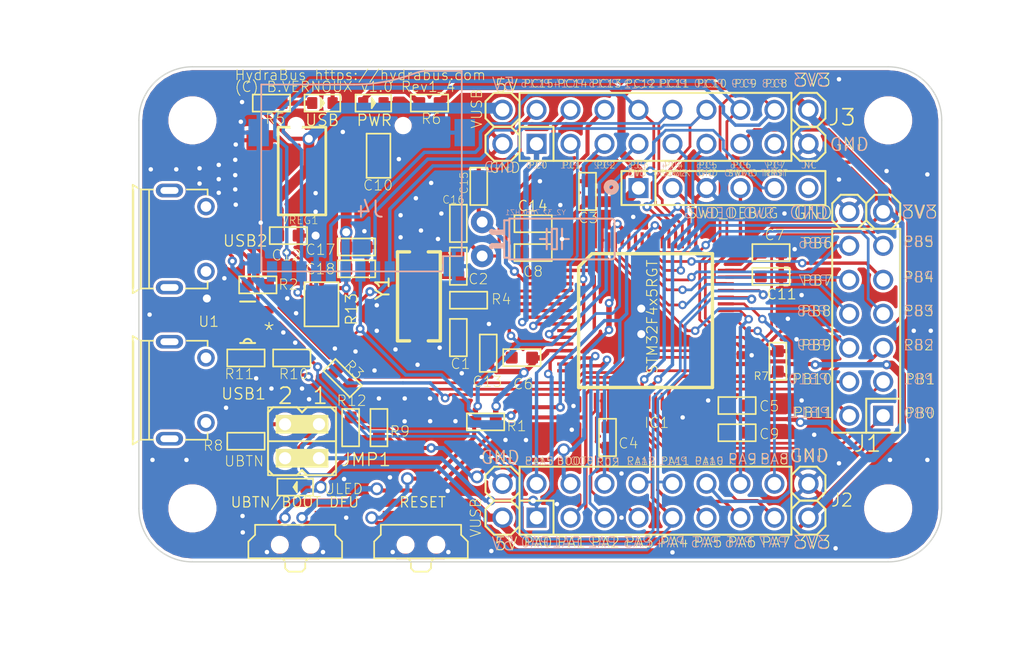
<source format=kicad_pcb>
(kicad_pcb (version 20171130) (host pcbnew "(5.1.5)-2")
  (title_block (title HydraBus) (date 2020-05-14) (rev "1.0 Rev1.4"))
  (layers (0 Top signal) (31 Bottom signal) (34 B.Paste user) (35 F.Paste user) (36 B.SilkS user) (37 F.SilkS user) (38 B.Mask user) (39 F.Mask user) (44 Edge.Cuts user))
  (net 0 "")
  (net 1 +3V3)
  (net 2 GND)
  (net 3 VUSB)
  (net 4 "Net-(C1-Pad1)")
  (net 5 /PH0)
  (net 6 /NRST)
  (net 7 /USB1D_P)
  (net 8 /USB1_D+)
  (net 9 /USB1D_N)
  (net 10 /USB1_D-)
  (net 11 "Net-(R5-Pad2)")
  (net 12 /PB9)
  (net 13 /PB8)
  (net 14 /BOOT0)
  (net 15 /PB7)
  (net 16 /PB6)
  (net 17 /PB5)
  (net 18 /PB4)
  (net 19 /PB3)
  (net 20 /PD2)
  (net 21 /PC12)
  (net 22 /PC11)
  (net 23 /PC10)
  (net 24 /PA15)
  (net 25 /SWD_SWCLK)
  (net 26 /VCAP_2)
  (net 27 /SWD_SWDIO)
  (net 28 /USB0D_P)
  (net 29 /USB0D_N)
  (net 30 /PA10)
  (net 31 /PA9)
  (net 32 /PA8)
  (net 33 /PC9)
  (net 34 /PC8)
  (net 35 /PC7)
  (net 36 /PC6)
  (net 37 /PB12)
  (net 38 /VCAP_1)
  (net 39 /PB11)
  (net 40 /PB10)
  (net 41 /PB2)
  (net 42 /PB1)
  (net 43 /PB0)
  (net 44 /PC5)
  (net 45 /PC4)
  (net 46 /PA7)
  (net 47 /PA6)
  (net 48 /PA5)
  (net 49 /PA4)
  (net 50 /PA3)
  (net 51 /PA2)
  (net 52 /PA1)
  (net 53 /PA0)
  (net 54 /PC3)
  (net 55 /PC2)
  (net 56 /PC1)
  (net 57 /PC0)
  (net 58 /PH1)
  (net 59 /PC15)
  (net 60 /PC14)
  (net 61 /PC13)
  (net 62 /USB0_D-)
  (net 63 /USB0_D+)
  (net 64 "Net-(JMP1-Pad2)")
  (net 65 "Net-(R8-Pad1)")
  (net 66 "Net-(R12-Pad1)")
  (net 67 "Net-(PWR1-Pad+)")
  (module HydraBus:SMD-5032_2P (layer Top) (at 169.43 85.16 270)
    (fp_text reference Y1 (at -0.62 2.72 90) (layer F.SilkS))
    (fp_text value SMD-5032_2P_8MHz_20ppm_20pF)
    (pad 2 smd rect (at 2.05 0) (size 2.4 1.9) (layers Top F.Paste F.Mask) (net 4 "Net-(C1-Pad1)"))
    (pad 1 smd rect (at -2.05 0) (size 2.4 1.9) (layers Top F.Paste F.Mask) (net 5 /PH0))
  )
  (module HydraBus:LQFP64 (layer Top) (at 186.3659 86.9696 270)
    (fp_text reference IC1 (at 8.089 0.142) (layer F.SilkS) (effects (font (size 0.77216 0.77216) (thickness 0.061772)) (justify left bottom)))
    (fp_text value STM32F4x5RGT (at -4.6196 -0.9541 90) (layer F.SilkS) (effects (font (size 0.77216 0.77216) (thickness 0.077216)) (justify right bottom)))
    (pad 64 smd rect (at -6 3.75 270) (size 1.2 0.24) (layers Top F.Paste F.Mask) (net 1 +3V3))
    (pad 63 smd rect (at -6 3.25 270) (size 1.2 0.24) (layers Top F.Paste F.Mask) (net 2 GND))
    (pad 62 smd rect (at -6 2.75 270) (size 1.2 0.24) (layers Top F.Paste F.Mask) (net 12 /PB9))
    (pad 61 smd rect (at -6 2.25 270) (size 1.2 0.24) (layers Top F.Paste F.Mask) (net 13 /PB8))
    (pad 60 smd rect (at -6 1.75 270) (size 1.2 0.24) (layers Top F.Paste F.Mask) (net 14 /BOOT0))
    (pad 59 smd rect (at -6 1.25 270) (size 1.2 0.24) (layers Top F.Paste F.Mask) (net 15 /PB7))
    (pad 58 smd rect (at -6 0.75 270) (size 1.2 0.24) (layers Top F.Paste F.Mask) (net 16 /PB6))
    (pad 57 smd rect (at -6 0.25 270) (size 1.2 0.24) (layers Top F.Paste F.Mask) (net 17 /PB5))
    (pad 56 smd rect (at -6 -0.25 270) (size 1.2 0.24) (layers Top F.Paste F.Mask) (net 18 /PB4))
    (pad 55 smd rect (at -6 -0.75 270) (size 1.2 0.24) (layers Top F.Paste F.Mask) (net 19 /PB3))
    (pad 54 smd rect (at -6 -1.25 270) (size 1.2 0.24) (layers Top F.Paste F.Mask) (net 20 /PD2))
    (pad 53 smd rect (at -6 -1.75 270) (size 1.2 0.24) (layers Top F.Paste F.Mask) (net 21 /PC12))
    (pad 52 smd rect (at -6 -2.25 270) (size 1.2 0.24) (layers Top F.Paste F.Mask) (net 22 /PC11))
    (pad 51 smd rect (at -6 -2.75 270) (size 1.2 0.24) (layers Top F.Paste F.Mask) (net 23 /PC10))
    (pad 50 smd rect (at -6 -3.25 270) (size 1.2 0.24) (layers Top F.Paste F.Mask) (net 24 /PA15))
    (pad 49 smd rect (at -6 -3.75 270) (size 1.2 0.24) (layers Top F.Paste F.Mask) (net 25 /SWD_SWCLK))
    (pad 48 smd rect (at -3.75 -6 180) (size 1.2 0.24) (layers Top F.Paste F.Mask) (net 1 +3V3))
    (pad 47 smd rect (at -3.25 -6 180) (size 1.2 0.24) (layers Top F.Paste F.Mask) (net 26 /VCAP_2))
    (pad 46 smd rect (at -2.75 -6 180) (size 1.2 0.24) (layers Top F.Paste F.Mask) (net 27 /SWD_SWDIO))
    (pad 45 smd rect (at -2.25 -6 180) (size 1.2 0.24) (layers Top F.Paste F.Mask) (net 28 /USB0D_P))
    (pad 44 smd rect (at -1.75 -6 180) (size 1.2 0.24) (layers Top F.Paste F.Mask) (net 29 /USB0D_N))
    (pad 43 smd rect (at -1.25 -6 180) (size 1.2 0.24) (layers Top F.Paste F.Mask) (net 30 /PA10))
    (pad 42 smd rect (at -0.75 -6 180) (size 1.2 0.24) (layers Top F.Paste F.Mask) (net 31 /PA9))
    (pad 41 smd rect (at -0.25 -6 180) (size 1.2 0.24) (layers Top F.Paste F.Mask) (net 32 /PA8))
    (pad 40 smd rect (at 0.25 -6 180) (size 1.2 0.24) (layers Top F.Paste F.Mask) (net 33 /PC9))
    (pad 39 smd rect (at 0.75 -6 180) (size 1.2 0.24) (layers Top F.Paste F.Mask) (net 34 /PC8))
    (pad 38 smd rect (at 1.25 -6 180) (size 1.2 0.24) (layers Top F.Paste F.Mask) (net 35 /PC7))
    (pad 37 smd rect (at 1.75 -6 180) (size 1.2 0.24) (layers Top F.Paste F.Mask) (net 36 /PC6))
    (pad 36 smd rect (at 2.25 -6 180) (size 1.2 0.24) (layers Top F.Paste F.Mask) (net 7 /USB1D_P))
    (pad 35 smd rect (at 2.75 -6 180) (size 1.2 0.24) (layers Top F.Paste F.Mask) (net 9 /USB1D_N))
    (pad 34 smd rect (at 3.25 -6 180) (size 1.2 0.24) (layers Top F.Paste F.Mask) (net 3 VUSB))
    (pad 33 smd rect (at 3.75 -6 180) (size 1.2 0.24) (layers Top F.Paste F.Mask) (net 37 /PB12))
    (pad 32 smd rect (at 6 -3.75 90) (size 1.2 0.24) (layers Top F.Paste F.Mask) (net 1 +3V3))
    (pad 31 smd rect (at 6 -3.25 90) (size 1.2 0.24) (layers Top F.Paste F.Mask) (net 38 /VCAP_1))
    (pad 30 smd rect (at 6 -2.75 90) (size 1.2 0.24) (layers Top F.Paste F.Mask) (net 39 /PB11))
    (pad 29 smd rect (at 6 -2.25 90) (size 1.2 0.24) (layers Top F.Paste F.Mask) (net 40 /PB10))
    (pad 28 smd rect (at 6 -1.75 90) (size 1.2 0.24) (layers Top F.Paste F.Mask) (net 41 /PB2))
    (pad 27 smd rect (at 6 -1.25 90) (size 1.2 0.24) (layers Top F.Paste F.Mask) (net 42 /PB1))
    (pad 26 smd rect (at 6 -0.75 90) (size 1.2 0.24) (layers Top F.Paste F.Mask) (net 43 /PB0))
    (pad 25 smd rect (at 6 -0.25 90) (size 1.2 0.24) (layers Top F.Paste F.Mask) (net 44 /PC5))
    (pad 24 smd rect (at 6 0.25 90) (size 1.2 0.24) (layers Top F.Paste F.Mask) (net 45 /PC4))
    (pad 23 smd rect (at 6 0.75 90) (size 1.2 0.24) (layers Top F.Paste F.Mask) (net 46 /PA7))
    (pad 22 smd rect (at 6 1.25 90) (size 1.2 0.24) (layers Top F.Paste F.Mask) (net 47 /PA6))
    (pad 21 smd rect (at 6 1.75 90) (size 1.2 0.24) (layers Top F.Paste F.Mask) (net 48 /PA5))
    (pad 20 smd rect (at 6 2.25 90) (size 1.2 0.24) (layers Top F.Paste F.Mask) (net 49 /PA4))
    (pad 19 smd rect (at 6 2.75 90) (size 1.2 0.24) (layers Top F.Paste F.Mask) (net 1 +3V3))
    (pad 18 smd rect (at 6 3.25 90) (size 1.2 0.24) (layers Top F.Paste F.Mask) (net 2 GND))
    (pad 17 smd rect (at 6 3.75 90) (size 1.2 0.24) (layers Top F.Paste F.Mask) (net 50 /PA3))
    (pad 16 smd rect (at 3.75 6) (size 1.2 0.24) (layers Top F.Paste F.Mask) (net 51 /PA2))
    (pad 15 smd rect (at 3.25 6) (size 1.2 0.24) (layers Top F.Paste F.Mask) (net 52 /PA1))
    (pad 14 smd rect (at 2.75 6) (size 1.2 0.24) (layers Top F.Paste F.Mask) (net 53 /PA0))
    (pad 13 smd rect (at 2.25 6) (size 1.2 0.24) (layers Top F.Paste F.Mask) (net 1 +3V3))
    (pad 12 smd rect (at 1.75 6) (size 1.2 0.24) (layers Top F.Paste F.Mask) (net 2 GND))
    (pad 11 smd rect (at 1.25 6) (size 1.2 0.24) (layers Top F.Paste F.Mask) (net 54 /PC3))
    (pad 10 smd rect (at 0.75 6) (size 1.2 0.24) (layers Top F.Paste F.Mask) (net 55 /PC2))
    (pad 9 smd rect (at 0.25 6) (size 1.2 0.24) (layers Top F.Paste F.Mask) (net 56 /PC1))
    (pad 8 smd rect (at -0.25 6) (size 1.2 0.24) (layers Top F.Paste F.Mask) (net 57 /PC0))
    (pad 7 smd rect (at -0.75 6) (size 1.2 0.24) (layers Top F.Paste F.Mask) (net 6 /NRST))
    (pad 6 smd rect (at -1.25 6) (size 1.2 0.24) (layers Top F.Paste F.Mask) (net 58 /PH1))
    (pad 5 smd rect (at -1.75 6) (size 1.2 0.24) (layers Top F.Paste F.Mask) (net 5 /PH0))
    (pad 4 smd rect (at -2.25 6) (size 1.2 0.24) (layers Top F.Paste F.Mask) (net 59 /PC15))
    (pad 3 smd rect (at -2.75 6) (size 1.2 0.24) (layers Top F.Paste F.Mask) (net 60 /PC14))
    (pad 2 smd rect (at -3.25 6) (size 1.2 0.24) (layers Top F.Paste F.Mask) (net 61 /PC13))
    (pad 1 smd rect (at -3.75 6) (size 1.2 0.24) (layers Top F.Paste F.Mask) (net 1 +3V3))
  )
  (module HydraBus:DP6037_V1 (layer Top) (at 148.5011 105.0036)
    (fp_text reference DP6037_V1 hide)
    (fp_text value DP6037_V1 hide)
    (fp_line (start 0 -33) (end 0 -4) (layer Edge.Cuts) (width 0.1))
    (fp_line (start 56 -37) (end 4 -37) (layer Edge.Cuts) (width 0.1))
    (fp_line (start 60 -4) (end 60 -33) (layer Edge.Cuts) (width 0.1))
    (fp_line (start 4 0) (end 56 0) (layer Edge.Cuts) (width 0.1))
    (fp_arc (start 56 -33) (end 56 -37) (angle 90) (layer Edge.Cuts) (width 0.1))
    (fp_arc (start 4 -33) (end 4 -37) (angle -90) (layer Edge.Cuts) (width 0.1))
    (fp_arc (start 56 -4) (end 56 0) (angle -90) (layer Edge.Cuts) (width 0.1))
    (fp_arc (start 4 -4) (end 0 -4) (angle -90) (layer Edge.Cuts) (width 0.1))
    (pad "" np_thru_hole circle (at 4 -33) (size 3.2 3.2) (drill 3.2) (layers *.Cu *.Mask))
    (pad "" np_thru_hole circle (at 56 -33) (size 3.2 3.2) (drill 3.2) (layers *.Cu *.Mask))
    (pad "" np_thru_hole circle (at 56 -4) (size 3.2 3.2) (drill 3.2) (layers *.Cu *.Mask))
    (pad "" np_thru_hole circle (at 4 -4) (size 3.2 3.2) (drill 3.2) (layers *.Cu *.Mask))
  )
  (module HydraBus:4P-SMD-7.0X3.5X3.5H-90D (layer Top) (at 169.5831 103.7336)
    (fp_text reference RESET1 hide)
    (fp_text value BUTTON-2P-REINFORCE-3100060P1 hide)
    (pad "" np_thru_hole circle (at 1.15 0) (size 0.95 0.95) (drill 0.95) (layers *.Cu *.Mask))
    (pad "" np_thru_hole circle (at -1.15 0) (size 0.95 0.95) (drill 0.95) (layers *.Cu *.Mask))
    (pad S2 smd rect (at 3.556 0.508) (size 1.778 1.016) (layers Top F.Paste F.Mask))
    (pad S1 smd rect (at -3.556 0.508) (size 1.778 1.016) (layers Top F.Paste F.Mask))
    (pad 2 smd rect (at 2.159 -1.651 90) (size 1.778 1.397) (layers Top F.Paste F.Mask) (net 2 GND))
    (pad 1 smd rect (at -2.159 -1.651 90) (size 1.778 1.397) (layers Top F.Paste F.Mask) (net 6 /NRST))
  )
  (module HydraBus:C0603 (layer Top) (at 173.9011 76.9366 90)
    (fp_text reference C15 (at 1.127759 -1.44526 90) (layer F.SilkS) (effects (font (size 0.57912 0.57912) (thickness 0.046329)) (justify right top)))
    (fp_text value 8pF)
    (pad 2 smd roundrect (at 0.762 0 90) (size 0.889 0.889) (layers Top F.Paste F.Mask) (roundrect_rratio 0.125) (net 2 GND))
    (pad 1 smd roundrect (at -0.762 0 90) (size 0.889 0.889) (layers Top F.Paste F.Mask) (roundrect_rratio 0.125) (net 60 /PC14))
  )
  (module HydraBus:MICRO-USB5+6P-SMD-0.65-AB (layer Top) (at 150.7871 92.1766 270)
    (fp_text reference USB1 (at 0.762 -3.81) (layer F.SilkS) (effects (font (size 0.84455 0.84455) (thickness 0.0929)) (justify left bottom)))
    (fp_text value MICRO_USB hide)
    (pad P6 thru_hole circle (at 2.42316 -2.72796 90) (size 1.30556 1.30556) (drill 0.79756) (layers *.Cu *.Paste *.Mask))
    (pad P5 thru_hole circle (at -2.42316 -2.72796 90) (size 1.30556 1.30556) (drill 0.79756) (layers *.Cu *.Paste *.Mask))
    (pad P4 thru_hole oval (at 3.62458 0 90) (size 1.016 2.032) (drill oval 0.508 1.35) (layers *.Cu *.Paste *.Mask))
    (pad P3 thru_hole oval (at -3.62458 0 90) (size 1.016 2.032) (drill oval 0.508 1.35) (layers *.Cu *.Paste *.Mask))
    (pad P2 smd circle (at 1.19888 0) (size 1.89992 1.89992) (layers Top F.Paste F.Mask))
    (pad P1 smd circle (at -1.19888 0) (size 1.89992 1.89992) (layers Top F.Paste F.Mask))
    (pad 5 smd rect (at 1.29794 -2.87274) (size 1.34874 0.39878) (layers Top F.Paste F.Mask) (net 2 GND))
    (pad 4 smd rect (at 0.6477 -2.87274) (size 1.34874 0.39878) (layers Top F.Paste F.Mask))
    (pad 3 smd rect (at 0 -2.87274) (size 1.34874 0.39878) (layers Top F.Paste F.Mask) (net 63 /USB0_D+))
    (pad 2 smd rect (at -0.6477 -2.87274) (size 1.34874 0.39878) (layers Top F.Paste F.Mask) (net 62 /USB0_D-))
    (pad 1 smd rect (at -1.29794 -2.87274) (size 1.34874 0.39878) (layers Top F.Paste F.Mask) (net 3 VUSB))
  )
  (module HydraBus:MICRO-USB5+6P-SMD-0.65-AB (layer Top) (at 150.7871 80.8736 270)
    (fp_text reference USB2 (at 0.635 -3.937) (layer F.SilkS) (effects (font (size 0.84455 0.84455) (thickness 0.0929)) (justify left bottom)))
    (fp_text value MICRO_USB hide)
    (pad P6 thru_hole circle (at 2.42316 -2.72796 90) (size 1.30556 1.30556) (drill 0.79756) (layers *.Cu *.Paste *.Mask))
    (pad P5 thru_hole circle (at -2.42316 -2.72796 90) (size 1.30556 1.30556) (drill 0.79756) (layers *.Cu *.Paste *.Mask))
    (pad P4 thru_hole oval (at 3.62458 0 90) (size 1.016 2.032) (drill oval 0.508 1.35) (layers *.Cu *.Paste *.Mask))
    (pad P3 thru_hole oval (at -3.62458 0 90) (size 1.016 2.032) (drill oval 0.508 1.35) (layers *.Cu *.Paste *.Mask))
    (pad P2 smd circle (at 1.19888 0) (size 1.89992 1.89992) (layers Top F.Paste F.Mask))
    (pad P1 smd circle (at -1.19888 0) (size 1.89992 1.89992) (layers Top F.Paste F.Mask))
    (pad 5 smd rect (at 1.29794 -2.87274) (size 1.34874 0.39878) (layers Top F.Paste F.Mask) (net 2 GND))
    (pad 4 smd rect (at 0.6477 -2.87274) (size 1.34874 0.39878) (layers Top F.Paste F.Mask) (net 37 /PB12))
    (pad 3 smd rect (at 0 -2.87274) (size 1.34874 0.39878) (layers Top F.Paste F.Mask) (net 8 /USB1_D+))
    (pad 2 smd rect (at -0.6477 -2.87274) (size 1.34874 0.39878) (layers Top F.Paste F.Mask) (net 10 /USB1_D-))
    (pad 1 smd rect (at -1.29794 -2.87274) (size 1.34874 0.39878) (layers Top F.Paste F.Mask) (net 3 VUSB))
  )
  (module HydraBus:C0603 (layer Top) (at 172.3771 88.2396 270)
    (fp_text reference C1 (at 2.413 0.635) (layer F.SilkS) (effects (font (size 0.77216 0.77216) (thickness 0.061772)) (justify left bottom)))
    (fp_text value 18pF)
    (pad 2 smd roundrect (at 0.762 0 270) (size 0.889 0.889) (layers Top F.Paste F.Mask) (roundrect_rratio 0.125) (net 2 GND))
    (pad 1 smd roundrect (at -0.762 0 270) (size 0.889 0.889) (layers Top F.Paste F.Mask) (roundrect_rratio 0.125) (net 4 "Net-(C1-Pad1)"))
  )
  (module HydraBus:C0603 (layer Top) (at 172.3771 82.9056 90)
    (fp_text reference C2 (at -0.508 2.286) (layer F.SilkS) (effects (font (size 0.77216 0.77216) (thickness 0.061772)) (justify right top)))
    (fp_text value 18pF)
    (pad 2 smd roundrect (at 0.762 0 90) (size 0.889 0.889) (layers Top F.Paste F.Mask) (roundrect_rratio 0.125) (net 2 GND))
    (pad 1 smd roundrect (at -0.762 0 90) (size 0.889 0.889) (layers Top F.Paste F.Mask) (roundrect_rratio 0.125) (net 5 /PH0))
  )
  (module HydraBus:R0603 (layer Top) (at 174.4091 94.5388)
    (fp_text reference R1 (at 1.524 0.762) (layer F.SilkS) (effects (font (size 0.77216 0.77216) (thickness 0.061772)) (justify left bottom)))
    (fp_text value 10K)
    (pad 2 smd roundrect (at 0.762 0) (size 0.889 0.889) (layers Top F.Paste F.Mask) (roundrect_rratio 0.125) (net 1 +3V3))
    (pad 1 smd roundrect (at -0.762 0) (size 0.889 0.889) (layers Top F.Paste F.Mask) (roundrect_rratio 0.125) (net 6 /NRST))
  )
  (module HydraBus:C0603 (layer Top) (at 182.0291 77.3176 90)
    (fp_text reference C3 (at -1.528191 0.858762) (layer F.SilkS) (effects (font (size 0.77216 0.77216) (thickness 0.061772)) (justify right top)))
    (fp_text value 100nF)
    (pad 2 smd roundrect (at 0.762 0 90) (size 0.889 0.889) (layers Top F.Paste F.Mask) (roundrect_rratio 0.125) (net 2 GND))
    (pad 1 smd roundrect (at -0.762 0 90) (size 0.889 0.889) (layers Top F.Paste F.Mask) (roundrect_rratio 0.125) (net 1 +3V3))
  )
  (module HydraBus:SOT223 (layer Top) (at 160.6931 75.7936 270)
    (fp_text reference VREG1 (at 4.0132 1.524) (layer F.SilkS) (effects (font (size 0.57912 0.57912) (thickness 0.046329)) (justify left bottom)))
    (fp_text value LD1117AS33TR)
    (pad 4 smd rect (at 0 -3.15 270) (size 3.8 2) (layers Top F.Paste F.Mask) (net 1 +3V3))
    (pad 3 smd rect (at 2.3 3.15 270) (size 1.5 2) (layers Top F.Paste F.Mask) (net 3 VUSB))
    (pad 2 smd rect (at 0 3.15 270) (size 1.5 2) (layers Top F.Paste F.Mask))
    (pad 1 smd rect (at -2.3 3.15 270) (size 1.5 2) (layers Top F.Paste F.Mask) (net 2 GND))
  )
  (module HydraBus:R0603 (layer Top) (at 157.3911 84.3026)
    (fp_text reference R2 (at 1.4889 0.4274) (layer F.SilkS) (effects (font (size 0.77216 0.77216) (thickness 0.061772)) (justify left bottom)))
    (fp_text value 22)
    (pad 2 smd roundrect (at 0.762 0) (size 0.889 0.889) (layers Top F.Paste F.Mask) (roundrect_rratio 0.125) (net 7 /USB1D_P))
    (pad 1 smd roundrect (at -0.762 0) (size 0.889 0.889) (layers Top F.Paste F.Mask) (roundrect_rratio 0.125) (net 8 /USB1_D+))
  )
  (module HydraBus:R0603 (layer Top) (at 163.73 91.27 315)
    (fp_text reference R3 (at -0.643467 -1.491995 135) (layer F.SilkS) (effects (font (size 0.77216 0.77216) (thickness 0.061772)) (justify left top)))
    (fp_text value 22)
    (pad 2 smd roundrect (at 0.762 0 315) (size 0.889 0.889) (layers Top F.Paste F.Mask) (roundrect_rratio 0.125) (net 9 /USB1D_N))
    (pad 1 smd roundrect (at -0.762 0 315) (size 0.889 0.889) (layers Top F.Paste F.Mask) (roundrect_rratio 0.125) (net 10 /USB1_D-))
  )
  (module HydraBus:C0805 (layer Top) (at 166.4081 74.6506 270)
    (fp_text reference C10 (at 1.756 -1.125) (layer F.SilkS) (effects (font (size 0.77216 0.77216) (thickness 0.061772)) (justify right top)))
    (fp_text value 10uF)
    (pad 2 smd roundrect (at 0.889 0 270) (size 1.016 1.397) (layers Top F.Paste F.Mask) (roundrect_rratio 0.125) (net 2 GND))
    (pad 1 smd roundrect (at -0.889 0 270) (size 1.016 1.397) (layers Top F.Paste F.Mask) (roundrect_rratio 0.125) (net 1 +3V3))
  )
  (module HydraBus:C0603 (layer Top) (at 159.6771 80.6196)
    (fp_text reference C12 (at 1.016 1.016) (layer F.SilkS) (effects (font (size 0.77216 0.77216) (thickness 0.061772)) (justify right top)))
    (fp_text value 100nF)
    (pad 2 smd roundrect (at 0.762 0) (size 0.889 0.889) (layers Top F.Paste F.Mask) (roundrect_rratio 0.125) (net 2 GND))
    (pad 1 smd roundrect (at -0.762 0) (size 0.889 0.889) (layers Top F.Paste F.Mask) (roundrect_rratio 0.125) (net 3 VUSB))
  )
  (module HydraBus:R0603 (layer Top) (at 158.4071 70.7136)
    (fp_text reference R5 (at -0.508 1.6256) (layer F.SilkS) (effects (font (size 0.77216 0.77216) (thickness 0.061772)) (justify left bottom)))
    (fp_text value 3.3K)
    (pad 2 smd roundrect (at 0.762 0) (size 0.889 0.889) (layers Top F.Paste F.Mask) (roundrect_rratio 0.125) (net 11 "Net-(R5-Pad2)"))
    (pad 1 smd roundrect (at -0.762 0) (size 0.889 0.889) (layers Top F.Paste F.Mask) (roundrect_rratio 0.125) (net 3 VUSB))
  )
  (module HydraBus:R0603 (layer Top) (at 170.2181 70.7136)
    (fp_text reference R6 (at -0.66 1.6256) (layer F.SilkS) (effects (font (size 0.77216 0.77216) (thickness 0.061772)) (justify left bottom)))
    (fp_text value 2.2K)
    (pad 2 smd roundrect (at 0.762 0) (size 0.889 0.889) (layers Top F.Paste F.Mask) (roundrect_rratio 0.125) (net 1 +3V3))
    (pad 1 smd roundrect (at -0.762 0) (size 0.889 0.889) (layers Top F.Paste F.Mask) (roundrect_rratio 0.125) (net 67 "Net-(PWR1-Pad+)"))
  )
  (module HydraBus:1X01 (layer Top) (at 201.5871 78.8416 270)
    (fp_text reference JP6 hide)
    (fp_text value GND (at 0.635 4.2171) (layer F.SilkS) (effects (font (size 0.9652 0.9652) (thickness 0.077216)) (justify left bottom)))
    (pad 1 thru_hole circle (at 0 0 270) (size 1.524 1.524) (drill 1.016) (layers *.Cu *.Mask) (net 2 GND))
  )
  (module HydraBus:1X01 (layer Top) (at 198.5391 99.1616 270)
    (fp_text reference JP10 hide)
    (fp_text value GND (at -1.524 1.4391) (layer F.SilkS) (effects (font (size 0.9652 0.9652) (thickness 0.077216)) (justify left bottom)))
    (pad 1 thru_hole circle (at 0 0 270) (size 1.524 1.524) (drill 1.016) (layers *.Cu *.Mask) (net 2 GND))
  )
  (module HydraBus:1X01 (layer Top) (at 198.5391 73.7616 270)
    (fp_text reference JP8 hide)
    (fp_text value GND (at 0.6096 -1.5494) (layer F.SilkS) (effects (font (size 0.9652 0.9652) (thickness 0.077216)) (justify left bottom)))
    (pad 1 thru_hole circle (at 0 0 270) (size 1.524 1.524) (drill 1.016) (layers *.Cu *.Mask) (net 2 GND))
  )
  (module HydraBus:1X01 (layer Top) (at 198.5421 101.6956 270)
    (fp_text reference JP7 hide)
    (fp_text value 3V3 (at 2.416 1.025) (layer F.SilkS) (effects (font (size 0.9652 0.9652) (thickness 0.077216)) (justify left bottom)))
    (pad 1 thru_hole circle (at 0 0 270) (size 1.524 1.524) (drill 1.016) (layers *.Cu *.Mask) (net 1 +3V3))
  )
  (module HydraBus:1X01 (layer Top) (at 198.5391 71.2216 270)
    (fp_text reference JP9 hide)
    (fp_text value 3V3 (at -1.651 1.016) (layer F.SilkS) (effects (font (size 0.9652 0.9652) (thickness 0.077216)) (justify left bottom)))
    (pad 1 thru_hole circle (at 0 0 270) (size 1.524 1.524) (drill 1.016) (layers *.Cu *.Mask) (net 1 +3V3))
  )
  (module HydraBus:1X01 (layer Top) (at 204.1271 78.8416 270)
    (fp_text reference JP11 hide)
    (fp_text value 3V3 (at 0.5842 -1.3729) (layer F.SilkS) (effects (font (size 0.9652 0.9652) (thickness 0.077216)) (justify left bottom)))
    (pad 1 thru_hole circle (at 0 0 270) (size 1.524 1.524) (drill 1.016) (layers *.Cu *.Mask) (net 1 +3V3))
  )
  (module HydraBus:C0603 (layer Top) (at 195.7451 81.8896)
    (fp_text reference C7 (at -0.5334 -0.8636) (layer F.SilkS) (effects (font (size 0.77216 0.77216) (thickness 0.061772)) (justify left bottom)))
    (fp_text value 100nF)
    (pad 2 smd roundrect (at 0.762 0) (size 0.889 0.889) (layers Top F.Paste F.Mask) (roundrect_rratio 0.125) (net 2 GND))
    (pad 1 smd roundrect (at -0.762 0) (size 0.889 0.889) (layers Top F.Paste F.Mask) (roundrect_rratio 0.125) (net 1 +3V3))
  )
  (module HydraBus:C0603 (layer Top) (at 183.5277 95.7072 270)
    (fp_text reference C4 (at 0.889 -0.762) (layer F.SilkS) (effects (font (size 0.77216 0.77216) (thickness 0.061772)) (justify left bottom)))
    (fp_text value 100nF)
    (pad 2 smd roundrect (at 0.762 0 270) (size 0.889 0.889) (layers Top F.Paste F.Mask) (roundrect_rratio 0.125) (net 2 GND))
    (pad 1 smd roundrect (at -0.762 0 270) (size 0.889 0.889) (layers Top F.Paste F.Mask) (roundrect_rratio 0.125) (net 1 +3V3))
  )
  (module HydraBus:C0603 (layer Top) (at 193.2051 93.3196 180)
    (fp_text reference C5 (at -3.2004 0.4064) (layer F.SilkS) (effects (font (size 0.77216 0.77216) (thickness 0.061772)) (justify right top)))
    (fp_text value 100nF)
    (pad 2 smd roundrect (at 0.762 0 180) (size 0.889 0.889) (layers Top F.Paste F.Mask) (roundrect_rratio 0.125) (net 1 +3V3))
    (pad 1 smd roundrect (at -0.762 0 180) (size 0.889 0.889) (layers Top F.Paste F.Mask) (roundrect_rratio 0.125) (net 2 GND))
  )
  (module HydraBus:C0603 (layer Top) (at 177.1269 89.7382 180)
    (fp_text reference C6 (at -0.889 -1.524) (layer F.SilkS) (effects (font (size 0.77216 0.77216) (thickness 0.061772)) (justify right top)))
    (fp_text value 100nF)
    (pad 2 smd roundrect (at 0.762 0 180) (size 0.889 0.889) (layers Top F.Paste F.Mask) (roundrect_rratio 0.125) (net 2 GND))
    (pad 1 smd roundrect (at -0.762 0 180) (size 0.889 0.889) (layers Top F.Paste F.Mask) (roundrect_rratio 0.125) (net 1 +3V3))
  )
  (module HydraBus:C0603 (layer Top) (at 177.9651 81.8896 180)
    (fp_text reference C8 (at -0.7874 -0.9652) (layer F.SilkS) (effects (font (size 0.77216 0.77216) (thickness 0.061772)) (justify right top)))
    (fp_text value 100nF)
    (pad 2 smd roundrect (at 0.762 0 180) (size 0.889 0.889) (layers Top F.Paste F.Mask) (roundrect_rratio 0.125) (net 2 GND))
    (pad 1 smd roundrect (at -0.762 0 180) (size 0.889 0.889) (layers Top F.Paste F.Mask) (roundrect_rratio 0.125) (net 1 +3V3))
  )
  (module HydraBus:C0603 (layer Top) (at 193.2051 95.3516 180)
    (fp_text reference C9 (at -3.2004 0.3556) (layer F.SilkS) (effects (font (size 0.77216 0.77216) (thickness 0.061772)) (justify right top)))
    (fp_text value 2.2uF)
    (pad 2 smd roundrect (at 0.762 0 180) (size 0.889 0.889) (layers Top F.Paste F.Mask) (roundrect_rratio 0.125) (net 38 /VCAP_1))
    (pad 1 smd roundrect (at -0.762 0 180) (size 0.889 0.889) (layers Top F.Paste F.Mask) (roundrect_rratio 0.125) (net 2 GND))
  )
  (module HydraBus:C0603 (layer Top) (at 174.6123 89.408 90)
    (fp_text reference C13 (at -1.6764 1.0922) (layer F.SilkS) (effects (font (size 0.77216 0.77216) (thickness 0.061772)) (justify right top)))
    (fp_text value 2.2uF)
    (pad 2 smd roundrect (at 0.762 0 90) (size 0.889 0.889) (layers Top F.Paste F.Mask) (roundrect_rratio 0.125) (net 2 GND))
    (pad 1 smd roundrect (at -0.762 0 90) (size 0.889 0.889) (layers Top F.Paste F.Mask) (roundrect_rratio 0.125) (net 1 +3V3))
  )
  (module HydraBus:M2X6 (layer Top) (at 202.8571 87.7316 90)
    (fp_text reference J1 (at -9.144 -1.016) (layer F.SilkS) (effects (font (size 1.2065 1.2065) (thickness 0.12065)) (justify left bottom)))
    (fp_text value CON_HEADER_2X06 hide)
    (pad 12 thru_hole circle (at 6.35 -1.27 90) (size 1.5 1.5) (drill 1) (layers *.Cu *.Mask) (net 16 /PB6))
    (pad 11 thru_hole circle (at 6.35 1.27 90) (size 1.5 1.5) (drill 1) (layers *.Cu *.Mask) (net 17 /PB5))
    (pad 10 thru_hole circle (at 3.81 -1.27 90) (size 1.5 1.5) (drill 1) (layers *.Cu *.Mask) (net 15 /PB7))
    (pad 9 thru_hole circle (at 3.81 1.27 90) (size 1.5 1.5) (drill 1) (layers *.Cu *.Mask) (net 18 /PB4))
    (pad 8 thru_hole circle (at 1.27 -1.27 90) (size 1.5 1.5) (drill 1) (layers *.Cu *.Mask) (net 13 /PB8))
    (pad 7 thru_hole circle (at 1.27 1.27 90) (size 1.5 1.5) (drill 1) (layers *.Cu *.Mask) (net 19 /PB3))
    (pad 6 thru_hole circle (at -1.27 -1.27 90) (size 1.5 1.5) (drill 1) (layers *.Cu *.Mask) (net 12 /PB9))
    (pad 5 thru_hole circle (at -1.27 1.27 90) (size 1.5 1.5) (drill 1) (layers *.Cu *.Mask) (net 41 /PB2))
    (pad 4 thru_hole circle (at -3.81 -1.27 90) (size 1.5 1.5) (drill 1) (layers *.Cu *.Mask) (net 40 /PB10))
    (pad 3 thru_hole circle (at -3.81 1.27 90) (size 1.5 1.5) (drill 1) (layers *.Cu *.Mask) (net 42 /PB1))
    (pad 2 thru_hole circle (at -6.35 -1.27 90) (size 1.5 1.5) (drill 1) (layers *.Cu *.Mask) (net 39 /PB11))
    (pad 1 thru_hole rect (at -6.35 1.27 90) (size 1.5 1.5) (drill 1) (layers *.Cu *.Mask) (net 43 /PB0))
  )
  (module HydraBus:M2X8 (layer Top) (at 187.1091 100.4316)
    (fp_text reference J2 (at 14.8336 -0.6096) (layer F.SilkS) (effects (font (size 0.9652 0.9652) (thickness 0.09652)) (justify right top)))
    (fp_text value CON_HEADER_2X08 hide)
    (pad 16 thru_hole circle (at 8.89 -1.27) (size 1.5 1.5) (drill 1) (layers *.Cu *.Mask) (net 32 /PA8))
    (pad 15 thru_hole circle (at 8.89 1.27) (size 1.5 1.5) (drill 1) (layers *.Cu *.Mask) (net 46 /PA7))
    (pad 14 thru_hole circle (at 6.35 -1.27) (size 1.5 1.5) (drill 1) (layers *.Cu *.Mask) (net 31 /PA9))
    (pad 13 thru_hole circle (at 6.35 1.27) (size 1.5 1.5) (drill 1) (layers *.Cu *.Mask) (net 47 /PA6))
    (pad 12 thru_hole circle (at 3.81 -1.27) (size 1.5 1.5) (drill 1) (layers *.Cu *.Mask) (net 30 /PA10))
    (pad 11 thru_hole circle (at 3.81 1.27) (size 1.5 1.5) (drill 1) (layers *.Cu *.Mask) (net 48 /PA5))
    (pad 10 thru_hole circle (at 1.27 -1.27) (size 1.5 1.5) (drill 1) (layers *.Cu *.Mask) (net 29 /USB0D_N))
    (pad 9 thru_hole circle (at 1.27 1.27) (size 1.5 1.5) (drill 1) (layers *.Cu *.Mask) (net 49 /PA4))
    (pad 8 thru_hole circle (at -1.27 -1.27) (size 1.5 1.5) (drill 1) (layers *.Cu *.Mask) (net 28 /USB0D_P))
    (pad 7 thru_hole circle (at -1.27 1.27) (size 1.5 1.5) (drill 1) (layers *.Cu *.Mask) (net 50 /PA3))
    (pad 6 thru_hole circle (at -3.81 -1.27) (size 1.5 1.5) (drill 1) (layers *.Cu *.Mask) (net 20 /PD2))
    (pad 5 thru_hole circle (at -3.81 1.27) (size 1.5 1.5) (drill 1) (layers *.Cu *.Mask) (net 51 /PA2))
    (pad 4 thru_hole circle (at -6.35 -1.27) (size 1.5 1.5) (drill 1) (layers *.Cu *.Mask) (net 14 /BOOT0))
    (pad 3 thru_hole circle (at -6.35 1.27) (size 1.5 1.5) (drill 1) (layers *.Cu *.Mask) (net 52 /PA1))
    (pad 2 thru_hole circle (at -8.89 -1.27) (size 1.5 1.5) (drill 1) (layers *.Cu *.Mask) (net 24 /PA15))
    (pad 1 thru_hole rect (at -8.89 1.27) (size 1.5 1.5) (drill 1) (layers *.Cu *.Mask) (net 53 /PA0))
  )
  (module HydraBus:M2X8 (layer Top) (at 187.1091 72.4916)
    (fp_text reference J3 (at 12.827 0) (layer F.SilkS) (effects (font (size 1.2065 1.2065) (thickness 0.12065)) (justify left bottom)))
    (fp_text value CON_HEADER_2X08 hide)
    (pad 16 thru_hole circle (at 8.89 -1.27) (size 1.5 1.5) (drill 1) (layers *.Cu *.Mask) (net 34 /PC8))
    (pad 15 thru_hole circle (at 8.89 1.27) (size 1.5 1.5) (drill 1) (layers *.Cu *.Mask) (net 35 /PC7))
    (pad 14 thru_hole circle (at 6.35 -1.27) (size 1.5 1.5) (drill 1) (layers *.Cu *.Mask) (net 33 /PC9))
    (pad 13 thru_hole circle (at 6.35 1.27) (size 1.5 1.5) (drill 1) (layers *.Cu *.Mask) (net 36 /PC6))
    (pad 12 thru_hole circle (at 3.81 -1.27) (size 1.5 1.5) (drill 1) (layers *.Cu *.Mask) (net 23 /PC10))
    (pad 11 thru_hole circle (at 3.81 1.27) (size 1.5 1.5) (drill 1) (layers *.Cu *.Mask) (net 44 /PC5))
    (pad 10 thru_hole circle (at 1.27 -1.27) (size 1.5 1.5) (drill 1) (layers *.Cu *.Mask) (net 22 /PC11))
    (pad 9 thru_hole circle (at 1.27 1.27) (size 1.5 1.5) (drill 1) (layers *.Cu *.Mask) (net 45 /PC4))
    (pad 8 thru_hole circle (at -1.27 -1.27) (size 1.5 1.5) (drill 1) (layers *.Cu *.Mask) (net 21 /PC12))
    (pad 7 thru_hole circle (at -1.27 1.27) (size 1.5 1.5) (drill 1) (layers *.Cu *.Mask) (net 54 /PC3))
    (pad 6 thru_hole circle (at -3.81 -1.27) (size 1.5 1.5) (drill 1) (layers *.Cu *.Mask) (net 61 /PC13))
    (pad 5 thru_hole circle (at -3.81 1.27) (size 1.5 1.5) (drill 1) (layers *.Cu *.Mask) (net 55 /PC2))
    (pad 4 thru_hole circle (at -6.35 -1.27) (size 1.5 1.5) (drill 1) (layers *.Cu *.Mask) (net 60 /PC14))
    (pad 3 thru_hole circle (at -6.35 1.27) (size 1.5 1.5) (drill 1) (layers *.Cu *.Mask) (net 56 /PC1))
    (pad 2 thru_hole circle (at -8.89 -1.27) (size 1.5 1.5) (drill 1) (layers *.Cu *.Mask) (net 59 /PC15))
    (pad 1 thru_hole rect (at -8.89 1.27) (size 1.5 1.5) (drill 1) (layers *.Cu *.Mask) (net 57 /PC0))
  )
  (module HydraBus:R0603 (layer Top) (at 173.1391 85.4456)
    (fp_text reference R4 (at 1.651 0.381) (layer F.SilkS) (effects (font (size 0.77216 0.77216) (thickness 0.061772)) (justify left bottom)))
    (fp_text value 220)
    (pad 2 smd roundrect (at 0.762 0) (size 0.889 0.889) (layers Top F.Paste F.Mask) (roundrect_rratio 0.125) (net 58 /PH1))
    (pad 1 smd roundrect (at -0.762 0) (size 0.889 0.889) (layers Top F.Paste F.Mask) (roundrect_rratio 0.125) (net 4 "Net-(C1-Pad1)"))
  )
  (module HydraBus:1X01 (layer Top) (at 175.6791 71.2216 180)
    (fp_text reference JP1 hide)
    (fp_text value 5V (at -1.2192 2.3622) (layer F.SilkS) (effects (font (size 0.9652 0.9652) (thickness 0.077216)) (justify right top)))
    (pad 1 thru_hole circle (at 0 0 180) (size 1.524 1.524) (drill 1.016) (layers *.Cu *.Mask) (net 3 VUSB))
  )
  (module HydraBus:1X01 (layer Top) (at 175.6791 73.7616)
    (fp_text reference JP2 hide)
    (fp_text value GND (at -1.0414 2.2352) (layer F.SilkS) (effects (font (size 0.77216 0.77216) (thickness 0.061772)) (justify left bottom)))
    (pad 1 thru_hole circle (at 0 0) (size 1.524 1.524) (drill 1.016) (layers *.Cu *.Mask) (net 2 GND))
  )
  (module HydraBus:1X01 (layer Top) (at 175.6791 99.1616)
    (fp_text reference JP3 hide)
    (fp_text value GND (at -1.6791 -1.397) (layer F.SilkS) (effects (font (size 0.9652 0.9652) (thickness 0.077216)) (justify left bottom)))
    (pad 1 thru_hole circle (at 0 0) (size 1.524 1.524) (drill 1.016) (layers *.Cu *.Mask) (net 2 GND))
  )
  (module HydraBus:1X01 (layer Top) (at 175.6791 101.7016)
    (fp_text reference JP4 hide)
    (fp_text value 5V (at -0.6604 2.5146) (layer F.SilkS) (effects (font (size 0.9652 0.9652) (thickness 0.077216)) (justify left bottom)))
    (pad 1 thru_hole circle (at 0 0) (size 1.524 1.524) (drill 1.016) (layers *.Cu *.Mask) (net 3 VUSB))
  )
  (module HydraBus:SOT95P275X110-6N (layer Top) (at 156.6291 87.0966 180)
    (fp_text reference U1 (at 3.7291 -0.4034) (layer F.SilkS) (effects (font (size 0.77216 0.77216) (thickness 0.077216)) (justify left bottom)))
    (fp_text value IP4220CZ6)
    (fp_text user * (at -2.1082 -1.3716) (layer F.SilkS) (effects (font (size 1.2065 1.2065) (thickness 0.0762)) (justify right bottom)))
    (fp_text user * (at -2.1082 -1.3716) (layer F.SilkS) (effects (font (size 1.2065 1.2065) (thickness 0.0762)) (justify right bottom)))
    (pad 6 smd rect (at 1.27 -0.9398 180) (size 1.3208 0.5588) (layers Top F.Paste F.Mask) (net 62 /USB0_D-))
    (pad 5 smd rect (at 1.27 0 180) (size 1.3208 0.5588) (layers Top F.Paste F.Mask) (net 3 VUSB))
    (pad 4 smd rect (at 1.27 0.9398 180) (size 1.3208 0.5588) (layers Top F.Paste F.Mask) (net 8 /USB1_D+))
    (pad 3 smd rect (at -1.27 0.9398 180) (size 1.3208 0.5588) (layers Top F.Paste F.Mask) (net 10 /USB1_D-))
    (pad 2 smd rect (at -1.27 0 180) (size 1.3208 0.5588) (layers Top F.Paste F.Mask) (net 2 GND))
    (pad 1 smd rect (at -1.27 -0.9398 180) (size 1.3208 0.5588) (layers Top F.Paste F.Mask) (net 63 /USB0_D+))
  )
  (module HydraBus:C0603 (layer Top) (at 172.3771 79.7052 90)
    (fp_text reference C16 (at 2.1082 0.508) (layer F.SilkS) (effects (font (size 0.57912 0.57912) (thickness 0.046329)) (justify right top)))
    (fp_text value 8pF)
    (pad 2 smd roundrect (at 0.762 0 90) (size 0.889 0.889) (layers Top F.Paste F.Mask) (roundrect_rratio 0.125) (net 2 GND))
    (pad 1 smd roundrect (at -0.762 0 90) (size 0.889 0.889) (layers Top F.Paste F.Mask) (roundrect_rratio 0.125) (net 59 /PC15))
  )
  (module HydraBus:TC38H (layer Bottom) (at 174.1551 80.8736 90)
    (fp_text reference Y2_32.768KHZ1 (at 2.2098 1.6891 180) (layer B.SilkS) (effects (font (size 0.38608 0.38608) (thickness 0.038608)) (justify right top mirror)))
    (fp_text value 32.768KHz)
    (pad 2 thru_hole circle (at 1.27 0 90) (size 1.6764 1.6764) (drill 0.8128) (layers *.Cu *.Mask) (net 60 /PC14))
    (pad 1 thru_hole circle (at -1.27 0 90) (size 1.6764 1.6764) (drill 0.8128) (layers *.Cu *.Mask) (net 59 /PC15))
  )
  (module HydraBus:R0603 (layer Top) (at 159.9311 89.7636)
    (fp_text reference R10 (at -1.016 1.651) (layer F.SilkS) (effects (font (size 0.77216 0.77216) (thickness 0.061772)) (justify left bottom)))
    (fp_text value 22)
    (pad 2 smd roundrect (at 0.762 0) (size 0.889 0.889) (layers Top F.Paste F.Mask) (roundrect_rratio 0.125) (net 28 /USB0D_P))
    (pad 1 smd roundrect (at -0.762 0) (size 0.889 0.889) (layers Top F.Paste F.Mask) (roundrect_rratio 0.125) (net 63 /USB0_D+))
  )
  (module HydraBus:R0603 (layer Top) (at 156.5021 89.7636)
    (fp_text reference R11 (at -1.651 1.651) (layer F.SilkS) (effects (font (size 0.77216 0.77216) (thickness 0.061772)) (justify left bottom)))
    (fp_text value 22)
    (pad 2 smd roundrect (at 0.762 0) (size 0.889 0.889) (layers Top F.Paste F.Mask) (roundrect_rratio 0.125) (net 29 /USB0D_N))
    (pad 1 smd roundrect (at -0.762 0) (size 0.889 0.889) (layers Top F.Paste F.Mask) (roundrect_rratio 0.125) (net 62 /USB0_D-))
  )
  (module HydraBus:JP2Q (layer Top) (at 160.6931 95.9866 180)
    (fp_text reference JMP1 (at -6.7169 -0.8134) (layer F.SilkS) (effects (font (size 0.9652 0.9652) (thickness 0.09652)) (justify right top)))
    (fp_text value JP2QE hide)
    (fp_text user 2 (at 1.8931 2.6866 180) (layer F.SilkS) (effects (font (size 1.2065 1.2065) (thickness 0.127)) (justify left bottom)))
    (fp_text user 1 (at -0.7069 2.6866 180) (layer F.SilkS) (effects (font (size 1.2065 1.2065) (thickness 0.127)) (justify left bottom)))
    (pad 4 thru_hole circle (at 1.27 -1.27 180) (size 1.3716 1.3716) (drill 0.9144) (layers *.Cu *.Mask) (net 14 /BOOT0))
    (pad 3 thru_hole circle (at -1.27 -1.27 180) (size 1.3716 1.3716) (drill 0.9144) (layers *.Cu *.Mask) (net 53 /PA0))
    (pad 2 thru_hole circle (at 1.27 1.27 180) (size 1.3716 1.3716) (drill 0.9144) (layers *.Cu *.Mask) (net 64 "Net-(JMP1-Pad2)"))
    (pad 1 thru_hole circle (at -1.27 1.27 180) (size 1.3716 1.3716) (drill 0.9144) (layers *.Cu *.Mask) (net 49 /PA4))
  )
  (module HydraBus:R0603 (layer Top) (at 156.5021 95.9866 180)
    (fp_text reference R8 (at 1.651 0.127) (layer F.SilkS) (effects (font (size 0.77216 0.77216) (thickness 0.061772)) (justify right top)))
    (fp_text value 2.2K)
    (pad 2 smd roundrect (at 0.762 0 180) (size 0.889 0.889) (layers Top F.Paste F.Mask) (roundrect_rratio 0.125) (net 64 "Net-(JMP1-Pad2)"))
    (pad 1 smd roundrect (at -0.762 0 180) (size 0.889 0.889) (layers Top F.Paste F.Mask) (roundrect_rratio 0.125) (net 65 "Net-(R8-Pad1)"))
  )
  (module HydraBus:R0603 (layer Top) (at 166.4411 94.9706 90)
    (fp_text reference R9 (at -0.7294 0.7689) (layer F.SilkS) (effects (font (size 0.77216 0.77216) (thickness 0.061772)) (justify left bottom)))
    (fp_text value 10K)
    (pad 2 smd roundrect (at 0.762 0 90) (size 0.889 0.889) (layers Top F.Paste F.Mask) (roundrect_rratio 0.125) (net 2 GND))
    (pad 1 smd roundrect (at -0.762 0 90) (size 0.889 0.889) (layers Top F.Paste F.Mask) (roundrect_rratio 0.125) (net 66 "Net-(R12-Pad1)"))
  )
  (module HydraBus:LED0603 (layer Top) (at 162.2171 70.7136)
    (fp_text reference USB3 hide)
    (fp_text value LED)
    (pad - smd roundrect (at 0.762 0) (size 0.762 0.889) (layers Top F.Paste F.Mask) (roundrect_rratio 0.125) (net 2 GND))
    (pad + smd roundrect (at -0.762 0) (size 0.762 0.889) (layers Top F.Paste F.Mask) (roundrect_rratio 0.125) (net 11 "Net-(R5-Pad2)"))
  )
  (module HydraBus:LED0603 (layer Top) (at 166.0271 70.7136)
    (fp_text reference PWR1 hide)
    (fp_text value LED)
    (pad - smd roundrect (at 0.762 0) (size 0.762 0.889) (layers Top F.Paste F.Mask) (roundrect_rratio 0.125) (net 2 GND))
    (pad + smd roundrect (at -0.762 0) (size 0.762 0.889) (layers Top F.Paste F.Mask) (roundrect_rratio 0.125) (net 67 "Net-(PWR1-Pad+)"))
  )
  (module HydraBus:LED0603 (layer Top) (at 160.1851 99.4156 180)
    (fp_text reference ULED1 hide)
    (fp_text value LED)
    (pad - smd roundrect (at 0.762 0 180) (size 0.762 0.889) (layers Top F.Paste F.Mask) (roundrect_rratio 0.125) (net 2 GND))
    (pad + smd roundrect (at -0.762 0 180) (size 0.762 0.889) (layers Top F.Paste F.Mask) (roundrect_rratio 0.125) (net 65 "Net-(R8-Pad1)"))
  )
  (module HydraBus:4P-SMD-7.0X3.5X3.5H-90D (layer Top) (at 160.1851 103.7336)
    (fp_text reference UBTN1 hide)
    (fp_text value BUTTON-2P-REINFORCE-3100060P1 hide)
    (pad "" np_thru_hole circle (at 1.15 0) (size 0.95 0.95) (drill 0.95) (layers *.Cu *.Mask))
    (pad "" np_thru_hole circle (at -1.15 0) (size 0.95 0.95) (drill 0.95) (layers *.Cu *.Mask))
    (pad S2 smd rect (at 3.556 0.508) (size 1.778 1.016) (layers Top F.Paste F.Mask))
    (pad S1 smd rect (at -3.556 0.508) (size 1.778 1.016) (layers Top F.Paste F.Mask))
    (pad 2 smd rect (at 2.159 -1.651 90) (size 1.778 1.397) (layers Top F.Paste F.Mask) (net 1 +3V3))
    (pad 1 smd rect (at -2.159 -1.651 90) (size 1.778 1.397) (layers Top F.Paste F.Mask) (net 66 "Net-(R12-Pad1)"))
  )
  (module HydraBus:2P-2.54 (layer Top) (at 160.6931 94.7166)
    (fp_text reference JMP_ULED1 hide)
    (fp_text value SHORT-JUMPER-2P-3460440P1 hide)
  )
  (module HydraBus:2P-2.54 (layer Top) (at 160.6931 97.2566)
    (fp_text reference JMP_UBTN1 hide)
    (fp_text value SHORT-JUMPER-2P-3460440P1 hide)
  )
  (module HydraBus:R0603 (layer Top) (at 164.3253 94.9706 90)
    (fp_text reference R12 (at 1.5606 -1.0853) (layer F.SilkS) (effects (font (size 0.77216 0.77216) (thickness 0.061772)) (justify left bottom)))
    (fp_text value 10K)
    (pad 2 smd roundrect (at 0.762 0 90) (size 0.889 0.889) (layers Top F.Paste F.Mask) (roundrect_rratio 0.125) (net 14 /BOOT0))
    (pad 1 smd roundrect (at -0.762 0 90) (size 0.889 0.889) (layers Top F.Paste F.Mask) (roundrect_rratio 0.125) (net 66 "Net-(R12-Pad1)"))
  )
  (module HydraBus:9P-SMD-W-RING (layer Bottom) (at 165.1381 75.8036 90)
    (fp_text reference J4 (at -3.556 1.778 180) (layer B.SilkS) (effects (font (size 1.2065 1.2065) (thickness 0.14478)) (justify left bottom mirror)))
    (fp_text value MICRO-SDCARD-CONNECTOR-3300060P1)
    (pad "" np_thru_hole circle (at 3.407 3.114 90) (size 0.889 0.889) (drill 0.889) (layers *.Cu *.Mask))
    (pad "" np_thru_hole circle (at 3.407 -4.886 90) (size 0.889 0.889) (drill 0.889) (layers *.Cu *.Mask))
    (pad G3 smd rect (at 2.88 7.714 90) (size 2.032 1.524) (layers Bottom B.Paste B.Mask) (net 2 GND))
    (pad G4 smd rect (at -7.101 6.895 90) (size 1.524 1.524) (layers Bottom B.Paste B.Mask) (net 2 GND))
    (pad G2 smd rect (at 2.88 -7.686 90) (size 2.032 1.524) (layers Bottom B.Paste B.Mask) (net 2 GND))
    (pad G1 smd rect (at -6.893 -8.032 90) (size 1.524 1.016) (layers Bottom B.Paste B.Mask) (net 2 GND))
    (pad 9 smd rect (at -7.493 -6.686 90) (size 1.524 0.762) (layers Bottom B.Paste B.Mask))
    (pad 8 smd rect (at -7.493 -5.586 90) (size 1.524 0.762) (layers Bottom B.Paste B.Mask) (net 33 /PC9))
    (pad 7 smd rect (at -7.493 -4.486 90) (size 1.524 0.762) (layers Bottom B.Paste B.Mask) (net 34 /PC8))
    (pad 6 smd rect (at -7.493 -3.386 90) (size 1.524 0.762) (layers Bottom B.Paste B.Mask) (net 2 GND))
    (pad 5 smd rect (at -7.493 -2.286 90) (size 1.524 0.762) (layers Bottom B.Paste B.Mask) (net 21 /PC12))
    (pad 4 smd rect (at -7.493 -1.186 90) (size 1.524 0.762) (layers Bottom B.Paste B.Mask) (net 1 +3V3))
    (pad 3 smd rect (at -7.493 -0.086 90) (size 1.524 0.762) (layers Bottom B.Paste B.Mask) (net 20 /PD2))
    (pad 2 smd rect (at -7.493 1.014 90) (size 1.524 0.762) (layers Bottom B.Paste B.Mask) (net 22 /PC11))
    (pad 1 smd rect (at -7.493 2.114 90) (size 1.524 0.762) (layers Bottom B.Paste B.Mask) (net 23 /PC10))
  )
  (module HydraBus:R1206-8 (layer Top) (at 162.15 85.75 270)
    (fp_text reference R13 (at -0.92 -1.75 270) (layer F.SilkS) (effects (font (size 0.84455 0.84455) (thickness 0.0929)) (justify right top)))
    (fp_text value 10K)
    (pad 8 smd rect (at -1.2065 -0.762 270) (size 0.508 0.762) (layers Top F.Paste F.Mask) (net 1 +3V3))
    (pad 7 smd rect (at -0.381 -0.762 270) (size 0.508 0.762) (layers Top F.Paste F.Mask) (net 1 +3V3))
    (pad 6 smd rect (at 0.381 -0.762 270) (size 0.508 0.762) (layers Top F.Paste F.Mask) (net 1 +3V3))
    (pad 5 smd rect (at 1.2065 -0.762 270) (size 0.508 0.762) (layers Top F.Paste F.Mask) (net 1 +3V3))
    (pad 4 smd rect (at 1.2065 0.762 270) (size 0.508 0.762) (layers Top F.Paste F.Mask) (net 20 /PD2))
    (pad 3 smd rect (at 0.381 0.762 270) (size 0.508 0.762) (layers Top F.Paste F.Mask) (net 23 /PC10))
    (pad 2 smd rect (at -0.381 0.762 270) (size 0.508 0.762) (layers Top F.Paste F.Mask) (net 34 /PC8))
    (pad 1 smd rect (at -1.2065 0.762 270) (size 0.508 0.762) (layers Top F.Paste F.Mask) (net 33 /PC9))
  )
  (module HydraBus:C0603 (layer Top) (at 195.7451 83.6676)
    (fp_text reference C11 (at -0.381 1.778) (layer F.SilkS) (effects (font (size 0.77216 0.77216) (thickness 0.084937)) (justify left bottom)))
    (fp_text value 2.2uF)
    (pad 2 smd roundrect (at 0.762 0) (size 0.889 0.889) (layers Top F.Paste F.Mask) (roundrect_rratio 0.125) (net 2 GND))
    (pad 1 smd roundrect (at -0.762 0) (size 0.889 0.889) (layers Top F.Paste F.Mask) (roundrect_rratio 0.125) (net 26 /VCAP_2))
  )
  (module HydraBus:C0603 (layer Top) (at 177.9651 79.7306 180)
    (fp_text reference C14 (at -1.143 1.778) (layer F.SilkS) (effects (font (size 0.77216 0.77216) (thickness 0.084937)) (justify right top)))
    (fp_text value 4.7uF)
    (pad 2 smd roundrect (at 0.762 0 180) (size 0.889 0.889) (layers Top F.Paste F.Mask) (roundrect_rratio 0.125) (net 2 GND))
    (pad 1 smd roundrect (at -0.762 0 180) (size 0.889 0.889) (layers Top F.Paste F.Mask) (roundrect_rratio 0.125) (net 1 +3V3))
  )
  (module HydraBus:M1X6 (layer Top) (at 185.8391 77.0636)
    (fp_text reference J5 hide)
    (fp_text value CON_HEADER_1X06-PTH hide)
    (pad 6 thru_hole circle (at 12.7 0) (size 1.5 1.5) (drill 1) (layers *.Cu *.Mask))
    (pad 5 thru_hole circle (at 10.16 0) (size 1.5 1.5) (drill 1) (layers *.Cu *.Mask) (net 6 /NRST))
    (pad 4 thru_hole circle (at 7.62 0) (size 1.5 1.5) (drill 1) (layers *.Cu *.Mask) (net 27 /SWD_SWDIO))
    (pad 3 thru_hole circle (at 5.08 0) (size 1.5 1.5) (drill 1) (layers *.Cu *.Mask) (net 2 GND))
    (pad 2 thru_hole circle (at 2.54 0) (size 1.5 1.5) (drill 1) (layers *.Cu *.Mask) (net 25 /SWD_SWCLK))
    (pad 1 thru_hole rect (at 0 0) (size 1.5 1.5) (drill 1) (layers *.Cu *.Mask) (net 1 +3V3))
  )
  (module HydraBus:R0603 (layer Top) (at 196.2531 90.0176 90)
    (fp_text reference R7 (at -0.762 -0.635) (layer F.SilkS) (effects (font (size 0.57912 0.57912) (thickness 0.063703)) (justify right top)))
    (fp_text value 10K)
    (pad 2 smd roundrect (at 0.762 0 90) (size 0.889 0.889) (layers Top F.Paste F.Mask) (roundrect_rratio 0.125) (net 2 GND))
    (pad 1 smd roundrect (at -0.762 0 90) (size 0.889 0.889) (layers Top F.Paste F.Mask) (roundrect_rratio 0.125) (net 41 /PB2))
  )
  (module HydraBus:C0603 (layer Top) (at 164.76 81.47 180)
    (fp_text reference C17 (at 1.524 0.254) (layer F.SilkS) (effects (font (size 0.77216 0.77216) (thickness 0.061772)) (justify right top)))
    (fp_text value 2.2uF)
    (pad 2 smd roundrect (at 0.762 0 180) (size 0.889 0.889) (layers Top F.Paste F.Mask) (roundrect_rratio 0.125) (net 1 +3V3))
    (pad 1 smd roundrect (at -0.762 0 180) (size 0.889 0.889) (layers Top F.Paste F.Mask) (roundrect_rratio 0.125) (net 2 GND))
  )
  (module HydraBus:C0603 (layer Top) (at 164.77 83.1)
    (fp_text reference C18 (at -1.5471 -0.4366) (layer F.SilkS) (effects (font (size 0.77216 0.77216) (thickness 0.061772)) (justify right top)))
    (fp_text value 100nF)
    (pad 2 smd roundrect (at 0.762 0) (size 0.889 0.889) (layers Top F.Paste F.Mask) (roundrect_rratio 0.125) (net 2 GND))
    (pad 1 smd roundrect (at -0.762 0) (size 0.889 0.889) (layers Top F.Paste F.Mask) (roundrect_rratio 0.125) (net 1 +3V3))
  )
  (gr_text RESET (at 167.9 101) (layer F.SilkS) (effects (font (size 0.77216 0.77216) (thickness 0.089408)) (justify left bottom)))
  (gr_text PWR (at 166.1 72) (layer F.SilkS) (effects (font (size 0.84455 0.84455) (thickness 0.0929))))
  (gr_text USB (at 162.2 72) (layer F.SilkS) (effects (font (size 0.84455 0.84455) (thickness 0.0929))))
  (gr_text PC11 (at 189.4713 69.596) (layer B.SilkS) (effects (font (size 0.57912 0.57912) (thickness 0.048768)) (justify left bottom mirror)))
  (gr_text PC12 (at 184.6961 68.9864) (layer B.SilkS) (effects (font (size 0.57912 0.57912) (thickness 0.048768)) (justify right top mirror)))
  (gr_text PA0 (at 177.2031 103.9876) (layer F.SilkS) (effects (font (size 0.77216 0.77216) (thickness 0.065024)) (justify left bottom)))
  (gr_text PA1 (at 179.6923 103.9876) (layer F.SilkS) (effects (font (size 0.77216 0.77216) (thickness 0.065024)) (justify left bottom)))
  (gr_text PA2 (at 182.2323 103.9876) (layer F.SilkS) (effects (font (size 0.77216 0.77216) (thickness 0.065024)) (justify left bottom)))
  (gr_text PA3 (at 184.7723 103.9876) (layer F.SilkS) (effects (font (size 0.77216 0.77216) (thickness 0.065024)) (justify left bottom)))
  (gr_text PA4 (at 187.3631 103.9876) (layer F.SilkS) (effects (font (size 0.77216 0.77216) (thickness 0.065024)) (justify left bottom)))
  (gr_text PA5 (at 189.9031 103.9876) (layer F.SilkS) (effects (font (size 0.77216 0.77216) (thickness 0.065024)) (justify left bottom)))
  (gr_text PA6 (at 192.4431 103.9876) (layer F.SilkS) (effects (font (size 0.77216 0.77216) (thickness 0.065024)) (justify left bottom)))
  (gr_text PA7 (at 194.9831 103.9876) (layer F.SilkS) (effects (font (size 0.77216 0.77216) (thickness 0.065024)) (justify left bottom)))
  (gr_text PA9 (at 194.7291 96.8756) (layer F.SilkS) (effects (font (size 0.77216 0.77216) (thickness 0.065024)) (justify right top)))
  (gr_text PA8 (at 197.1167 96.8756) (layer F.SilkS) (effects (font (size 0.77216 0.77216) (thickness 0.065024)) (justify right top)))
  (gr_text PA10 (at 192.2399 97.1296) (layer F.SilkS) (effects (font (size 0.57912 0.57912) (thickness 0.048768)) (justify right top)))
  (gr_text PA11 (at 189.6999 97.1296) (layer F.SilkS) (effects (font (size 0.57912 0.57912) (thickness 0.048768)) (justify right top)))
  (gr_text PA12 (at 187.1599 97.1296) (layer F.SilkS) (effects (font (size 0.57912 0.57912) (thickness 0.048768)) (justify right top)))
  (gr_text PD2 (at 184.4167 97.2058) (layer F.SilkS) (effects (font (size 0.57912 0.57912) (thickness 0.048768)) (justify right top)))
  (gr_text PA15 (at 179.5399 97.1296) (layer F.SilkS) (effects (font (size 0.57912 0.57912) (thickness 0.048768)) (justify right top)))
  (gr_text "HydraBus https://hydrabus.com" (at 155.6131 69.0626) (layer F.SilkS) (effects (font (size 0.77216 0.77216) (thickness 0.065024)) (justify left bottom)))
  (gr_text PB0 (at 205.7 94.3356) (layer F.SilkS) (effects (font (size 0.77216 0.77216) (thickness 0.065024)) (justify left bottom)))
  (gr_text PB1 (at 205.7 91.8) (layer F.SilkS) (effects (font (size 0.77216 0.77216) (thickness 0.065024)) (justify left bottom)))
  (gr_text PB2 (at 205.6 89.2556) (layer F.SilkS) (effects (font (size 0.77216 0.77216) (thickness 0.065024)) (justify left bottom)))
  (gr_text PB3 (at 205.6 86.7) (layer F.SilkS) (effects (font (size 0.77216 0.77216) (thickness 0.065024)) (justify left bottom)))
  (gr_text PB4 (at 205.6 84.1756) (layer F.SilkS) (effects (font (size 0.77216 0.77216) (thickness 0.065024)) (justify left bottom)))
  (gr_text PB5 (at 205.6 81.534) (layer F.SilkS) (effects (font (size 0.77216 0.77216) (thickness 0.065024)) (justify left bottom)))
  (gr_text PB6 (at 198.0311 81.6356) (layer F.SilkS) (effects (font (size 0.77216 0.77216) (thickness 0.065024)) (justify left bottom)))
  (gr_text PB7 (at 198.0311 84.4296) (layer F.SilkS) (effects (font (size 0.77216 0.77216) (thickness 0.065024)) (justify left bottom)))
  (gr_text PB8 (at 197.9295 86.7156) (layer F.SilkS) (effects (font (size 0.77216 0.77216) (thickness 0.065024)) (justify left bottom)))
  (gr_text PB9 (at 197.9295 89.2556) (layer F.SilkS) (effects (font (size 0.77216 0.77216) (thickness 0.065024)) (justify left bottom)))
  (gr_text PB10 (at 197.2691 91.7956) (layer F.SilkS) (effects (font (size 0.77216 0.77216) (thickness 0.065024)) (justify left bottom)))
  (gr_text PB11 (at 197.3453 94.3102) (layer F.SilkS) (effects (font (size 0.77216 0.77216) (thickness 0.065024)) (justify left bottom)))
  (gr_text PC0 (at 177.5841 75.6412) (layer F.SilkS) (effects (font (size 0.4826 0.4826) (thickness 0.04064)) (justify left bottom)))
  (gr_text PC1 (at 180.1241 75.6412) (layer F.SilkS) (effects (font (size 0.4826 0.4826) (thickness 0.04064)) (justify left bottom)))
  (gr_text PC2 (at 182.6641 75.6412) (layer F.SilkS) (effects (font (size 0.4826 0.4826) (thickness 0.04064)) (justify left bottom)))
  (gr_text PC3 (at 185.1533 75.6412) (layer F.SilkS) (effects (font (size 0.4826 0.4826) (thickness 0.04064)) (justify left bottom)))
  (gr_text PC4 (at 187.7187 75.6412) (layer F.SilkS) (effects (font (size 0.4826 0.4826) (thickness 0.04064)) (justify left bottom)))
  (gr_text PC5 (at 190.2841 75.6412) (layer F.SilkS) (effects (font (size 0.4826 0.4826) (thickness 0.04064)) (justify left bottom)))
  (gr_text PC6 (at 192.8241 75.6412) (layer F.SilkS) (effects (font (size 0.4826 0.4826) (thickness 0.04064)) (justify left bottom)))
  (gr_text PC7 (at 195.3641 75.6412) (layer F.SilkS) (effects (font (size 0.4826 0.4826) (thickness 0.04064)) (justify left bottom)))
  (gr_text PC15 (at 177.2031 69.596) (layer F.SilkS) (effects (font (size 0.57912 0.57912) (thickness 0.048768)) (justify left bottom)))
  (gr_text PC14 (at 179.7431 69.596) (layer F.SilkS) (effects (font (size 0.57912 0.57912) (thickness 0.048768)) (justify left bottom)))
  (gr_text PC13 (at 182.2831 69.596) (layer F.SilkS) (effects (font (size 0.57912 0.57912) (thickness 0.048768)) (justify left bottom)))
  (gr_text PC12 (at 184.8231 69.596) (layer F.SilkS) (effects (font (size 0.57912 0.57912) (thickness 0.048768)) (justify left bottom)))
  (gr_text PC11 (at 187.3631 69.596) (layer F.SilkS) (effects (font (size 0.57912 0.57912) (thickness 0.048768)) (justify left bottom)))
  (gr_text PC10 (at 190.1571 69.596) (layer F.SilkS) (effects (font (size 0.57912 0.57912) (thickness 0.048768)) (justify left bottom)))
  (gr_text PC9 (at 192.9511 69.596) (layer F.SilkS) (effects (font (size 0.57912 0.57912) (thickness 0.048768)) (justify left bottom)))
  (gr_text PC8 (at 195.2371 69.596) (layer F.SilkS) (effects (font (size 0.57912 0.57912) (thickness 0.048768)) (justify left bottom)))
  (gr_text GND (at 190.2841 76.2254) (layer F.SilkS) (effects (font (size 0.4826 0.4826) (thickness 0.04064)) (justify left bottom)))
  (gr_text SWDIO (at 192.4685 76.2254) (layer F.SilkS) (effects (font (size 0.4826 0.4826) (thickness 0.04064)) (justify left bottom)))
  (gr_text NRST (at 195.1609 76.2254) (layer F.SilkS) (effects (font (size 0.4826 0.4826) (thickness 0.04064)) (justify left bottom)))
  (gr_text SWCLK (at 187.3631 76.2254) (layer F.SilkS) (effects (font (size 0.4826 0.4826) (thickness 0.04064)) (justify left bottom)))
  (gr_text 3V3 (at 185.0771 76.2254) (layer F.SilkS) (effects (font (size 0.4826 0.4826) (thickness 0.04064)) (justify left bottom)))
  (gr_text VUSB (at 174.1297 103.2256 90) (layer F.SilkS) (effects (font (size 0.77216 0.77216) (thickness 0.065024)) (justify left bottom)))
  (gr_text "(C) B.VERNOUX v1.0 Rev1_4" (at 155.6131 69.9516) (layer F.SilkS) (effects (font (size 0.77216 0.77216) (thickness 0.065024)) (justify left bottom)))
  (gr_text VUSB (at 174.2059 72.6694 90) (layer F.SilkS) (effects (font (size 0.77216 0.77216) (thickness 0.065024)) (justify left bottom)))
  (gr_text BOOT0 (at 182.5371 97.1296) (layer F.SilkS) (effects (font (size 0.57912 0.57912) (thickness 0.048768)) (justify right top)))
  (gr_circle (center 183.8071 77.0036) (end 184.166309 77.0036) (layer F.SilkS) (width 0.4064))
  (gr_circle (center 183.8071 77.0036) (end 184.166309 77.0036) (layer B.SilkS) (width 0.4064))
  (gr_text GND (at 191.5541 76.2254) (layer B.SilkS) (effects (font (size 0.4826 0.4826) (thickness 0.04064)) (justify left bottom mirror)))
  (gr_text NRST (at 196.8119 76.2254) (layer B.SilkS) (effects (font (size 0.4826 0.4826) (thickness 0.04064)) (justify left bottom mirror)))
  (gr_text SWDIO (at 194.5005 76.2254) (layer B.SilkS) (effects (font (size 0.4826 0.4826) (thickness 0.04064)) (justify left bottom mirror)))
  (gr_text 3V3 (at 186.3725 76.2254) (layer B.SilkS) (effects (font (size 0.4826 0.4826) (thickness 0.04064)) (justify left bottom mirror)))
  (gr_text GND (at 203.1 74.3712) (layer B.SilkS) (effects (font (size 0.9652 0.9652) (thickness 0.08128)) (justify left bottom mirror)))
  (gr_text 3V3 (at 200.0885 69.5706) (layer B.SilkS) (effects (font (size 0.9652 0.9652) (thickness 0.08128)) (justify left bottom mirror)))
  (gr_text SWD_DEBUG (at 196.0626 79.3877) (layer B.SilkS) (effects (font (size 0.77216 0.77216) (thickness 0.065024)) (justify left bottom mirror)))
  (gr_text SWCLK (at 189.5221 76.2254) (layer B.SilkS) (effects (font (size 0.4826 0.4826) (thickness 0.04064)) (justify left bottom mirror)))
  (gr_text GND (at 200.0885 79.4766) (layer B.SilkS) (effects (font (size 0.9652 0.9652) (thickness 0.08128)) (justify left bottom mirror)))
  (gr_text 3V3 (at 208.1911 79.4258) (layer B.SilkS) (effects (font (size 0.9652 0.9652) (thickness 0.08128)) (justify left bottom mirror)))
  (gr_text GND (at 200.0885 97.6376) (layer B.SilkS) (effects (font (size 0.9652 0.9652) (thickness 0.08128)) (justify left bottom mirror)))
  (gr_text 3V3 (at 200.0885 104.1146) (layer B.SilkS) (effects (font (size 0.9652 0.9652) (thickness 0.08128)) (justify left bottom mirror)))
  (gr_text 5V (at 176.6697 69.8754) (layer B.SilkS) (effects (font (size 0.9652 0.9652) (thickness 0.08128)) (justify left bottom mirror)))
  (gr_text GND (at 176.6697 75.946) (layer B.SilkS) (effects (font (size 0.77216 0.77216) (thickness 0.065024)) (justify left bottom mirror)))
  (gr_text ULED (at 165.3 99.1) (layer F.SilkS) (effects (font (size 0.77216 0.77216) (thickness 0.065024)) (justify right top)))
  (gr_text UBTN (at 157.8991 97.028) (layer F.SilkS) (effects (font (size 0.77216 0.77216) (thickness 0.065024)) (justify right top)))
  (gr_text GND (at 177 97.7646) (layer B.SilkS) (effects (font (size 0.9652 0.9652) (thickness 0.08128)) (justify left bottom mirror)))
  (gr_text 5V (at 176.6443 104.2162) (layer B.SilkS) (effects (font (size 0.9652 0.9652) (thickness 0.08128)) (justify left bottom mirror)))
  (gr_text SWD_DEBUG (at 189.4586 79.3877) (layer F.SilkS) (effects (font (size 0.77216 0.77216) (thickness 0.065024)) (justify left bottom)))
  (gr_text "UBTN/BOOT DFU" (at 155.3 101) (layer F.SilkS) (effects (font (size 0.77216 0.77216) (thickness 0.089408)) (justify left bottom)))
  (gr_text NC (at 198.1581 75.6412) (layer F.SilkS) (effects (font (size 0.4826 0.4826) (thickness 0.04064)) (justify left bottom)))
  (gr_text PC15 (at 179.3113 69.596) (layer B.SilkS) (effects (font (size 0.57912 0.57912) (thickness 0.048768)) (justify left bottom mirror)))
  (gr_text PC14 (at 181.7751 69.596) (layer B.SilkS) (effects (font (size 0.57912 0.57912) (thickness 0.048768)) (justify left bottom mirror)))
  (gr_text PC13 (at 184.3913 69.596) (layer B.SilkS) (effects (font (size 0.57912 0.57912) (thickness 0.048768)) (justify left bottom mirror)))
  (gr_text PC10 (at 192.2653 69.596) (layer B.SilkS) (effects (font (size 0.57912 0.57912) (thickness 0.048768)) (justify left bottom mirror)))
  (gr_text PC9 (at 194.5005 69.596) (layer B.SilkS) (effects (font (size 0.57912 0.57912) (thickness 0.048768)) (justify left bottom mirror)))
  (gr_text PC8 (at 196.7865 69.596) (layer B.SilkS) (effects (font (size 0.57912 0.57912) (thickness 0.048768)) (justify left bottom mirror)))
  (gr_text PC0 (at 178.8795 75.6412) (layer B.SilkS) (effects (font (size 0.4826 0.4826) (thickness 0.04064)) (justify left bottom mirror)))
  (gr_text PC1 (at 181.4195 75.6412) (layer B.SilkS) (effects (font (size 0.4826 0.4826) (thickness 0.04064)) (justify left bottom mirror)))
  (gr_text PC2 (at 183.9341 75.6412) (layer B.SilkS) (effects (font (size 0.4826 0.4826) (thickness 0.04064)) (justify left bottom mirror)))
  (gr_text PC3 (at 186.4487 75.6412) (layer B.SilkS) (effects (font (size 0.4826 0.4826) (thickness 0.04064)) (justify left bottom mirror)))
  (gr_text PC4 (at 189.0141 75.6412) (layer B.SilkS) (effects (font (size 0.4826 0.4826) (thickness 0.04064)) (justify left bottom mirror)))
  (gr_text PC5 (at 191.5795 75.6412) (layer B.SilkS) (effects (font (size 0.4826 0.4826) (thickness 0.04064)) (justify left bottom mirror)))
  (gr_text PC6 (at 194.1195 75.6412) (layer B.SilkS) (effects (font (size 0.4826 0.4826) (thickness 0.04064)) (justify left bottom mirror)))
  (gr_text PC7 (at 196.6595 75.6412) (layer B.SilkS) (effects (font (size 0.4826 0.4826) (thickness 0.04064)) (justify left bottom mirror)))
  (gr_text NC (at 198.9709 75.6412) (layer B.SilkS) (effects (font (size 0.4826 0.4826) (thickness 0.04064)) (justify left bottom mirror)))
  (gr_text PB5 (at 207.9625 81.534) (layer B.SilkS) (effects (font (size 0.77216 0.77216) (thickness 0.065024)) (justify left bottom mirror)))
  (gr_text PB4 (at 207.9625 84.1756) (layer B.SilkS) (effects (font (size 0.77216 0.77216) (thickness 0.065024)) (justify left bottom mirror)))
  (gr_text PB3 (at 207.9625 86.7156) (layer B.SilkS) (effects (font (size 0.77216 0.77216) (thickness 0.065024)) (justify left bottom mirror)))
  (gr_text PB2 (at 207.9625 89.2556) (layer B.SilkS) (effects (font (size 0.77216 0.77216) (thickness 0.065024)) (justify left bottom mirror)))
  (gr_text PB1 (at 207.9625 91.7956) (layer B.SilkS) (effects (font (size 0.77216 0.77216) (thickness 0.065024)) (justify left bottom mirror)))
  (gr_text PB0 (at 207.9625 94.3356) (layer B.SilkS) (effects (font (size 0.77216 0.77216) (thickness 0.065024)) (justify left bottom mirror)))
  (gr_text PB11 (at 200.1647 94.3102) (layer B.SilkS) (effects (font (size 0.77216 0.77216) (thickness 0.065024)) (justify left bottom mirror)))
  (gr_text PB10 (at 200.0885 91.7956) (layer B.SilkS) (effects (font (size 0.77216 0.77216) (thickness 0.065024)) (justify left bottom mirror)))
  (gr_text PB9 (at 199.9869 89.2556) (layer B.SilkS) (effects (font (size 0.77216 0.77216) (thickness 0.065024)) (justify left bottom mirror)))
  (gr_text PB8 (at 199.9869 86.7156) (layer B.SilkS) (effects (font (size 0.77216 0.77216) (thickness 0.065024)) (justify left bottom mirror)))
  (gr_text PB7 (at 200.0885 84.4296) (layer B.SilkS) (effects (font (size 0.77216 0.77216) (thickness 0.065024)) (justify left bottom mirror)))
  (gr_text PB6 (at 200.0885 81.6356) (layer B.SilkS) (effects (font (size 0.77216 0.77216) (thickness 0.065024)) (justify left bottom mirror)))
  (gr_text PA0 (at 179.2351 103.9876) (layer B.SilkS) (effects (font (size 0.77216 0.77216) (thickness 0.065024)) (justify left bottom mirror)))
  (gr_text PA1 (at 181.5719 103.9876) (layer B.SilkS) (effects (font (size 0.77216 0.77216) (thickness 0.065024)) (justify left bottom mirror)))
  (gr_text PA2 (at 184.2389 103.9876) (layer B.SilkS) (effects (font (size 0.77216 0.77216) (thickness 0.065024)) (justify left bottom mirror)))
  (gr_text PA3 (at 186.9059 103.9876) (layer B.SilkS) (effects (font (size 0.77216 0.77216) (thickness 0.065024)) (justify left bottom mirror)))
  (gr_text PA4 (at 189.3951 103.9876) (layer B.SilkS) (effects (font (size 0.77216 0.77216) (thickness 0.065024)) (justify left bottom mirror)))
  (gr_text PA5 (at 191.9351 103.9876) (layer B.SilkS) (effects (font (size 0.77216 0.77216) (thickness 0.065024)) (justify left bottom mirror)))
  (gr_text PA6 (at 194.4751 103.9876) (layer B.SilkS) (effects (font (size 0.77216 0.77216) (thickness 0.065024)) (justify left bottom mirror)))
  (gr_text PA7 (at 197.0151 103.9876) (layer B.SilkS) (effects (font (size 0.77216 0.77216) (thickness 0.065024)) (justify left bottom mirror)))
  (gr_text PA9 (at 192.5 96.8756) (layer B.SilkS) (effects (font (size 0.77216 0.77216) (thickness 0.065024)) (justify right top mirror)))
  (gr_text PA10 (at 190 97.1296) (layer B.SilkS) (effects (font (size 0.57912 0.57912) (thickness 0.048768)) (justify right top mirror)))
  (gr_text PA11 (at 187.3123 97.1296) (layer B.SilkS) (effects (font (size 0.57912 0.57912) (thickness 0.048768)) (justify right top mirror)))
  (gr_text PA12 (at 184.9 97.1296) (layer B.SilkS) (effects (font (size 0.57912 0.57912) (thickness 0.048768)) (justify right top mirror)))
  (gr_text PD2 (at 182.7 97.2) (layer B.SilkS) (effects (font (size 0.57912 0.57912) (thickness 0.048768)) (justify right top mirror)))
  (gr_text PA15 (at 177.3 97.1296) (layer B.SilkS) (effects (font (size 0.57912 0.57912) (thickness 0.048768)) (justify right top mirror)))
  (gr_text BOOT0 (at 179.7 97.1296) (layer B.SilkS) (effects (font (size 0.57912 0.57912) (thickness 0.048768)) (justify right top mirror)))
  (gr_text PA8 (at 194.9 96.8756) (layer B.SilkS) (effects (font (size 0.77216 0.77216) (thickness 0.065024)) (justify right top mirror)))
  (segment (start 184.5691 70.1897) (end 185.2107 69.4436) (width 0.6096) (layer Top) (net 1))
  (segment (start 180.3659 83.2196) (end 180.409 83.2196) (width 0.254) (layer Top) (net 1))
  (segment (start 181.9021 92.456) (end 182.2917 92.0664) (width 0.254) (layer Top) (net 1))
  (segment (start 182.2917 92.0664) (end 183.5699 92.0664) (width 0.254) (layer Top) (net 1))
  (segment (start 183.5699 92.0664) (end 183.6159 92.1124) (width 0.254) (layer Top) (net 1))
  (segment (start 175.0725 94.7928) (end 175.1711 94.5388) (width 0.4064) (layer Top) (net 1))
  (segment (start 184.5691 74.4283) (end 184.5691 70.1897) (width 0.6096) (layer Top) (net 1))
  (segment (start 185.8391 75.6983) (end 184.5691 74.4283) (width 0.6096) (layer Top) (net 1))
  (via (at 197.9419 94.5692) (size 0.7112) (drill 0.4064) (layers Top Bottom) (net 1))
  (via (at 177.2793 90.8558) (size 0.7112) (drill 0.4064) (layers Top Bottom) (net 1))
  (via (at 175.1995 93.3631) (size 0.7112) (drill 0.4064) (layers Top Bottom) (net 1))
  (segment (start 204.1271 78.8416) (end 204.6351 78.8416) (width 0.4064) (layer Bottom) (net 1))
  (segment (start 204.6351 78.8416) (end 205.5241 79.7306) (width 0.4064) (layer Bottom) (net 1))
  (segment (start 198.5421 101.6956) (end 197.5201 102.8446) (width 0.3048) (layer Top) (net 1))
  (segment (start 197.5201 102.8446) (end 182.7911 102.8446) (width 0.3048) (layer Top) (net 1))
  (segment (start 182.7911 102.8446) (end 181.9021 101.9556) (width 0.3048) (layer Top) (net 1))
  (segment (start 181.9021 101.9556) (end 181.9021 94.0054) (width 0.254) (layer Top) (net 1))
  (segment (start 181.9021 94.0054) (end 181.9021 92.456) (width 0.254) (layer Top) (net 1))
  (segment (start 174.6123 90.17) (end 174.3955 90.258) (width 0.3048) (layer Top) (net 1))
  (segment (start 181.8513 94.2086) (end 181.9021 94.0054) (width 0.254) (layer Top) (net 1))
  (segment (start 178.0531 89.5525) (end 177.8889 89.7382) (width 0.3048) (layer Top) (net 1))
  (segment (start 177.2793 90.8558) (end 177.9769 90.1582) (width 0.4064) (layer Top) (net 1))
  (segment (start 177.9769 90.1582) (end 177.8889 89.7382) (width 0.3048) (layer Top) (net 1))
  (segment (start 179.0359 81.8896) (end 178.7271 81.8896) (width 0.254) (layer Top) (net 1))
  (segment (start 204.0166 78.9521) (end 204.1271 78.8416) (width 0.3048) (layer Top) (net 1))
  (segment (start 183.6159 92.1124) (end 183.6159 92.9696) (width 0.254) (layer Top) (net 1))
  (segment (start 183.6159 92.9696) (end 183.6159 94.769) (width 0.254) (layer Top) (net 1))
  (segment (start 183.6159 94.769) (end 183.5277 94.9452) (width 0.254) (layer Top) (net 1))
  (segment (start 182.0291 78.0796) (end 182.2831 77.8256) (width 0.254) (layer Top) (net 1))
  (segment (start 182.2831 77.8256) (end 182.2831 78.0796) (width 0.254) (layer Top) (net 1))
  (segment (start 182.5371 87.7316) (end 182.5371 83.6676) (width 0.254) (layer Top) (net 1))
  (segment (start 184.5691 70.1897) (end 184.5532 70.1897) (width 0.6096) (layer Top) (net 1))
  (segment (start 184.5532 70.1897) (end 183.8071 69.4436) (width 0.6096) (layer Top) (net 1))
  (segment (start 198.5391 71.2216) (end 196.7611 69.4436) (width 0.6096) (layer Top) (net 1))
  (segment (start 196.7611 69.4436) (end 185.2107 69.4436) (width 0.6096) (layer Top) (net 1))
  (segment (start 198.5421 101.6956) (end 198.5451 101.6956) (width 0.6096) (layer Bottom) (net 1))
  (segment (start 198.5451 101.6956) (end 202.8571 97.2566) (width 0.6096) (layer Bottom) (net 1))
  (segment (start 180.3659 89.2196) (end 179.0171 89.2196) (width 0.254) (layer Top) (net 1))
  (segment (start 178.0023 89.7636) (end 177.8889 89.7382) (width 0.254) (layer Top) (net 1))
  (segment (start 182.5371 87.7316) (end 181.0491 89.2196) (width 0.254) (layer Top) (net 1))
  (segment (start 180.3659 83.2196) (end 182.0891 83.2196) (width 0.254) (layer Top) (net 1))
  (segment (start 190.1159 92.9696) (end 190.1159 93.5324) (width 0.254) (layer Top) (net 1))
  (segment (start 190.1159 93.5324) (end 190.4111 93.8276) (width 0.254) (layer Top) (net 1))
  (segment (start 190.4111 93.8276) (end 191.8471 93.8276) (width 0.254) (layer Top) (net 1))
  (segment (start 192.4431 93.3196) (end 192.3551 93.4856) (width 0.254) (layer Top) (net 1))
  (segment (start 197.0733 94.3356) (end 193.3711 94.3356) (width 0.3048) (layer Top) (net 1))
  (segment (start 193.3711 94.3356) (end 192.4431 93.3196) (width 0.3048) (layer Top) (net 1))
  (segment (start 178.7271 81.8896) (end 178.8151 82.2316) (width 0.3048) (layer Top) (net 1))
  (segment (start 182.6159 80.9696) (end 182.6159 78.7544) (width 0.254) (layer Top) (net 1))
  (segment (start 182.6159 78.7544) (end 182.0291 78.0796) (width 0.254) (layer Top) (net 1))
  (segment (start 163.7411 75.2856) (end 163.7411 75.6916) (width 0.762) (layer Top) (net 1))
  (segment (start 163.7411 75.6916) (end 163.8431 75.7936) (width 0.762) (layer Top) (net 1))
  (segment (start 183.8071 69.4436) (end 172.3381 69.4436) (width 0.6096) (layer Top) (net 1))
  (segment (start 178.7271 81.8896) (end 178.8151 82.4856) (width 0.4064) (layer Top) (net 1))
  (segment (start 178.8151 82.4856) (end 179.4891 83.1596) (width 0.3048) (layer Top) (net 1))
  (segment (start 180.3659 83.2196) (end 179.5491 83.2196) (width 0.254) (layer Top) (net 1))
  (segment (start 179.5491 83.2196) (end 179.4891 83.1596) (width 0.254) (layer Top) (net 1))
  (via (at 160.6931 101.7016) (size 0.8556) (drill 0.5) (layers Top Bottom) (net 1))
  (segment (start 163.7411 75.2856) (end 165.2651 73.7616) (width 0.8128) (layer Top) (net 1))
  (segment (start 165.2651 73.7616) (end 166.4081 73.7616) (width 0.8128) (layer Top) (net 1))
  (segment (start 192.3659 83.2196) (end 193.6531 83.2196) (width 0.254) (layer Top) (net 1))
  (segment (start 193.6531 83.2196) (end 194.9831 81.8896) (width 0.254) (layer Top) (net 1))
  (segment (start 194.9831 80.8736) (end 194.9831 81.8896) (width 0.254) (layer Top) (net 1))
  (segment (start 198.5391 71.2216) (end 198.5391 71.6026) (width 0.8128) (layer Bottom) (net 1))
  (segment (start 198.5391 71.6026) (end 204.1271 77.1906) (width 0.6096) (layer Bottom) (net 1))
  (segment (start 204.1271 77.1906) (end 204.1271 78.8416) (width 0.8128) (layer Bottom) (net 1))
  (segment (start 175.1995 93.3631) (end 175.1711 93.4617) (width 0.4064) (layer Top) (net 1))
  (segment (start 175.1711 93.4617) (end 175.1711 94.5388) (width 0.4064) (layer Top) (net 1))
  (segment (start 191.8471 93.8276) (end 192.3551 93.3196) (width 0.254) (layer Top) (net 1))
  (segment (start 192.3551 93.3196) (end 192.4431 93.3196) (width 0.254) (layer Top) (net 1))
  (segment (start 197.9419 94.5692) (end 197.5813 94.3356) (width 0.4064) (layer Top) (net 1))
  (segment (start 197.5813 94.3356) (end 197.0733 94.3356) (width 0.4064) (layer Top) (net 1))
  (segment (start 202.8571 97.2566) (end 200.0427 94.5692) (width 0.4064) (layer Bottom) (net 1))
  (segment (start 200.0427 94.5692) (end 197.9419 94.5692) (width 0.4064) (layer Bottom) (net 1))
  (segment (start 178.7271 79.6916) (end 178.7271 79.7306) (width 0.4064) (layer Top) (net 1))
  (segment (start 178.7271 79.7306) (end 178.7271 81.8896) (width 0.4064) (layer Top) (net 1))
  (segment (start 162.3441 102.0826) (end 160.9471 102.0826) (width 0.3048) (layer Top) (net 1))
  (segment (start 160.9471 102.0826) (end 160.6931 101.7016) (width 0.3048) (layer Top) (net 1))
  (via (at 166.2811 99.5426) (size 0.9556) (drill 0.6) (layers Top Bottom) (net 1))
  (segment (start 175.0725 94.7928) (end 175.0725 95.1962) (width 0.3048) (layer Top) (net 1))
  (segment (start 175.0725 95.1962) (end 170.5991 99.6696) (width 0.3048) (layer Top) (net 1))
  (via (at 163.9951 80.3656) (size 0.9556) (drill 0.6) (layers Top Bottom) (net 1))
  (segment (start 163.8681 75.8186) (end 163.8431 75.7936) (width 0.4064) (layer Top) (net 1))
  (via (at 163.9951 84.5566) (size 0.6858) (drill 0.3302) (layers Top Bottom) (net 1))
  (segment (start 163.9951 84.5566) (end 163.9951 83.3296) (width 0.254) (layer Bottom) (net 1))
  (segment (start 163.9951 83.3296) (end 163.9521 83.2966) (width 0.254) (layer Bottom) (net 1))
  (segment (start 174.3955 90.258) (end 174.6495 90.258) (width 0.254) (layer Top) (net 1))
  (segment (start 177.2031 90.7796) (end 177.2793 90.8558) (width 0.254) (layer Top) (net 1))
  (segment (start 166.4081 73.7616) (end 168.9481 73.7616) (width 0.8128) (layer Top) (net 1))
  (segment (start 168.9481 73.7616) (end 170.9801 71.7296) (width 0.8128) (layer Top) (net 1))
  (segment (start 170.9801 71.7296) (end 170.9801 70.7136) (width 0.8128) (layer Top) (net 1))
  (segment (start 172.3381 69.4436) (end 170.9801 70.7136) (width 0.6096) (layer Top) (net 1))
  (segment (start 182.0291 78.0796) (end 180.3781 79.7306) (width 0.4064) (layer Top) (net 1))
  (segment (start 180.3781 79.7306) (end 178.7271 79.7306) (width 0.4064) (layer Top) (net 1))
  (segment (start 175.1995 93.3631) (end 175.1995 92.9356) (width 0.4064) (layer Bottom) (net 1))
  (segment (start 175.1995 92.9356) (end 177.2793 90.8558) (width 0.4064) (layer Bottom) (net 1))
  (segment (start 182.0891 83.2196) (end 182.5371 83.6676) (width 0.254) (layer Top) (net 1))
  (segment (start 202.9841 79.9846) (end 204.1271 78.8416) (width 0.254) (layer Top) (net 1))
  (segment (start 202.9841 79.9846) (end 195.8721 79.9846) (width 0.254) (layer Top) (net 1))
  (segment (start 195.8721 79.9846) (end 194.9831 80.8736) (width 0.254) (layer Top) (net 1))
  (segment (start 205.5241 94.8436) (end 205.5241 79.7306) (width 0.4064) (layer Bottom) (net 1))
  (segment (start 185.8391 75.6983) (end 185.8391 77.0636) (width 0.6096) (layer Top) (net 1))
  (segment (start 180.3659 89.2196) (end 181.0491 89.2196) (width 0.254) (layer Top) (net 1))
  (segment (start 175.0725 94.7928) (end 176.8729 94.7928) (width 0.4064) (layer Top) (net 1))
  (segment (start 176.8729 94.7928) (end 177.4571 94.2086) (width 0.4064) (layer Top) (net 1))
  (segment (start 177.4571 94.2086) (end 181.8513 94.2086) (width 0.3048) (layer Top) (net 1))
  (segment (start 182.0291 78.0796) (end 184.8231 78.0796) (width 0.8128) (layer Top) (net 1))
  (segment (start 184.8231 78.0796) (end 185.8391 77.0636) (width 0.8128) (layer Top) (net 1))
  (segment (start 177.2031 90.7796) (end 175.2219 90.7796) (width 0.4064) (layer Top) (net 1))
  (segment (start 175.2219 90.7796) (end 174.6123 90.17) (width 0.4064) (layer Top) (net 1))
  (segment (start 178.0023 89.7636) (end 178.6001 89.7636) (width 0.4064) (layer Top) (net 1))
  (segment (start 178.6001 89.7636) (end 178.9811 89.3826) (width 0.4064) (layer Top) (net 1))
  (segment (start 178.9811 89.3826) (end 178.9811 89.2556) (width 0.254) (layer Top) (net 1))
  (segment (start 179.1081 89.2556) (end 178.9811 89.2556) (width 0.254) (layer Top) (net 1))
  (segment (start 163.9521 83.2966) (end 163.9521 80.2816) (width 0.6096) (layer Bottom) (net 1))
  (segment (start 163.9521 80.2816) (end 163.9951 80.3656) (width 0.6096) (layer Bottom) (net 1))
  (segment (start 170.5991 99.6696) (end 166.4081 99.6696) (width 0.3048) (layer Top) (net 1))
  (segment (start 166.4081 99.6696) (end 166.2811 99.5426) (width 0.3048) (layer Top) (net 1))
  (segment (start 202.8571 97.2566) (end 203.3651 97.2566) (width 0.6096) (layer Bottom) (net 1))
  (segment (start 203.3651 97.2566) (end 205.5241 95.0976) (width 0.6096) (layer Bottom) (net 1))
  (segment (start 205.5241 94.8436) (end 205.5241 95.0976) (width 0.6096) (layer Bottom) (net 1))
  (segment (start 205.5241 94.8436) (end 205.3971 94.8436) (width 0.254) (layer Bottom) (net 1))
  (segment (start 205.3971 94.8436) (end 205.1431 95.0976) (width 0.254) (layer Bottom) (net 1))
  (segment (start 163.9951 83.4136) (end 163.9951 84.5566) (width 0.3048) (layer Top) (net 1))
  (segment (start 163.9951 80.3656) (end 163.9951 81.6356) (width 0.8128) (layer Top) (net 1))
  (segment (start 163.9951 83.2866) (end 163.9951 83.4136) (width 0.8128) (layer Top) (net 1))
  (segment (start 163.9951 83.2866) (end 163.9951 81.6356) (width 0.8128) (layer Top) (net 1))
  (segment (start 163.9951 80.3656) (end 163.9951 75.9456) (width 0.8128) (layer Top) (net 1))
  (segment (start 163.9951 75.9456) (end 163.8431 75.7936) (width 0.8128) (layer Top) (net 1))
  (segment (start 163.982 84.5435) (end 163.9951 84.5566) (width 0.3048) (layer Top) (net 1))
  (segment (start 162.912 84.5435) (end 163.982 84.5435) (width 0.3048) (layer Top) (net 1))
  (segment (start 163.9951 85.041533) (end 163.676633 85.36) (width 0.3048) (layer Top) (net 1))
  (segment (start 163.9951 84.5566) (end 163.9951 85.041533) (width 0.3048) (layer Top) (net 1))
  (segment (start 163.676633 85.36) (end 162.93 85.36) (width 0.3048) (layer Top) (net 1))
  (segment (start 163.676633 85.36) (end 163.676633 85.893367) (width 0.3048) (layer Top) (net 1))
  (segment (start 163.676633 86.653367) (end 163.38 86.95) (width 0.3048) (layer Top) (net 1))
  (segment (start 163.38 86.95) (end 162.91 86.95) (width 0.3048) (layer Top) (net 1))
  (segment (start 163.6168 86.15) (end 163.68 86.15) (width 0.3048) (layer Top) (net 1))
  (segment (start 163.5978 86.131) (end 163.6168 86.15) (width 0.3048) (layer Top) (net 1))
  (segment (start 162.912 86.131) (end 163.5978 86.131) (width 0.3048) (layer Top) (net 1))
  (segment (start 163.676633 85.893367) (end 163.68 86.15) (width 0.3048) (layer Top) (net 1))
  (segment (start 163.68 86.15) (end 163.676633 86.653367) (width 0.3048) (layer Top) (net 1))
  (segment (start 161.120899 101.273801) (end 161.120899 101.269101) (width 0.4064) (layer Bottom) (net 1))
  (segment (start 160.6931 101.7016) (end 161.120899 101.273801) (width 0.4064) (layer Bottom) (net 1))
  (segment (start 161.120899 101.269101) (end 161.87 100.52) (width 0.4064) (layer Bottom) (net 1))
  (segment (start 165.1074 99.5426) (end 164.13 100.52) (width 0.4064) (layer Bottom) (net 1))
  (segment (start 166.2811 99.5426) (end 165.1074 99.5426) (width 0.4064) (layer Bottom) (net 1))
  (segment (start 161.87 100.52) (end 164.13 100.52) (width 0.4064) (layer Bottom) (net 1))
  (via (at 186.047 86.0753) (size 0.8128) (drill 0.6) (layers Top Bottom) (net 2))
  (via (at 179.7431 100.6856) (size 0.8128) (drill 0.3302) (layers Top Bottom) (net 2))
  (via (at 200.8251 97.6376) (size 0.8128) (drill 0.3302) (layers Top Bottom) (net 2))
  (via (at 197.5113 81.6353) (size 0.8128) (drill 0.3302) (layers Top Bottom) (net 2))
  (via (at 152.0571 97.3836) (size 0.8128) (drill 0.3302) (layers Top Bottom) (net 2))
  (via (at 149.3901 75.6666) (size 0.8128) (drill 0.3302) (layers Top Bottom) (net 2))
  (via (at 197.0038 86.8339) (size 0.635) (drill 0.3302) (layers Top Bottom) (net 2))
  (via (at 175.8998 95.8929) (size 0.8128) (drill 0.3302) (layers Top Bottom) (net 2))
  (via (at 207.4291 76.0476) (size 0.8128) (drill 0.3302) (layers Top Bottom) (net 2))
  (via (at 167.9321 74.9046) (size 0.8128) (drill 0.3302) (layers Top Bottom) (net 2))
  (via (at 174.6631 87.2236) (size 0.8128) (drill 0.3302) (layers Top Bottom) (net 2))
  (via (at 207.4291 97.3836) (size 0.8128) (drill 0.3302) (layers Top Bottom) (net 2))
  (via (at 155.7401 73.8124) (size 0.8128) (drill 0.3302) (layers Top Bottom) (net 2))
  (via (at 198.0311 92.9386) (size 0.635) (drill 0.3302) (layers Top Bottom) (net 2))
  (via (at 178.4731 76.5556) (size 0.8128) (drill 0.3302) (layers Top Bottom) (net 2))
  (via (at 179.9971 78.3336) (size 0.8128) (drill 0.3302) (layers Top Bottom) (net 2))
  (via (at 200.8251 76.4286) (size 0.8128) (drill 0.3302) (layers Top Bottom) (net 2))
  (via (at 184.5691 98.3996) (size 0.635) (drill 0.3302) (layers Top Bottom) (net 2))
  (via (at 170.9801 89.0016) (size 0.8128) (drill 0.3302) (layers Top Bottom) (net 2))
  (via (at 197.6501 88.3666) (size 0.635) (drill 0.3302) (layers Top Bottom) (net 2))
  (via (at 163.7411 72.8726) (size 0.8128) (drill 0.3302) (layers Top Bottom) (net 2))
  (via (at 200.5711 103.9876) (size 0.8128) (drill 0.3302) (layers Top Bottom) (net 2))
  (via (at 200.8251 68.9356) (size 0.8128) (drill 0.3302) (layers Top Bottom) (net 2))
  (via (at 149.5171 97.3836) (size 0.8128) (drill 0.3302) (layers Top Bottom) (net 2))
  (segment (start 183.1159 92.9696) (end 183.1159 93.8076) (width 0.2032) (layer Top) (net 2))
  (segment (start 182.6895 96.012) (end 182.6895 94.234) (width 0.2032) (layer Top) (net 2))
  (via (at 180.1241 80.8736) (size 0.8128) (drill 0.3302) (layers Top Bottom) (net 2))
  (segment (start 183.1159 80.9696) (end 183.1159 82.2144) (width 0.2032) (layer Top) (net 2))
  (segment (start 183.1159 82.2144) (end 183.2991 82.3976) (width 0.2032) (layer Top) (net 2))
  (segment (start 183.5277 96.4692) (end 183.2347 96.5572) (width 0.2032) (layer Top) (net 2))
  (segment (start 183.2347 96.5572) (end 182.6895 96.012) (width 0.254) (layer Top) (net 2))
  (segment (start 183.2991 82.3976) (end 183.2991 83.7084) (width 0.4064) (layer Top) (net 2))
  (segment (start 183.2991 83.7084) (end 186.047 86.0753) (width 0.4064) (layer Top) (net 2))
  (via (at 198.9709 95.504) (size 0.635) (drill 0.3302) (layers Top Bottom) (net 2))
  (segment (start 179.7431 100.6856) (end 179.9971 100.4316) (width 0.8128) (layer Top) (net 2))
  (via (at 184.5691 101.7016) (size 0.635) (drill 0.3302) (layers Top Bottom) (net 2))
  (segment (start 183.1159 80.9696) (end 183.1159 79.9528) (width 0.254) (layer Top) (net 2))
  (via (at 204.3811 75.7936) (size 0.8128) (drill 0.3302) (layers Top Bottom) (net 2))
  (via (at 156.1211 72.1106) (size 0.8128) (drill 0.3302) (layers Top Bottom) (net 2))
  (segment (start 183.1159 93.8076) (end 182.6895 94.234) (width 0.2032) (layer Top) (net 2))
  (via (at 166.2811 87.7316) (size 0.8128) (drill 0.3302) (layers Top Bottom) (net 2))
  (via (at 163.9951 101.7016) (size 0.8128) (drill 0.3302) (layers Top Bottom) (net 2))
  (via (at 153.5811 85.3186) (size 0.8128) (drill 0.6) (layers Top Bottom) (net 2))
  (via (at 151.2951 75.6666) (size 0.8128) (drill 0.3302) (layers Top Bottom) (net 2))
  (via (at 149.3012 86.5251) (size 0.8128) (drill 0.3302) (layers Top Bottom) (net 2))
  (via (at 204.6351 97.3836) (size 0.8128) (drill 0.3302) (layers Top Bottom) (net 2))
  (via (at 206.4131 87.7316) (size 0.8128) (drill 0.3302) (layers Top Bottom) (net 2))
  (via (at 159.2961 87.8586) (size 0.8128) (drill 0.3302) (layers Top Bottom) (net 2))
  (via (at 161.7091 80.6196) (size 0.8128) (drill 0.6) (layers Top Bottom) (net 2))
  (via (at 154.4701 75.3364) (size 0.8128) (drill 0.3302) (layers Top Bottom) (net 2))
  (via (at 171.1071 78.9686) (size 0.8128) (drill 0.3302) (layers Top Bottom) (net 2))
  (segment (start 196.5071 81.8896) (end 196.5951 81.9776) (width 0.4064) (layer Top) (net 2))
  (via (at 169.5831 80.2386) (size 0.8128) (drill 0.3302) (layers Top Bottom) (net 2))
  (segment (start 158.6611 87.0966) (end 159.2961 87.8586) (width 0.4064) (layer Top) (net 2))
  (via (at 167.6781 89.1286) (size 0.8128) (drill 0.3302) (layers Top Bottom) (net 2))
  (via (at 169.3291 90.2716) (size 0.8128) (drill 0.3302) (layers Top Bottom) (net 2))
  (segment (start 172.3771 82.1436) (end 172.2501 82.1436) (width 0.4064) (layer Top) (net 2))
  (segment (start 172.2501 82.1436) (end 171.2341 81.1276) (width 0.4064) (layer Top) (net 2))
  (segment (start 204.3811 75.7936) (end 203.6953 75.6412) (width 0.2032) (layer Top) (net 2))
  (segment (start 203.6953 75.6412) (end 201.2823 73.2282) (width 0.254) (layer Top) (net 2))
  (segment (start 201.2823 73.2282) (end 201.3331 73.2536) (width 0.2032) (layer Top) (net 2))
  (segment (start 201.3331 73.2536) (end 201.2061 73.1266) (width 0.2032) (layer Top) (net 2))
  (segment (start 204.6351 97.3836) (end 203.7461 97.3836) (width 0.254) (layer Top) (net 2))
  (segment (start 201.2061 99.9236) (end 201.2061 100.3046) (width 0.254) (layer Top) (net 2))
  (segment (start 201.2061 100.3046) (end 200.9521 100.5586) (width 0.254) (layer Top) (net 2))
  (segment (start 200.9521 100.5586) (end 200.9521 103.6066) (width 0.254) (layer Top) (net 2))
  (segment (start 200.9521 103.6066) (end 200.5711 103.9876) (width 0.254) (layer Top) (net 2))
  (via (at 156.2481 101.5746) (size 0.8128) (drill 0.3302) (layers Top Bottom) (net 2))
  (segment (start 161.7091 80.6196) (end 161.7521 80.6196) (width 0.4064) (layer Bottom) (net 2))
  (segment (start 161.7521 80.6196) (end 161.7521 83.2966) (width 0.4064) (layer Bottom) (net 2))
  (via (at 186.047 87.9803) (size 0.8128) (drill 0.6) (layers Top Bottom) (net 2))
  (segment (start 176.3649 89.7382) (end 176.3649 88.9508) (width 0.254) (layer Top) (net 2))
  (segment (start 176.3649 88.9508) (end 176.4411 88.8746) (width 0.254) (layer Top) (net 2))
  (segment (start 176.4411 88.8746) (end 178.6001 88.8746) (width 0.254) (layer Top) (net 2))
  (segment (start 178.6001 88.8746) (end 178.7551 88.7196) (width 0.254) (layer Top) (net 2))
  (segment (start 180.3659 88.7196) (end 178.7551 88.7196) (width 0.254) (layer Top) (net 2))
  (segment (start 196.5071 83.6676) (end 196.5071 81.8896) (width 0.4064) (layer Top) (net 2))
  (via (at 155.0162 93.4847) (size 0.8128) (drill 0.3302) (layers Top Bottom) (net 2))
  (via (at 154.8892 83.8073) (size 0.8128) (drill 0.3302) (layers Top Bottom) (net 2))
  (via (at 155.702 74.9554) (size 0.8128) (drill 0.3302) (layers Top Bottom) (net 2))
  (via (at 160.6931 92.0496) (size 0.8128) (drill 0.3302) (layers Top Bottom) (net 2))
  (via (at 161.22 92.85) (size 0.8128) (drill 0.3302) (layers Top Bottom) (net 2))
  (via (at 157.2641 91.2876) (size 0.8128) (drill 0.3302) (layers Top Bottom) (net 2))
  (via (at 158.4071 92.0496) (size 0.8128) (drill 0.3302) (layers Top Bottom) (net 2))
  (via (at 168.0591 80.7466) (size 0.8128) (drill 0.3302) (layers Top Bottom) (net 2))
  (via (at 168.0591 79.0956) (size 0.8128) (drill 0.3302) (layers Top Bottom) (net 2))
  (via (at 169.2021 77.8256) (size 0.8128) (drill 0.3302) (layers Top Bottom) (net 2))
  (via (at 170.3451 76.6826) (size 0.8128) (drill 0.3302) (layers Top Bottom) (net 2))
  (via (at 170.8531 80.8736) (size 0.8128) (drill 0.3302) (layers Top Bottom) (net 2))
  (via (at 207.6831 87.7316) (size 0.8128) (drill 0.3302) (layers Top Bottom) (net 2))
  (via (at 194.2973 89.5604) (size 0.635) (drill 0.3302) (layers Top Bottom) (net 2))
  (segment (start 194.2973 89.5604) (end 195.4403 89.5604) (width 0.3048) (layer Top) (net 2))
  (segment (start 195.4403 89.5604) (end 195.6181 89.3826) (width 0.3048) (layer Top) (net 2))
  (segment (start 195.6181 89.3826) (end 196.1261 89.3826) (width 0.4064) (layer Top) (net 2))
  (segment (start 196.1261 89.3826) (end 196.2531 89.2556) (width 0.4064) (layer Top) (net 2))
  (via (at 198.0311 85.0646) (size 0.635) (drill 0.3302) (layers Top Bottom) (net 2))
  (via (at 188.3791 104.2924) (size 0.635) (drill 0.3302) (layers Top Bottom) (net 2))
  (via (at 174.8409 104.1908) (size 0.8128) (drill 0.3302) (layers Top Bottom) (net 2))
  (via (at 160.1851 88.6206) (size 0.635) (drill 0.3302) (layers Top Bottom) (net 2))
  (via (at 180.8528 95.1309) (size 0.8128) (drill 0.3302) (layers Top Bottom) (net 2))
  (via (at 185.4463 79.2223) (size 0.8128) (drill 0.3302) (layers Top Bottom) (net 2))
  (via (at 196.7493 78.9683) (size 0.8128) (drill 0.3302) (layers Top Bottom) (net 2))
  (via (at 191.0461 92.9386) (size 0.635) (drill 0.3302) (layers Top Bottom) (net 2))
  (via (at 189.1411 94.2086) (size 0.635) (drill 0.3302) (layers Top Bottom) (net 2))
  (via (at 166.2811 85.8266) (size 0.635) (drill 0.3302) (layers Top Bottom) (net 2))
  (via (at 180.9798 93.3529) (size 0.8128) (drill 0.3302) (layers Top Bottom) (net 2))
  (via (at 174.1218 97.1629) (size 0.8128) (drill 0.3302) (layers Top Bottom) (net 2))
  (via (at 171.5818 99.7029) (size 0.8128) (drill 0.3302) (layers Top Bottom) (net 2))
  (via (at 167.2638 98.6869) (size 0.8128) (drill 0.3302) (layers Top Bottom) (net 2))
  (via (at 163.8348 98.8139) (size 0.8128) (drill 0.3302) (layers Top Bottom) (net 2))
  (via (at 156.2656 102.8017) (size 0.8128) (drill 0.3302) (layers Top Bottom) (net 2))
  (via (at 172.6311 90.9066) (size 0.8128) (drill 0.3302) (layers Top Bottom) (net 2))
  (via (at 157.607 79.6544) (size 0.8128) (drill 0.3302) (layers Top Bottom) (net 2))
  (via (at 156.21 70.6374) (size 0.8128) (drill 0.3302) (layers Top Bottom) (net 2))
  (via (at 165.354 80.2894) (size 0.8128) (drill 0.3302) (layers Top Bottom) (net 2))
  (via (at 153.035 76.7334) (size 0.8128) (drill 0.3302) (layers Top Bottom) (net 2))
  (via (at 153.035 75.5904) (size 0.8128) (drill 0.3302) (layers Top Bottom) (net 2))
  (via (at 161.7091 77.4446) (size 0.8128) (drill 0.3302) (layers Top Bottom) (net 2))
  (via (at 161.7091 78.8416) (size 0.8128) (drill 0.3302) (layers Top Bottom) (net 2))
  (segment (start 183.1159 79.9528) (end 183.1159 79.7868) (width 0.3048) (layer Top) (net 2))
  (segment (start 183.1159 79.7868) (end 183.9341 78.9686) (width 0.3048) (layer Top) (net 2))
  (segment (start 183.9341 78.9686) (end 185.4466 78.9686) (width 0.3048) (layer Top) (net 2))
  (segment (start 185.4466 78.9686) (end 185.4463 79.2223) (width 0.3048) (layer Top) (net 2))
  (segment (start 201.2061 99.9236) (end 201.2061 99.7966) (width 0.2032) (layer Top) (net 2))
  (segment (start 201.2061 99.7966) (end 203.2381 97.7646) (width 0.2032) (layer Top) (net 2))
  (segment (start 203.2381 97.7646) (end 203.3651 97.7646) (width 0.2032) (layer Top) (net 2))
  (segment (start 203.3651 97.7646) (end 203.7461 97.3836) (width 0.2032) (layer Top) (net 2))
  (via (at 155.702 76.0984) (size 0.8128) (drill 0.3302) (layers Top Bottom) (net 2))
  (via (at 154.4701 76.4032) (size 0.8128) (drill 0.3302) (layers Top Bottom) (net 2))
  (via (at 154.4701 77.4192) (size 0.8128) (drill 0.3302) (layers Top Bottom) (net 2))
  (via (at 155.702 77.1652) (size 0.8128) (drill 0.3302) (layers Top Bottom) (net 2))
  (via (at 155.7401 78.3082) (size 0.8128) (drill 0.3302) (layers Top Bottom) (net 2))
  (segment (start 154.8892 82.92592) (end 154.8892 83.8073) (width 0.4064) (layer Top) (net 2))
  (segment (start 153.65984 82.17154) (end 154.13482 82.17154) (width 0.4064) (layer Top) (net 2))
  (segment (start 154.13482 82.17154) (end 154.8892 82.92592) (width 0.4064) (layer Top) (net 2))
  (segment (start 157.8991 87.0966) (end 158.6611 87.0966) (width 0.4064) (layer Top) (net 2))
  (via (at 163.15 89.06) (size 0.65) (drill 0.33) (layers Top Bottom) (net 2))
  (via (at 160.25 86.42) (size 0.65) (drill 0.33) (layers Top Bottom) (net 2))
  (via (at 159.59 85.31) (size 0.65) (drill 0.33) (layers Top Bottom) (net 2))
  (via (at 168.36 94.5) (size 0.8128) (drill 0.3302) (layers Top Bottom) (net 2))
  (via (at 170.27 94.49) (size 0.8128) (drill 0.3302) (layers Top Bottom) (net 2))
  (via (at 172.16 94.49) (size 0.8128) (drill 0.3302) (layers Top Bottom) (net 2))
  (via (at 164.69 89.28) (size 0.8128) (drill 0.3302) (layers Top Bottom) (net 2))
  (via (at 166.11 90.7) (size 0.8128) (drill 0.3302) (layers Top Bottom) (net 2))
  (via (at 168.37 92.79) (size 0.8128) (drill 0.3302) (layers Top Bottom) (net 2))
  (via (at 170.26 92.79) (size 0.8128) (drill 0.3302) (layers Top Bottom) (net 2))
  (via (at 177.43 95.9) (size 0.8128) (drill 0.3302) (layers Top Bottom) (net 2))
  (via (at 166.44 92.79) (size 0.8128) (drill 0.3302) (layers Top Bottom) (net 2))
  (via (at 162.26 104.27) (size 0.65) (drill 0.33) (layers Top Bottom) (net 2))
  (via (at 158.07 104.27) (size 0.65) (drill 0.33) (layers Top Bottom) (net 2))
  (via (at 167.47 104.27) (size 0.65) (drill 0.33) (layers Top Bottom) (net 2))
  (segment (start 164.401499 102.107999) (end 163.9951 101.7016) (width 0.4064) (layer Top) (net 2))
  (segment (start 165.620701 103.327201) (end 164.401499 102.107999) (width 0.4064) (layer Top) (net 2))
  (segment (start 167.149783 103.327201) (end 165.620701 103.327201) (width 0.4064) (layer Top) (net 2))
  (segment (start 167.47 103.647418) (end 167.149783 103.327201) (width 0.4064) (layer Top) (net 2))
  (segment (start 167.47 104.27) (end 167.47 103.647418) (width 0.4064) (layer Top) (net 2))
  (segment (start 163.9951 102.276336) (end 163.9951 101.7016) (width 0.4064) (layer Top) (net 2))
  (segment (start 163.9951 102.659182) (end 163.9951 102.276336) (width 0.4064) (layer Top) (net 2))
  (segment (start 163.327081 103.327201) (end 163.9951 102.659182) (width 0.4064) (layer Top) (net 2))
  (segment (start 162.74318 103.327201) (end 163.327081 103.327201) (width 0.4064) (layer Top) (net 2))
  (segment (start 162.26 103.810381) (end 162.74318 103.327201) (width 0.4064) (layer Top) (net 2))
  (segment (start 162.26 104.27) (end 162.26 103.810381) (width 0.4064) (layer Top) (net 2))
  (segment (start 158.394999 104.594999) (end 158.07 104.27) (width 0.4064) (layer Top) (net 2))
  (segment (start 161.935001 104.594999) (end 158.394999 104.594999) (width 0.4064) (layer Top) (net 2))
  (segment (start 162.26 104.27) (end 161.935001 104.594999) (width 0.4064) (layer Top) (net 2))
  (segment (start 158.07 103.810381) (end 158.07 104.27) (width 0.4064) (layer Top) (net 2))
  (segment (start 158.07 103.645418) (end 158.07 103.810381) (width 0.4064) (layer Top) (net 2))
  (segment (start 157.751783 103.327201) (end 158.07 103.645418) (width 0.4064) (layer Top) (net 2))
  (segment (start 156.791101 103.327201) (end 157.751783 103.327201) (width 0.4064) (layer Top) (net 2))
  (segment (start 156.2656 102.8017) (end 156.791101 103.327201) (width 0.4064) (layer Top) (net 2))
  (via (at 171.63 104.27) (size 0.65) (drill 0.33) (layers Top Bottom) (net 2))
  (segment (start 171.63 103.810381) (end 171.63 104.27) (width 0.4064) (layer Top) (net 2))
  (segment (start 171.63 103.713618) (end 171.63 103.810381) (width 0.4064) (layer Top) (net 2))
  (segment (start 171.965619 103.377999) (end 171.63 103.713618) (width 0.4064) (layer Top) (net 2))
  (segment (start 174.312581 103.377999) (end 171.965619 103.377999) (width 0.4064) (layer Top) (net 2))
  (segment (start 174.434501 103.499919) (end 174.312581 103.377999) (width 0.4064) (layer Top) (net 2))
  (segment (start 174.434501 103.784401) (end 174.434501 103.499919) (width 0.4064) (layer Top) (net 2))
  (segment (start 174.8409 104.1908) (end 174.434501 103.784401) (width 0.4064) (layer Top) (net 2))
  (segment (start 171.305001 104.594999) (end 171.63 104.27) (width 0.4064) (layer Top) (net 2))
  (segment (start 167.794999 104.594999) (end 171.305001 104.594999) (width 0.4064) (layer Top) (net 2))
  (segment (start 167.47 104.27) (end 167.794999 104.594999) (width 0.4064) (layer Top) (net 2))
  (segment (start 175.6791 101.7016) (end 175.6791 102.2096) (width 0.6096) (layer Top) (net 3))
  (segment (start 175.6791 102.2096) (end 176.9491 103.4796) (width 0.6096) (layer Top) (net 3))
  (segment (start 176.9491 103.4796) (end 198.5391 103.4796) (width 0.6096) (layer Top) (net 3))
  (segment (start 198.5391 103.4796) (end 200.0631 101.9556) (width 0.6096) (layer Top) (net 3))
  (segment (start 200.0631 101.9556) (end 200.0631 100.0506) (width 0.6096) (layer Top) (net 3))
  (via (at 204.3811 90.2716) (size 0.6858) (drill 0.3302) (layers Top Bottom) (net 3))
  (segment (start 204.3811 90.2716) (end 199.0471 90.2716) (width 0.4064) (layer Bottom) (net 3))
  (via (at 199.0471 90.2716) (size 0.6858) (drill 0.3302) (layers Top Bottom) (net 3))
  (segment (start 198.9951 90.2196) (end 199.0471 90.2716) (width 0.3048) (layer Top) (net 3))
  (segment (start 158.0651 77.8256) (end 158.034234 77.841447) (width 0.6096) (layer Top) (net 3))
  (via (at 161.2011 73.3806) (size 0.9556) (drill 0.6) (layers Top Bottom) (net 3))
  (segment (start 158.034234 77.841447) (end 157.5431 78.0936) (width 0.6096) (layer Top) (net 3))
  (segment (start 157.1371 78.3336) (end 157.3031 78.3336) (width 0.8128) (layer Top) (net 3))
  (segment (start 157.3031 78.3336) (end 157.5431 78.0936) (width 0.8128) (layer Top) (net 3))
  (segment (start 163.4871 71.0946) (end 161.2011 73.3806) (width 0.8128) (layer Bottom) (net 3))
  (segment (start 173.5455 100.584) (end 157.9245 100.584) (width 0.6096) (layer Top) (net 3))
  (segment (start 158.0651 77.8256) (end 158.1531 77.8256) (width 0.8128) (layer Top) (net 3))
  (segment (start 158.1531 77.8256) (end 158.9151 77.8256) (width 0.8128) (layer Top) (net 3))
  (segment (start 158.9151 77.8256) (end 161.2011 75.5396) (width 0.8128) (layer Top) (net 3))
  (segment (start 161.2011 75.5396) (end 161.2011 73.3806) (width 0.8128) (layer Top) (net 3))
  (segment (start 152.3111 79.8576) (end 152.3111 84.9376) (width 0.6096) (layer Top) (net 3))
  (segment (start 152.3111 84.9376) (end 152.3111 87.0966) (width 0.6096) (layer Top) (net 3))
  (segment (start 152.3111 87.0966) (end 152.3111 90.7796) (width 0.6096) (layer Top) (net 3))
  (segment (start 152.7221 90.8096) (end 152.9161 90.8766) (width 0.4064) (layer Top) (net 3))
  (segment (start 152.7221 90.8096) (end 152.5351 90.8096) (width 0.4064) (layer Top) (net 3))
  (segment (start 152.5351 90.8096) (end 152.3111 90.7796) (width 0.4064) (layer Top) (net 3))
  (segment (start 152.3111 90.7796) (end 152.3111 90.805) (width 0.6096) (layer Top) (net 3))
  (segment (start 152.3111 90.805) (end 152.3111 94.9706) (width 0.6096) (layer Top) (net 3))
  (segment (start 157.6451 70.7136) (end 157.5571 71.1336) (width 0.3048) (layer Top) (net 3))
  (segment (start 157.5571 71.1336) (end 159.8041 73.3806) (width 0.3048) (layer Top) (net 3))
  (segment (start 159.8041 73.3806) (end 161.2011 73.3806) (width 0.3048) (layer Top) (net 3))
  (segment (start 152.4381 85.0646) (end 152.3111 84.9376) (width 0.2032) (layer Top) (net 3))
  (segment (start 158.4071 78.0796) (end 158.1531 77.8256) (width 0.8128) (layer Top) (net 3))
  (segment (start 152.7221 90.8096) (end 152.3111 90.805) (width 0.6096) (layer Top) (net 3))
  (segment (start 152.4381 85.0646) (end 152.4381 86.5886) (width 0.254) (layer Top) (net 3))
  (segment (start 158.9151 80.6196) (end 158.9151 78.722313) (width 0.8128) (layer Top) (net 3))
  (segment (start 158.9151 78.722313) (end 158.034234 77.841447) (width 0.8128) (layer Top) (net 3))
  (segment (start 200.0631 100.0506) (end 204.5081 95.6056) (width 0.6096) (layer Top) (net 3))
  (segment (start 204.5081 95.6056) (end 205.0161 95.6056) (width 0.6096) (layer Top) (net 3))
  (segment (start 205.0161 95.6056) (end 205.5241 95.0976) (width 0.6096) (layer Top) (net 3))
  (segment (start 205.5241 95.0976) (end 205.5241 91.0336) (width 0.6096) (layer Top) (net 3))
  (segment (start 204.3811 90.2716) (end 204.7621 90.2716) (width 0.6096) (layer Top) (net 3))
  (segment (start 204.7621 90.2716) (end 205.5241 91.0336) (width 0.6096) (layer Top) (net 3))
  (segment (start 198.9951 90.2196) (end 197.0901 90.2196) (width 0.3048) (layer Top) (net 3))
  (segment (start 197.0901 90.2196) (end 196.8881 90.0176) (width 0.3048) (layer Top) (net 3))
  (segment (start 196.8881 90.0176) (end 195.6181 90.0176) (width 0.3048) (layer Top) (net 3))
  (segment (start 195.6181 90.0176) (end 195.4161 90.2196) (width 0.3048) (layer Top) (net 3))
  (segment (start 192.3659 90.2196) (end 195.4161 90.2196) (width 0.3048) (layer Top) (net 3))
  (segment (start 163.4871 71.0946) (end 175.5521 71.0946) (width 0.8128) (layer Bottom) (net 3))
  (segment (start 175.5521 71.0946) (end 175.6791 71.2216) (width 0.8128) (layer Bottom) (net 3))
  (segment (start 175.6791 101.7016) (end 174.6631 101.7016) (width 0.6096) (layer Top) (net 3))
  (segment (start 174.6631 101.7016) (end 173.5455 100.584) (width 0.6096) (layer Top) (net 3))
  (segment (start 157.9245 100.584) (end 152.3111 94.9706) (width 0.6096) (layer Top) (net 3))
  (segment (start 153.6621 90.8766) (end 152.9161 90.8766) (width 0.4064) (layer Top) (net 3))
  (segment (start 152.3111 87.0966) (end 155.3591 87.0966) (width 0.5588) (layer Top) (net 3))
  (segment (start 152.5951 79.5736) (end 153.6621 79.5736) (width 0.5588) (layer Top) (net 3))
  (segment (start 152.3111 79.8576) (end 152.5951 79.5736) (width 0.5588) (layer Top) (net 3))
  (segment (start 153.6621 79.5736) (end 156.0631 79.5736) (width 0.508) (layer Top) (net 3))
  (segment (start 156.0631 79.5736) (end 157.5431 78.0936) (width 0.508) (layer Top) (net 3))
  (segment (start 172.2891 87.3016) (end 172.3771 87.4776) (width 0.3048) (layer Top) (net 4))
  (segment (start 172.3771 85.4456) (end 172.3771 87.4776) (width 0.4064) (layer Top) (net 4))
  (segment (start 172.18 87.21) (end 172.34 87.37) (width 0.3048) (layer Top) (net 4))
  (segment (start 169.43 87.21) (end 172.27 87.21) (width 0.4064) (layer Top) (net 4))
  (segment (start 172.27 87.21) (end 172.3 87.24) (width 0.4064) (layer Top) (net 4))
  (segment (start 175.7547 85.2196) (end 180.3659 85.2196) (width 0.254) (layer Top) (net 5))
  (segment (start 172.1111 83.7556) (end 172.3771 83.6676) (width 0.3048) (layer Top) (net 5))
  (segment (start 174.4567 83.9216) (end 175.7547 85.2196) (width 0.3048) (layer Top) (net 5))
  (segment (start 172.3771 83.6676) (end 172.6311 83.9216) (width 0.3048) (layer Top) (net 5))
  (segment (start 172.6311 83.9216) (end 174.4567 83.9216) (width 0.3048) (layer Top) (net 5))
  (segment (start 169.7321 83.6676) (end 172.3771 83.6676) (width 0.4064) (layer Top) (net 5))
  (via (at 176.3106 88.1127) (size 0.635) (drill 0.3302) (layers Top Bottom) (net 6))
  (via (at 173.8238 93.3631) (size 0.635) (drill 0.3302) (layers Top Bottom) (net 6))
  (segment (start 180.3659 86.2196) (end 176.9371 86.2196) (width 0.254) (layer Top) (net 6))
  (segment (start 176.9371 86.2196) (end 176.1871 86.9696) (width 0.254) (layer Top) (net 6))
  (segment (start 176.1871 86.9696) (end 176.1871 87.9892) (width 0.254) (layer Top) (net 6))
  (segment (start 176.1871 87.9892) (end 176.3106 88.1127) (width 0.254) (layer Top) (net 6))
  (segment (start 173.5591 94.5388) (end 173.6471 94.5388) (width 0.3048) (layer Top) (net 6))
  (segment (start 173.8238 93.3631) (end 173.6471 93.6449) (width 0.4064) (layer Top) (net 6))
  (segment (start 173.6471 93.6449) (end 173.6471 94.5388) (width 0.4064) (layer Top) (net 6))
  (segment (start 173.5591 94.5388) (end 173.5591 95.6936) (width 0.3048) (layer Top) (net 6))
  (via (at 168.5671 98.7806) (size 0.9556) (drill 0.6) (layers Top Bottom) (net 6))
  (via (at 165.9001 101.7016) (size 0.9556) (drill 0.6) (layers Top Bottom) (net 6))
  (segment (start 167.0431 101.7016) (end 167.4241 102.0826) (width 0.3048) (layer Top) (net 6))
  (segment (start 165.9001 101.7016) (end 165.9001 101.5746) (width 0.3048) (layer Bottom) (net 6))
  (segment (start 165.9001 101.7016) (end 166.2811 102.0826) (width 0.3048) (layer Top) (net 6))
  (segment (start 166.2811 102.0826) (end 167.4241 102.0826) (width 0.3048) (layer Top) (net 6))
  (segment (start 173.5591 95.6936) (end 170.4721 98.7806) (width 0.3048) (layer Top) (net 6))
  (segment (start 170.4721 98.7806) (end 168.5671 98.7806) (width 0.3048) (layer Top) (net 6))
  (segment (start 195.1101 77.0636) (end 192.1891 74.1426) (width 0.2032) (layer Bottom) (net 6))
  (segment (start 192.1891 74.1426) (end 192.1891 73.5076) (width 0.2032) (layer Bottom) (net 6))
  (segment (start 192.1891 73.5076) (end 191.4271 72.7456) (width 0.2032) (layer Bottom) (net 6))
  (segment (start 191.4271 72.7456) (end 187.8711 72.7456) (width 0.2032) (layer Bottom) (net 6))
  (segment (start 187.8711 72.7456) (end 187.6171 72.9996) (width 0.2032) (layer Bottom) (net 6))
  (segment (start 176.9455 88.7476) (end 176.3106 88.1127) (width 0.254) (layer Bottom) (net 6))
  (segment (start 176.9455 88.7476) (end 179.3621 88.7476) (width 0.254) (layer Bottom) (net 6))
  (segment (start 179.3621 88.7476) (end 183.4261 84.6836) (width 0.254) (layer Bottom) (net 6))
  (segment (start 183.4261 84.6836) (end 183.4261 77.1906) (width 0.254) (layer Bottom) (net 6))
  (segment (start 183.4261 77.1906) (end 185.4581 75.1586) (width 0.254) (layer Bottom) (net 6))
  (segment (start 185.4581 75.1586) (end 186.2201 75.1586) (width 0.254) (layer Bottom) (net 6))
  (segment (start 186.2201 75.1586) (end 186.9821 74.3966) (width 0.254) (layer Bottom) (net 6))
  (segment (start 186.9821 74.3966) (end 186.9821 73.6346) (width 0.254) (layer Bottom) (net 6))
  (segment (start 186.9821 73.6346) (end 187.6171 72.9996) (width 0.254) (layer Bottom) (net 6))
  (segment (start 195.9991 77.0636) (end 195.1101 77.0636) (width 0.2032) (layer Bottom) (net 6))
  (segment (start 176.9455 88.7476) (end 176.9455 88.7645) (width 0.3048) (layer Bottom) (net 6))
  (segment (start 173.8238 91.8862) (end 173.8238 93.3631) (width 0.3048) (layer Bottom) (net 6))
  (segment (start 176.9455 88.7645) (end 173.8238 91.8862) (width 0.3048) (layer Bottom) (net 6))
  (segment (start 168.5671 99.456311) (end 168.5671 98.7806) (width 0.3048) (layer Bottom) (net 6))
  (segment (start 168.5671 99.710311) (end 168.5671 99.456311) (width 0.3048) (layer Bottom) (net 6))
  (segment (start 166.575811 101.7016) (end 168.5671 99.710311) (width 0.3048) (layer Bottom) (net 6))
  (segment (start 165.9001 101.7016) (end 166.575811 101.7016) (width 0.3048) (layer Bottom) (net 6))
  (segment (start 158.1531 84.3026) (end 158.1531 84.8106) (width 0.254) (layer Top) (net 7))
  (segment (start 158.1531 84.8106) (end 158.6611 85.3186) (width 0.254) (layer Top) (net 7))
  (segment (start 158.6611 85.3186) (end 158.6611 85.3211) (width 0.254) (layer Top) (net 7))
  (segment (start 158.6611 85.3211) (end 158.97519 85.63519) (width 0.254) (layer Top) (net 7))
  (segment (start 185.62365 89.2196) (end 192.3659 89.2196) (width 0.2032) (layer Top) (net 7))
  (segment (start 183.98745 90.8558) (end 185.62365 89.2196) (width 0.2032) (layer Top) (net 7))
  (segment (start 181.70145 90.8558) (end 183.98745 90.8558) (width 0.2032) (layer Top) (net 7))
  (segment (start 180.93945 91.6178) (end 181.70145 90.8558) (width 0.2032) (layer Top) (net 7))
  (segment (start 165.1678 91.6178) (end 180.93945 91.6178) (width 0.2032) (layer Top) (net 7))
  (segment (start 158.97519 86.00519) (end 158.98519 86.00519) (width 0.2032) (layer Top) (net 7))
  (segment (start 163.31 89.76) (end 165.1678 91.6178) (width 0.2032) (layer Top) (net 7))
  (segment (start 158.97519 85.63519) (end 158.97519 86.00519) (width 0.2032) (layer Top) (net 7))
  (segment (start 162.74 89.76) (end 163.31 89.76) (width 0.2032) (layer Top) (net 7))
  (segment (start 158.98519 86.00519) (end 162.74 89.76) (width 0.2032) (layer Top) (net 7))
  (segment (start 155.2321 80.8736) (end 156.7561 82.3976) (width 0.254) (layer Top) (net 8))
  (segment (start 156.7561 82.3976) (end 156.7561 84.0876) (width 0.254) (layer Top) (net 8))
  (segment (start 156.7561 84.0876) (end 156.6291 84.3026) (width 0.254) (layer Top) (net 8))
  (segment (start 156.6291 84.3026) (end 156.6291 84.8868) (width 0.254) (layer Top) (net 8))
  (segment (start 156.6291 84.8868) (end 155.3591 86.1568) (width 0.254) (layer Top) (net 8))
  (segment (start 153.6621 80.8736) (end 155.2321 80.8736) (width 0.3048) (layer Top) (net 8))
  (segment (start 192.3659 89.7196) (end 185.62655 89.7196) (width 0.2032) (layer Top) (net 9))
  (segment (start 185.62655 89.7196) (end 184.13475 91.2114) (width 0.2032) (layer Top) (net 9))
  (segment (start 184.13475 91.2114) (end 181.84875 91.2114) (width 0.2032) (layer Top) (net 9))
  (segment (start 181.84875 91.2114) (end 180.95975 92.1004) (width 0.2032) (layer Top) (net 9))
  (segment (start 180.95975 92.1004) (end 167.85845 92.1004) (width 0.2032) (layer Top) (net 9))
  (segment (start 167.85845 92.1004) (end 167.1104 92.1004) (width 0.2032) (layer Top) (net 9))
  (segment (start 167.1104 92.1004) (end 164.5704 92.1004) (width 0.2032) (layer Top) (net 9))
  (segment (start 164.5704 92.1004) (end 164.28 91.81) (width 0.2032) (layer Top) (net 9))
  (segment (start 158.0143 86.0416) (end 157.8991 86.1568) (width 0.254) (layer Top) (net 10))
  (segment (start 158.2683 86.0416) (end 157.8991 86.1568) (width 0.254) (layer Top) (net 10))
  (segment (start 155.3441 80.2236) (end 157.3911 82.2706) (width 0.254) (layer Top) (net 10))
  (segment (start 157.3911 82.2706) (end 157.3911 85.6488) (width 0.254) (layer Top) (net 10))
  (segment (start 157.3911 85.6488) (end 157.8991 86.1568) (width 0.254) (layer Top) (net 10))
  (segment (start 153.6621 80.2236) (end 155.3441 80.2236) (width 0.3048) (layer Top) (net 10))
  (segment (start 159.106491 86.6394) (end 163.227091 90.76) (width 0.2032) (layer Top) (net 10))
  (segment (start 157.8991 86.1568) (end 158.2801 86.1568) (width 0.2032) (layer Top) (net 10))
  (segment (start 159.106491 86.6394) (end 159.0994 86.6394) (width 0.2032) (layer Top) (net 10))
  (segment (start 159.0994 86.6394) (end 158.57 86.11) (width 0.2032) (layer Top) (net 10))
  (segment (start 158.57 86.11) (end 158.28 86.11) (width 0.2032) (layer Top) (net 10))
  (segment (start 159.1691 70.7136) (end 161.4551 70.7136) (width 0.4064) (layer Top) (net 11))
  (segment (start 183.6159 80.9696) (end 183.6159 81.8537) (width 0.2032) (layer Top) (net 12))
  (segment (start 183.6159 81.8537) (end 189.4939 87.7317) (width 0.2032) (layer Top) (net 12))
  (segment (start 189.4939 87.7317) (end 190.0769 87.7317) (width 0.2032) (layer Top) (net 12))
  (segment (start 191.8489 86.0807) (end 190.0769 87.7317) (width 0.2032) (layer Bottom) (net 12))
  (via (at 190.0769 87.7317) (size 0.635) (drill 0.3302) (layers Top Bottom) (net 12))
  (segment (start 191.8489 86.0807) (end 198.646 86.0807) (width 0.2032) (layer Bottom) (net 12))
  (segment (start 201.5871 89.0016) (end 201.5669 89.0016) (width 0.2032) (layer Bottom) (net 12))
  (segment (start 201.5669 89.0016) (end 198.646 86.0807) (width 0.2032) (layer Bottom) (net 12))
  (segment (start 184.1159 81.8237) (end 188.0965 85.8043) (width 0.2032) (layer Top) (net 13))
  (segment (start 188.0965 85.8043) (end 189.1305 85.8043) (width 0.2032) (layer Top) (net 13))
  (segment (start 201.5871 86.4616) (end 199.3901 84.2646) (width 0.2032) (layer Bottom) (net 13))
  (segment (start 199.3901 84.2646) (end 190.9242 84.2646) (width 0.2032) (layer Bottom) (net 13))
  (segment (start 184.1159 80.9696) (end 184.1159 81.8237) (width 0.2032) (layer Top) (net 13))
  (via (at 189.1305 85.8043) (size 0.635) (drill 0.3302) (layers Top Bottom) (net 13))
  (segment (start 190.9242 84.2646) (end 189.3845 85.8043) (width 0.2032) (layer Bottom) (net 13))
  (segment (start 189.3845 85.8043) (end 189.1305 85.8043) (width 0.2032) (layer Bottom) (net 13))
  (via (at 184.2676 79.7432) (size 0.635) (drill 0.3302) (layers Top Bottom) (net 14))
  (via (at 183.639 85.663) (size 0.635) (drill 0.3302) (layers Top Bottom) (net 14))
  (via (at 183.6345 87.6708) (size 0.635) (drill 0.3302) (layers Top Bottom) (net 14))
  (segment (start 183.639 85.663) (end 183.8833 85.4187) (width 0.254) (layer Bottom) (net 14))
  (segment (start 183.8833 85.4187) (end 183.8833 80.2132) (width 0.254) (layer Bottom) (net 14))
  (segment (start 183.8833 80.2132) (end 183.8833 80.1275) (width 0.3048) (layer Bottom) (net 14))
  (segment (start 183.8833 80.1275) (end 184.2676 79.7432) (width 0.3048) (layer Bottom) (net 14))
  (segment (start 181.7751 89.5302) (end 183.6345 87.6708) (width 0.254) (layer Bottom) (net 14))
  (segment (start 183.6345 87.6708) (end 183.6345 85.6675) (width 0.4064) (layer Top) (net 14))
  (segment (start 183.6345 85.6675) (end 183.639 85.663) (width 0.4064) (layer Top) (net 14))
  (segment (start 181.7751 89.5302) (end 181.7751 95.0976) (width 0.254) (layer Bottom) (net 14))
  (via (at 180.2511 96.6216) (size 0.9556) (drill 0.6) (layers Top Bottom) (net 14))
  (segment (start 184.6159 80.9696) (end 184.6159 80.0915) (width 0.3048) (layer Top) (net 14))
  (segment (start 184.6159 80.0915) (end 184.2676 79.7432) (width 0.3048) (layer Top) (net 14))
  (via (at 170.3451 96.4946) (size 0.7112) (drill 0.3556) (layers Top Bottom) (net 14))
  (via (at 173.7741 98.6536) (size 0.9556) (drill 0.6) (layers Top Bottom) (net 14))
  (segment (start 175.0441 97.3836) (end 179.1081 97.3836) (width 0.3048) (layer Top) (net 14))
  (segment (start 179.1081 97.3836) (end 179.8701 96.6216) (width 0.3048) (layer Top) (net 14))
  (segment (start 179.8701 96.6216) (end 180.2511 96.6216) (width 0.3048) (layer Top) (net 14))
  (segment (start 170.3451 96.4946) (end 171.2341 96.4946) (width 0.3048) (layer Bottom) (net 14))
  (segment (start 171.2341 96.4946) (end 173.3931 98.6536) (width 0.3048) (layer Bottom) (net 14))
  (segment (start 173.7741 98.6536) (end 173.3931 98.6536) (width 0.3048) (layer Bottom) (net 14))
  (segment (start 180.2511 96.6216) (end 180.2511 98.6536) (width 0.3048) (layer Bottom) (net 14))
  (segment (start 180.2511 98.6536) (end 180.7591 99.1616) (width 0.3048) (layer Bottom) (net 14))
  (segment (start 180.2511 96.6216) (end 180.8861 96.6216) (width 0.3048) (layer Bottom) (net 14))
  (segment (start 180.8861 96.6216) (end 181.7751 95.7326) (width 0.3048) (layer Bottom) (net 14))
  (segment (start 181.7751 95.7326) (end 181.7751 95.0976) (width 0.3048) (layer Bottom) (net 14))
  (segment (start 173.7741 98.6536) (end 175.0441 97.3836) (width 0.3048) (layer Top) (net 14))
  (segment (start 170.3451 96.4946) (end 168.6001 96.4946) (width 0.3048) (layer Top) (net 14))
  (segment (start 167.0761 94.9706) (end 165.0873 94.9706) (width 0.254) (layer Top) (net 14))
  (segment (start 165.0873 94.9706) (end 164.3253 94.2086) (width 0.254) (layer Top) (net 14))
  (segment (start 167.0761 94.9706) (end 168.6001 96.4946) (width 0.254) (layer Top) (net 14))
  (segment (start 159.4231 97.2566) (end 159.6771 97.2566) (width 0.3048) (layer Top) (net 14))
  (segment (start 159.6771 97.2566) (end 160.8201 96.1136) (width 0.3048) (layer Top) (net 14))
  (segment (start 160.8201 96.1136) (end 162.4203 96.1136) (width 0.3048) (layer Top) (net 14))
  (segment (start 162.4203 96.1136) (end 164.3253 94.2086) (width 0.3048) (layer Top) (net 14))
  (segment (start 185.1159 81.8237) (end 187.964 84.6718) (width 0.2032) (layer Top) (net 15))
  (segment (start 187.964 84.6718) (end 189.1305 84.6718) (width 0.2032) (layer Top) (net 15))
  (segment (start 185.1159 80.9696) (end 185.1159 81.8237) (width 0.2032) (layer Top) (net 15))
  (via (at 189.1305 84.6718) (size 0.635) (drill 0.3302) (layers Top Bottom) (net 15))
  (segment (start 189.1305 84.6718) (end 189.7879 84.6718) (width 0.2032) (layer Bottom) (net 15))
  (segment (start 189.7879 84.6718) (end 190.7159 83.7438) (width 0.2032) (layer Bottom) (net 15))
  (segment (start 190.7159 83.7438) (end 201.3077 83.7438) (width 0.2032) (layer Bottom) (net 15))
  (segment (start 201.3077 83.7438) (end 201.5871 83.9216) (width 0.2032) (layer Bottom) (net 15))
  (segment (start 185.6159 80.9696) (end 185.6159 81.6102) (width 0.2032) (layer Top) (net 16))
  (segment (start 185.6159 81.6102) (end 187.9368 83.9311) (width 0.2032) (layer Top) (net 16))
  (segment (start 187.9368 83.9311) (end 189.5911 83.9311) (width 0.2032) (layer Top) (net 16))
  (segment (start 189.5911 83.9311) (end 189.8008 83.7214) (width 0.2032) (layer Top) (net 16))
  (segment (start 198.7557 83.3303) (end 190.1919 83.3303) (width 0.2032) (layer Bottom) (net 16))
  (segment (start 190.1919 83.3303) (end 189.8008 83.7214) (width 0.2032) (layer Bottom) (net 16))
  (segment (start 201.5871 81.3816) (end 200.6536 81.3816) (width 0.254) (layer Bottom) (net 16))
  (via (at 189.8008 83.7214) (size 0.635) (drill 0.3302) (layers Top Bottom) (net 16))
  (segment (start 200.6536 81.3816) (end 200.6536 81.4324) (width 0.254) (layer Bottom) (net 16))
  (segment (start 200.6536 81.4324) (end 198.7557 83.3303) (width 0.254) (layer Bottom) (net 16))
  (segment (start 186.1159 80.9696) (end 186.1159 81.5866) (width 0.2032) (layer Top) (net 17))
  (segment (start 186.1159 81.5866) (end 187.7511 83.2218) (width 0.2032) (layer Top) (net 17))
  (segment (start 187.7511 83.2218) (end 189.0035 83.2218) (width 0.2032) (layer Top) (net 17))
  (via (at 189.0035 83.2218) (size 0.635) (drill 0.3302) (layers Top Bottom) (net 17))
  (segment (start 189.0035 83.2218) (end 189.0035 82.0272) (width 0.2032) (layer Bottom) (net 17))
  (segment (start 189.0035 82.0272) (end 191.1731 79.8576) (width 0.2032) (layer Bottom) (net 17))
  (segment (start 202.6031 79.8576) (end 204.1271 81.3816) (width 0.2032) (layer Bottom) (net 17))
  (segment (start 202.6031 79.8576) (end 191.1731 79.8576) (width 0.2032) (layer Bottom) (net 17))
  (segment (start 186.6159 80.9696) (end 186.6159 81.5665) (width 0.2032) (layer Top) (net 18))
  (segment (start 186.6159 81.5665) (end 187.6028 82.5534) (width 0.2032) (layer Top) (net 18))
  (segment (start 187.6028 82.5534) (end 189.8008 82.5534) (width 0.2032) (layer Top) (net 18))
  (segment (start 198.0794 82.6761) (end 197.9567 82.5534) (width 0.2032) (layer Bottom) (net 18))
  (segment (start 197.9567 82.5534) (end 189.8008 82.5534) (width 0.2032) (layer Bottom) (net 18))
  (via (at 198.0794 82.6761) (size 0.635) (drill 0.3302) (layers Top Bottom) (net 18))
  (via (at 189.8008 82.5534) (size 0.635) (drill 0.3302) (layers Top Bottom) (net 18))
  (segment (start 204.1271 83.9216) (end 202.8816 82.6761) (width 0.254) (layer Top) (net 18))
  (segment (start 202.8816 82.6761) (end 198.0794 82.6761) (width 0.254) (layer Top) (net 18))
  (segment (start 187.1159 80.9696) (end 187.1159 81.549) (width 0.2032) (layer Top) (net 19))
  (segment (start 187.1159 81.549) (end 187.4476 81.8807) (width 0.2032) (layer Top) (net 19))
  (segment (start 187.4476 81.8807) (end 190.3106 81.8807) (width 0.2032) (layer Top) (net 19))
  (segment (start 190.3106 81.8807) (end 190.862 81.3293) (width 0.2032) (layer Top) (net 19))
  (segment (start 204.1271 86.4616) (end 203.0072 85.3417) (width 0.2032) (layer Bottom) (net 19))
  (segment (start 203.0072 85.3417) (end 203.0072 80.8686) (width 0.2032) (layer Bottom) (net 19))
  (segment (start 203.0072 80.8686) (end 202.4401 80.3015) (width 0.2032) (layer Bottom) (net 19))
  (segment (start 202.4401 80.3015) (end 191.8898 80.3015) (width 0.2032) (layer Bottom) (net 19))
  (segment (start 191.8898 80.3015) (end 190.862 81.3293) (width 0.2032) (layer Bottom) (net 19))
  (via (at 190.862 81.3293) (size 0.635) (drill 0.3302) (layers Top Bottom) (net 19))
  (segment (start 183.2991 99.1616) (end 183.2991 91.1606) (width 0.254) (layer Bottom) (net 20))
  (segment (start 187.6159 80.2171) (end 187.2463 79.8475) (width 0.254) (layer Top) (net 20))
  (segment (start 187.2463 79.8475) (end 187.0685 79.8561) (width 0.254) (layer Top) (net 20))
  (segment (start 187.6159 80.9696) (end 187.6159 80.2171) (width 0.254) (layer Top) (net 20))
  (via (at 187.0685 79.8561) (size 0.635) (drill 0.3302) (layers Top Bottom) (net 20))
  (segment (start 179.9971 90.2716) (end 179.9971 93.4466) (width 0.254) (layer Bottom) (net 20))
  (segment (start 183.2991 86.9696) (end 179.9971 90.2716) (width 0.254) (layer Bottom) (net 20))
  (via (at 176.3141 94.0816) (size 0.6858) (drill 0.3302) (layers Top Bottom) (net 20))
  (via (at 179.9971 93.4466) (size 0.6858) (drill 0.3302) (layers Top Bottom) (net 20))
  (segment (start 184.9603 86.4514) (end 184.9501 86.0806) (width 0.254) (layer Bottom) (net 20))
  (segment (start 184.9501 86.0806) (end 184.9501 81.9491) (width 0.254) (layer Bottom) (net 20))
  (segment (start 183.2991 86.9696) (end 184.4421 86.9696) (width 0.254) (layer Bottom) (net 20))
  (segment (start 184.4421 86.9696) (end 184.9603 86.4514) (width 0.254) (layer Bottom) (net 20))
  (segment (start 183.2991 91.1606) (end 184.4421 90.0176) (width 0.254) (layer Bottom) (net 20))
  (segment (start 184.4421 90.0176) (end 184.4421 86.9696) (width 0.254) (layer Bottom) (net 20))
  (segment (start 184.9501 81.9491) (end 184.9755 81.9491) (width 0.254) (layer Bottom) (net 20))
  (segment (start 184.9755 81.9491) (end 187.0685 79.8561) (width 0.254) (layer Bottom) (net 20))
  (segment (start 179.9971 93.4466) (end 176.9491 93.4466) (width 0.3048) (layer Top) (net 20))
  (segment (start 176.9491 93.4466) (end 176.3141 94.0816) (width 0.3048) (layer Top) (net 20))
  (via (at 165.04 87.58) (size 0.65) (drill 0.33) (layers Top Bottom) (net 20))
  (segment (start 173.6471 94.0816) (end 176.3141 94.0816) (width 0.254) (layer Bottom) (net 20))
  (segment (start 173.1391 93.5736) (end 173.6471 94.0816) (width 0.254) (layer Bottom) (net 20))
  (segment (start 165.0521 87.6456) (end 168.4401 91.0336) (width 0.254) (layer Bottom) (net 20))
  (segment (start 165.0521 83.2966) (end 165.0521 87.6456) (width 0.254) (layer Bottom) (net 20))
  (segment (start 168.4401 91.0336) (end 171.1071 91.0336) (width 0.254) (layer Bottom) (net 20))
  (segment (start 171.1071 91.0336) (end 173.1391 93.0656) (width 0.254) (layer Bottom) (net 20))
  (segment (start 173.1391 93.0656) (end 173.1391 93.5736) (width 0.254) (layer Bottom) (net 20))
  (segment (start 164.63 87.99) (end 165.04 87.58) (width 0.2032) (layer Top) (net 20))
  (segment (start 161.388 86.9565) (end 161.388 86.968) (width 0.2032) (layer Top) (net 20))
  (segment (start 162.41 87.99) (end 164.63 87.99) (width 0.2032) (layer Top) (net 20))
  (segment (start 161.388 86.968) (end 162.41 87.99) (width 0.2032) (layer Top) (net 20))
  (segment (start 174.6631 72.2376) (end 176.3141 72.2376) (width 0.2032) (layer Bottom) (net 21))
  (segment (start 176.3141 72.2376) (end 176.9491 71.6026) (width 0.2032) (layer Bottom) (net 21))
  (segment (start 176.9491 71.6026) (end 176.9491 70.8406) (width 0.254) (layer Bottom) (net 21))
  (segment (start 176.9491 70.8406) (end 177.7111 70.0786) (width 0.254) (layer Bottom) (net 21))
  (segment (start 177.7111 70.0786) (end 184.6961 70.0786) (width 0.254) (layer Bottom) (net 21))
  (segment (start 184.6961 70.0786) (end 185.8391 71.2216) (width 0.254) (layer Bottom) (net 21))
  (segment (start 169.8371 74.3966) (end 173.6471 74.3966) (width 0.254) (layer Bottom) (net 21))
  (segment (start 173.6471 74.3966) (end 174.0281 74.0156) (width 0.254) (layer Bottom) (net 21))
  (segment (start 174.0281 74.0156) (end 174.0281 72.8726) (width 0.254) (layer Bottom) (net 21))
  (segment (start 174.0281 72.8726) (end 174.6631 72.2376) (width 0.254) (layer Bottom) (net 21))
  (segment (start 165.1381 79.2226) (end 167.2971 76.9366) (width 0.254) (layer Bottom) (net 21))
  (segment (start 167.2971 76.9366) (end 169.8371 74.3966) (width 0.254) (layer Bottom) (net 21))
  (segment (start 162.8521 83.2966) (end 162.8521 79.8576) (width 0.254) (layer Bottom) (net 21))
  (segment (start 162.8521 79.8576) (end 163.4871 79.2226) (width 0.254) (layer Bottom) (net 21))
  (segment (start 163.4871 79.2226) (end 165.1381 79.2226) (width 0.254) (layer Bottom) (net 21))
  (segment (start 185.8391 71.2216) (end 186.9821 72.2376) (width 0.2032) (layer Top) (net 21))
  (segment (start 186.9821 72.2376) (end 186.9821 75.5396) (width 0.2032) (layer Top) (net 21))
  (segment (start 186.9821 75.5396) (end 186.7281 75.7936) (width 0.2032) (layer Top) (net 21))
  (via (at 186.7281 75.7936) (size 0.6858) (drill 0.3302) (layers Top Bottom) (net 21))
  (segment (start 186.7281 75.7936) (end 186.7281 75.9206) (width 0.2032) (layer Bottom) (net 21))
  (segment (start 186.7281 75.9206) (end 186.9821 76.1746) (width 0.2032) (layer Bottom) (net 21))
  (segment (start 186.9821 76.1746) (end 186.9821 77.9526) (width 0.2032) (layer Bottom) (net 21))
  (segment (start 186.9821 77.9526) (end 186.4741 78.4606) (width 0.2032) (layer Bottom) (net 21))
  (via (at 186.4741 78.4606) (size 0.6858) (drill 0.3302) (layers Top Bottom) (net 21))
  (segment (start 188.1159 80.9696) (end 188.1159 79.9754) (width 0.2032) (layer Top) (net 21))
  (segment (start 186.4741 78.4606) (end 188.1159 79.9754) (width 0.2032) (layer Top) (net 21))
  (segment (start 166.1521 83.2966) (end 166.1521 78.8436) (width 0.254) (layer Bottom) (net 22))
  (segment (start 166.1521 78.8436) (end 170.0911 74.9046) (width 0.254) (layer Bottom) (net 22))
  (segment (start 170.0911 74.9046) (end 174.0281 74.9046) (width 0.254) (layer Bottom) (net 22))
  (segment (start 174.0281 74.9046) (end 174.5361 74.3966) (width 0.254) (layer Bottom) (net 22))
  (segment (start 174.5361 74.3966) (end 174.5361 73.1266) (width 0.254) (layer Bottom) (net 22))
  (segment (start 174.5361 73.1266) (end 174.9171 72.7456) (width 0.254) (layer Bottom) (net 22))
  (segment (start 174.9171 72.7456) (end 176.5681 72.7456) (width 0.2032) (layer Bottom) (net 22))
  (segment (start 177.0761 72.2376) (end 187.3631 72.2376) (width 0.2032) (layer Bottom) (net 22))
  (segment (start 187.3631 72.2376) (end 188.3791 71.2216) (width 0.2032) (layer Bottom) (net 22))
  (segment (start 187.3631 76.0476) (end 187.3631 72.2376) (width 0.2032) (layer Top) (net 22))
  (segment (start 187.3631 72.2376) (end 188.3791 71.2216) (width 0.2032) (layer Top) (net 22))
  (segment (start 176.5681 72.7456) (end 177.0761 72.2376) (width 0.2032) (layer Bottom) (net 22))
  (segment (start 188.6159 80.9696) (end 188.6159 80.0018) (width 0.2032) (layer Top) (net 22))
  (segment (start 188.6159 80.0018) (end 188.5061 79.8576) (width 0.2032) (layer Top) (net 22))
  (segment (start 187.1153 78.4668) (end 188.5061 79.8576) (width 0.2032) (layer Top) (net 22))
  (segment (start 187.3631 76.0476) (end 186.8551 76.6826) (width 0.2032) (layer Top) (net 22))
  (segment (start 186.8551 76.6826) (end 186.8551 77.8256) (width 0.2032) (layer Top) (net 22))
  (segment (start 187.1153 78.4668) (end 187.1153 78.0858) (width 0.2032) (layer Top) (net 22))
  (segment (start 187.1153 78.0858) (end 186.8551 77.8256) (width 0.2032) (layer Top) (net 22))
  (segment (start 189.6875 73.963) (end 189.6875 72.4532) (width 0.2032) (layer Top) (net 23))
  (segment (start 189.6875 72.4532) (end 190.9191 71.2216) (width 0.2032) (layer Top) (net 23))
  (segment (start 170.4721 75.4126) (end 175.5521 75.4126) (width 0.254) (layer Bottom) (net 23))
  (segment (start 175.5521 75.4126) (end 176.9491 74.0156) (width 0.254) (layer Bottom) (net 23))
  (segment (start 176.9491 74.0156) (end 176.9491 72.9996) (width 0.254) (layer Bottom) (net 23))
  (via (at 165.7731 84.8106) (size 0.6858) (drill 0.3302) (layers Top Bottom) (net 23))
  (segment (start 164.6301 85.9536) (end 165.7731 84.8106) (width 0.254) (layer Top) (net 23))
  (segment (start 165.7731 84.8106) (end 166.4081 84.8106) (width 0.254) (layer Bottom) (net 23))
  (segment (start 166.4081 84.8106) (end 167.2971 83.9216) (width 0.254) (layer Bottom) (net 23))
  (segment (start 167.2971 83.9216) (end 167.2971 83.3316) (width 0.254) (layer Bottom) (net 23))
  (segment (start 167.2971 83.3316) (end 167.2521 83.2966) (width 0.254) (layer Bottom) (net 23))
  (segment (start 167.2521 83.2966) (end 167.2521 78.6326) (width 0.254) (layer Bottom) (net 23))
  (segment (start 167.2521 78.6326) (end 170.4721 75.4126) (width 0.254) (layer Bottom) (net 23))
  (segment (start 176.9491 72.9996) (end 176.9491 72.8726) (width 0.2032) (layer Bottom) (net 23))
  (segment (start 176.9491 72.8726) (end 177.2031 72.6186) (width 0.2032) (layer Bottom) (net 23))
  (segment (start 177.2031 72.6186) (end 187.4901 72.6186) (width 0.2032) (layer Bottom) (net 23))
  (segment (start 187.4901 72.6186) (end 187.7441 72.3646) (width 0.2032) (layer Bottom) (net 23))
  (segment (start 187.7441 72.3646) (end 189.7761 72.3646) (width 0.2032) (layer Bottom) (net 23))
  (segment (start 189.7761 72.3646) (end 190.9191 71.2216) (width 0.2032) (layer Bottom) (net 23))
  (segment (start 187.6171 78.3336) (end 187.6171 77.9526) (width 0.2032) (layer Top) (net 23))
  (segment (start 187.6171 77.9526) (end 187.2361 77.5716) (width 0.2032) (layer Top) (net 23))
  (segment (start 187.2361 77.5716) (end 187.2361 76.7954) (width 0.2032) (layer Top) (net 23))
  (segment (start 189.1159 80.9696) (end 189.1159 79.8324) (width 0.2032) (layer Top) (net 23))
  (segment (start 189.1159 79.8324) (end 187.6171 78.3336) (width 0.2032) (layer Top) (net 23))
  (segment (start 187.2361 76.7954) (end 189.6875 73.963) (width 0.2032) (layer Top) (net 23))
  (segment (start 162.14 87.217092) (end 162.14 86.616298) (width 0.2032) (layer Top) (net 23))
  (segment (start 162.14 86.616298) (end 161.643702 86.12) (width 0.2032) (layer Top) (net 23))
  (segment (start 162.557297 87.634389) (end 162.14 87.217092) (width 0.2032) (layer Top) (net 23))
  (segment (start 161.643702 86.12) (end 161.4 86.12) (width 0.2032) (layer Top) (net 23))
  (segment (start 164.6301 86.7599) (end 163.755611 87.634389) (width 0.2032) (layer Top) (net 23))
  (segment (start 163.755611 87.634389) (end 162.557297 87.634389) (width 0.2032) (layer Top) (net 23))
  (segment (start 164.6301 85.9536) (end 164.6301 86.7599) (width 0.2032) (layer Top) (net 23))
  (segment (start 184.4325 81.6348) (end 184.4325 85.8983) (width 0.2032) (layer Bottom) (net 24))
  (segment (start 184.4325 85.8983) (end 183.8898 86.441) (width 0.2032) (layer Bottom) (net 24))
  (segment (start 183.8898 86.441) (end 182.6673 86.441) (width 0.2032) (layer Bottom) (net 24))
  (segment (start 182.6673 86.441) (end 178.2191 90.8892) (width 0.2032) (layer Bottom) (net 24))
  (segment (start 178.2191 90.8892) (end 178.2191 99.1616) (width 0.254) (layer Bottom) (net 24))
  (segment (start 189.6159 80.9696) (end 189.6159 79.3018) (width 0.254) (layer Top) (net 24))
  (segment (start 189.6159 79.3018) (end 188.773 78.4589) (width 0.254) (layer Top) (net 24))
  (via (at 188.773 78.4589) (size 0.635) (drill 0.3302) (layers Top Bottom) (net 24))
  (segment (start 184.4325 81.6348) (end 184.4429 81.6348) (width 0.2032) (layer Bottom) (net 24))
  (segment (start 184.4429 81.6348) (end 186.9821 79.0956) (width 0.2032) (layer Bottom) (net 24))
  (segment (start 186.9821 79.0956) (end 188.1363 79.0956) (width 0.2032) (layer Bottom) (net 24))
  (segment (start 188.1363 79.0956) (end 188.773 78.4589) (width 0.2032) (layer Bottom) (net 24))
  (segment (start 190.1159 80.9696) (end 190.1159 78.7404) (width 0.254) (layer Top) (net 25))
  (segment (start 188.3791 77.0636) (end 188.4391 77.0636) (width 0.254) (layer Top) (net 25))
  (segment (start 188.4391 77.0636) (end 190.1159 78.7404) (width 0.254) (layer Top) (net 25))
  (segment (start 192.3659 83.7196) (end 194.8431 83.7196) (width 0.254) (layer Top) (net 26))
  (segment (start 194.8431 83.7196) (end 194.8951 83.6676) (width 0.254) (layer Top) (net 26))
  (segment (start 194.8951 83.6676) (end 194.9831 83.6676) (width 0.254) (layer Top) (net 26))
  (segment (start 192.3659 84.2196) (end 191.4864 84.2196) (width 0.254) (layer Top) (net 27))
  (segment (start 193.4591 80.984) (end 191.4864 82.9567) (width 0.254) (layer Top) (net 27))
  (segment (start 191.4864 82.9567) (end 191.4864 84.2196) (width 0.254) (layer Top) (net 27))
  (segment (start 193.4591 77.0636) (end 193.4591 80.984) (width 0.254) (layer Top) (net 27))
  (segment (start 185.9661 99.0346) (end 186.9313 99.0346) (width 0.2032) (layer Bottom) (net 28))
  (segment (start 186.9313 99.0346) (end 186.9313 92.73795) (width 0.2032) (layer Bottom) (net 28))
  (segment (start 186.9313 92.73795) (end 188.9633 90.70595) (width 0.2032) (layer Bottom) (net 28))
  (via (at 195.162175 85.040475) (size 0.6858) (drill 0.3302) (layers Top Bottom) (net 28))
  (segment (start 192.3659 84.7196) (end 194.8413 84.7196) (width 0.2032) (layer Top) (net 28))
  (segment (start 194.8413 84.7196) (end 195.162175 85.040475) (width 0.2032) (layer Top) (net 28))
  (segment (start 194.882775 84.761075) (end 195.162175 85.040475) (width 0.2032) (layer Bottom) (net 28))
  (segment (start 188.9633 90.70595) (end 188.9633 87.14995) (width 0.2032) (layer Bottom) (net 28))
  (segment (start 191.352175 84.761075) (end 194.882775 84.761075) (width 0.2032) (layer Bottom) (net 28))
  (segment (start 188.9633 87.14995) (end 191.352175 84.761075) (width 0.2032) (layer Bottom) (net 28))
  (segment (start 185.9661 99.0346) (end 185.8391 99.1616) (width 0.2032) (layer Bottom) (net 28))
  (via (at 161.86 90.43) (size 0.6858) (drill 0.3302) (layers Top Bottom) (net 28))
  (segment (start 160.9471 90.0176) (end 160.6931 89.7636) (width 0.254) (layer Top) (net 28))
  (segment (start 161.1936 89.7636) (end 161.86 90.43) (width 0.254) (layer Top) (net 28))
  (segment (start 160.6931 89.7636) (end 161.1936 89.7636) (width 0.254) (layer Top) (net 28))
  (segment (start 186.9313 102.64395) (end 186.9313 99.0346) (width 0.2032) (layer Bottom) (net 28))
  (segment (start 186.27345 103.3018) (end 186.9313 102.64395) (width 0.2032) (layer Bottom) (net 28))
  (segment (start 177.91175 103.3018) (end 186.27345 103.3018) (width 0.2032) (layer Bottom) (net 28))
  (segment (start 177.1269 102.51695) (end 177.91175 103.3018) (width 0.2032) (layer Bottom) (net 28))
  (segment (start 161.86 91.34) (end 165.78 95.26) (width 0.2032) (layer Bottom) (net 28))
  (segment (start 161.86 90.43) (end 161.86 91.34) (width 0.2032) (layer Bottom) (net 28))
  (segment (start 165.78 95.26) (end 173.83 95.26) (width 0.2032) (layer Bottom) (net 28))
  (segment (start 173.83 95.26) (end 177.1269 98.5569) (width 0.2032) (layer Bottom) (net 28))
  (segment (start 177.1269 98.5569) (end 177.1269 102.51695) (width 0.2032) (layer Bottom) (net 28))
  (segment (start 188.3791 99.1616) (end 188.1759 99.0346) (width 0.2032) (layer Bottom) (net 29))
  (segment (start 188.1759 99.0346) (end 187.2869 99.0346) (width 0.2032) (layer Bottom) (net 29))
  (segment (start 187.2869 99.0346) (end 187.2869 92.88525) (width 0.2032) (layer Bottom) (net 29))
  (segment (start 187.2869 92.88525) (end 189.3189 90.85325) (width 0.2032) (layer Bottom) (net 29))
  (via (at 194.2973 85.3694) (size 0.6858) (drill 0.3302) (layers Top Bottom) (net 29))
  (segment (start 192.3887 85.2424) (end 192.3659 85.2196) (width 0.2032) (layer Top) (net 29))
  (segment (start 192.3887 85.2424) (end 194.1703 85.2424) (width 0.2032) (layer Top) (net 29))
  (segment (start 194.1703 85.2424) (end 194.2973 85.3694) (width 0.2032) (layer Top) (net 29))
  (segment (start 194.245225 85.317325) (end 194.2973 85.3694) (width 0.2032) (layer Bottom) (net 29))
  (segment (start 189.3189 90.85325) (end 189.3189 87.29725) (width 0.2032) (layer Bottom) (net 29))
  (segment (start 194.245225 85.317325) (end 191.298825 85.317325) (width 0.2032) (layer Bottom) (net 29))
  (segment (start 189.3189 87.29725) (end 191.298825 85.317325) (width 0.2032) (layer Bottom) (net 29))
  (segment (start 157.2641 89.7636) (end 157.0981 89.9786) (width 0.2032) (layer Top) (net 29))
  (segment (start 157.2251 89.9786) (end 157.0981 89.9786) (width 0.254) (layer Top) (net 29))
  (segment (start 158.2801 91.0336) (end 157.2251 89.9786) (width 0.254) (layer Top) (net 29))
  (via (at 161.18 91.17) (size 0.6858) (drill 0.3302) (layers Top Bottom) (net 29))
  (segment (start 161.18 91.17) (end 161.0741 91.0336) (width 0.254) (layer Top) (net 29))
  (segment (start 161.0741 91.0336) (end 158.2801 91.0336) (width 0.254) (layer Top) (net 29))
  (segment (start 187.2869 102.79125) (end 187.2869 99.0346) (width 0.2032) (layer Bottom) (net 29))
  (segment (start 186.42075 103.6574) (end 187.2869 102.79125) (width 0.2032) (layer Bottom) (net 29))
  (segment (start 177.76445 103.6574) (end 186.42075 103.6574) (width 0.2032) (layer Bottom) (net 29))
  (segment (start 165.63 95.62) (end 173.66405 95.62) (width 0.2032) (layer Bottom) (net 29))
  (segment (start 161.18 91.17) (end 165.63 95.62) (width 0.2032) (layer Bottom) (net 29))
  (segment (start 173.66405 95.62) (end 176.7713 98.72725) (width 0.2032) (layer Bottom) (net 29))
  (segment (start 176.7713 98.72725) (end 176.7713 102.66425) (width 0.2032) (layer Bottom) (net 29))
  (segment (start 176.7713 102.66425) (end 177.76445 103.6574) (width 0.2032) (layer Bottom) (net 29))
  (segment (start 190.9191 99.1616) (end 192.1129 100.4824) (width 0.254) (layer Bottom) (net 30))
  (segment (start 192.1129 100.4824) (end 196.2695 100.4824) (width 0.254) (layer Bottom) (net 30))
  (segment (start 196.2695 100.4824) (end 197.1991 99.6798) (width 0.254) (layer Bottom) (net 30))
  (segment (start 197.1991 99.6798) (end 197.0721 88.6845) (width 0.254) (layer Bottom) (net 30))
  (segment (start 197.0721 88.6845) (end 195.0938 86.8586) (width 0.254) (layer Bottom) (net 30))
  (via (at 195.0938 86.8586) (size 0.635) (drill 0.3302) (layers Top Bottom) (net 30))
  (segment (start 192.3659 85.7196) (end 193.7331 85.7196) (width 0.2032) (layer Top) (net 30))
  (segment (start 193.7331 85.7196) (end 194.0941 86.0806) (width 0.2032) (layer Top) (net 30))
  (segment (start 194.0941 86.0806) (end 194.3158 86.0806) (width 0.2032) (layer Top) (net 30))
  (segment (start 194.3158 86.0806) (end 195.0938 86.8586) (width 0.2032) (layer Top) (net 30))
  (segment (start 193.4591 99.1616) (end 193.4591 87.4832) (width 0.254) (layer Bottom) (net 31))
  (segment (start 193.4591 87.4832) (end 194.073 86.8693) (width 0.254) (layer Bottom) (net 31))
  (via (at 194.073 86.8693) (size 0.635) (drill 0.3302) (layers Top Bottom) (net 31))
  (segment (start 192.3659 86.2196) (end 193.4233 86.2196) (width 0.2032) (layer Top) (net 31))
  (segment (start 193.4233 86.2196) (end 194.073 86.8693) (width 0.2032) (layer Top) (net 31))
  (segment (start 194.7231 87.7272) (end 194.7397 87.7438) (width 0.2032) (layer Top) (net 32))
  (segment (start 195.9991 99.1616) (end 195.9991 89.0032) (width 0.2032) (layer Bottom) (net 32))
  (segment (start 195.9991 89.0032) (end 194.7397 87.7438) (width 0.2032) (layer Bottom) (net 32))
  (segment (start 192.3659 86.7196) (end 192.839 86.7196) (width 0.2032) (layer Top) (net 32))
  (via (at 194.7397 87.7438) (size 0.635) (drill 0.3302) (layers Top Bottom) (net 32))
  (segment (start 194.7231 87.7272) (end 193.9627 87.7272) (width 0.2032) (layer Top) (net 32))
  (segment (start 193.9627 87.7272) (end 192.9511 86.7156) (width 0.2032) (layer Top) (net 32))
  (segment (start 192.9511 86.7156) (end 192.3699 86.7156) (width 0.2032) (layer Top) (net 32))
  (segment (start 192.3699 86.7156) (end 192.3659 86.7196) (width 0.2032) (layer Top) (net 32))
  (segment (start 191.2578 87.2196) (end 190.8352 86.797) (width 0.2032) (layer Top) (net 33))
  (segment (start 190.8352 86.797) (end 190.8352 82.7355) (width 0.2032) (layer Top) (net 33))
  (segment (start 192.3659 87.2196) (end 191.2578 87.2196) (width 0.2032) (layer Top) (net 33))
  (segment (start 159.5521 83.2966) (end 159.5521 81.8979) (width 0.254) (layer Bottom) (net 33))
  (segment (start 159.5521 74.0176) (end 158.6611 73.2536) (width 0.254) (layer Bottom) (net 33))
  (segment (start 158.6611 73.2536) (end 158.6611 71.7296) (width 0.254) (layer Bottom) (net 33))
  (segment (start 158.6611 71.7296) (end 161.3281 69.0626) (width 0.254) (layer Bottom) (net 33))
  (segment (start 161.3281 69.0626) (end 191.3001 69.0626) (width 0.3048) (layer Bottom) (net 33))
  (segment (start 191.3001 69.0626) (end 193.4591 71.2216) (width 0.254) (layer Bottom) (net 33))
  (segment (start 159.5501 83.2886) (end 159.5521 83.2966) (width 0.254) (layer Bottom) (net 33))
  (segment (start 193.4591 71.2216) (end 193.3321 71.2216) (width 0.2032) (layer Top) (net 33))
  (segment (start 193.3321 71.2216) (end 192.4431 72.1106) (width 0.2032) (layer Top) (net 33))
  (segment (start 190.8352 82.7355) (end 192.4431 81.1276) (width 0.2032) (layer Top) (net 33))
  (segment (start 192.4431 81.1276) (end 192.4431 72.1106) (width 0.2032) (layer Top) (net 33))
  (segment (start 159.5521 81.8979) (end 159.5521 74.0176) (width 0.254) (layer Bottom) (net 33))
  (via (at 159.5521 81.8979) (size 0.65) (drill 0.33) (layers Top Bottom) (net 33))
  (segment (start 160.011719 81.8979) (end 161.36 83.246181) (width 0.2032) (layer Top) (net 33))
  (segment (start 159.5521 81.8979) (end 160.011719 81.8979) (width 0.2032) (layer Top) (net 33))
  (segment (start 161.36 83.246181) (end 161.36 84.57) (width 0.2032) (layer Top) (net 33))
  (segment (start 192.3659 87.7196) (end 191.2396 87.7196) (width 0.2032) (layer Top) (net 34))
  (segment (start 191.2396 87.7196) (end 190.4149 86.8949) (width 0.2032) (layer Top) (net 34))
  (segment (start 190.4149 86.8949) (end 190.4149 82.6478) (width 0.2032) (layer Top) (net 34))
  (segment (start 191.9351 70.9716) (end 192.7312 70.1755) (width 0.2032) (layer Top) (net 34))
  (segment (start 192.7312 70.1755) (end 194.953 70.1755) (width 0.2032) (layer Top) (net 34))
  (segment (start 194.953 70.1755) (end 195.9991 71.2216) (width 0.2032) (layer Top) (net 34))
  (segment (start 160.6521 83.2966) (end 160.6521 82.0979) (width 0.254) (layer Bottom) (net 34))
  (segment (start 160.6521 74.2286) (end 159.2961 72.8726) (width 0.254) (layer Bottom) (net 34))
  (segment (start 159.2961 72.8726) (end 159.2961 71.8566) (width 0.254) (layer Bottom) (net 34))
  (segment (start 159.2961 71.8566) (end 161.5821 69.5706) (width 0.254) (layer Bottom) (net 34))
  (segment (start 161.5821 69.5706) (end 190.7921 69.5706) (width 0.3048) (layer Bottom) (net 34))
  (segment (start 190.7921 69.5706) (end 192.1891 70.9676) (width 0.254) (layer Bottom) (net 34))
  (segment (start 192.1891 70.9676) (end 192.1891 71.4756) (width 0.254) (layer Bottom) (net 34))
  (segment (start 192.1891 71.4756) (end 193.0781 72.3646) (width 0.254) (layer Bottom) (net 34))
  (segment (start 193.0781 72.3646) (end 194.8561 72.3646) (width 0.254) (layer Bottom) (net 34))
  (segment (start 194.8561 72.3646) (end 195.9991 71.2216) (width 0.254) (layer Bottom) (net 34))
  (segment (start 160.6931 83.9216) (end 160.6931 83.3276) (width 0.254) (layer Bottom) (net 34))
  (segment (start 160.6931 83.3276) (end 160.6521 83.2966) (width 0.254) (layer Bottom) (net 34))
  (segment (start 190.4149 82.6478) (end 191.9351 81.1276) (width 0.2032) (layer Top) (net 34))
  (segment (start 191.9351 81.1276) (end 191.9351 70.9716) (width 0.2032) (layer Top) (net 34))
  (segment (start 160.6521 82.0979) (end 160.6521 74.2286) (width 0.254) (layer Bottom) (net 34))
  (via (at 160.37 84.86) (size 0.65) (drill 0.33) (layers Top Bottom) (net 34))
  (segment (start 161.388 85.369) (end 160.879 85.369) (width 0.2032) (layer Top) (net 34))
  (segment (start 160.879 85.369) (end 160.37 84.86) (width 0.2032) (layer Top) (net 34))
  (segment (start 160.37 83.56) (end 160.6 83.33) (width 0.2032) (layer Bottom) (net 34))
  (segment (start 160.6521 84.5779) (end 160.37 84.86) (width 0.254) (layer Bottom) (net 34))
  (segment (start 160.6521 83.2966) (end 160.6521 84.5779) (width 0.254) (layer Bottom) (net 34))
  (segment (start 195.7898 87.7891) (end 195.7898 81.0315) (width 0.2032) (layer Top) (net 35))
  (segment (start 195.7898 81.0315) (end 196.274 80.5473) (width 0.2032) (layer Top) (net 35))
  (segment (start 203.8867 79.9002) (end 204.5744 79.9002) (width 0.2032) (layer Top) (net 35))
  (segment (start 204.5744 79.9002) (end 205.1432 79.3314) (width 0.2032) (layer Top) (net 35))
  (segment (start 205.1432 79.3314) (end 205.1432 78.3948) (width 0.2032) (layer Top) (net 35))
  (segment (start 205.1432 78.3948) (end 201.8816 75.1332) (width 0.2032) (layer Top) (net 35))
  (segment (start 195.9991 73.7616) (end 197.3648 75.1272) (width 0.254) (layer Top) (net 35))
  (segment (start 192.3659 88.2196) (end 193.6931 88.2196) (width 0.2032) (layer Top) (net 35))
  (segment (start 193.6931 88.2196) (end 193.9671 88.4936) (width 0.2032) (layer Top) (net 35))
  (segment (start 193.9671 88.4936) (end 195.0853 88.4936) (width 0.2032) (layer Top) (net 35))
  (segment (start 195.0853 88.4936) (end 195.7898 87.7891) (width 0.2032) (layer Top) (net 35))
  (segment (start 196.274 80.5473) (end 200.2624 80.5473) (width 0.2032) (layer Top) (net 35))
  (segment (start 200.2624 80.5473) (end 200.4441 80.3656) (width 0.2032) (layer Top) (net 35))
  (segment (start 200.4441 80.3656) (end 203.4213 80.3656) (width 0.2032) (layer Top) (net 35))
  (segment (start 203.4213 80.3656) (end 203.8867 79.9002) (width 0.2032) (layer Top) (net 35))
  (segment (start 197.3648 75.1272) (end 201.3525 75.1272) (width 0.254) (layer Top) (net 35))
  (segment (start 201.3525 75.1272) (end 201.6125 75.1332) (width 0.254) (layer Top) (net 35))
  (segment (start 201.6125 75.1332) (end 201.8816 75.1332) (width 0.2032) (layer Top) (net 35))
  (segment (start 193.2454 88.7196) (end 193.4511 88.9253) (width 0.254) (layer Top) (net 36))
  (segment (start 193.4511 88.9253) (end 195.3134 88.9253) (width 0.254) (layer Top) (net 36))
  (segment (start 205.5287 86.6367) (end 205.5287 78.2097) (width 0.254) (layer Top) (net 36))
  (segment (start 205.5287 78.2097) (end 200.0391 72.7201) (width 0.254) (layer Top) (net 36))
  (segment (start 200.0391 72.7201) (end 194.5006 72.7201) (width 0.254) (layer Top) (net 36))
  (segment (start 194.5006 72.7201) (end 193.4591 73.7616) (width 0.254) (layer Top) (net 36))
  (segment (start 192.3659 88.7196) (end 193.2454 88.7196) (width 0.254) (layer Top) (net 36))
  (segment (start 195.3134 88.9253) (end 196.5071 87.7316) (width 0.254) (layer Top) (net 36))
  (segment (start 196.5071 87.7316) (end 204.4338 87.7316) (width 0.254) (layer Top) (net 36))
  (segment (start 204.4338 87.7316) (end 205.5287 86.6367) (width 0.254) (layer Top) (net 36))
  (segment (start 184.6397 91.6178) (end 185.5379 90.7196) (width 0.2032) (layer Top) (net 37))
  (segment (start 185.5379 90.7196) (end 192.3659 90.7196) (width 0.2032) (layer Top) (net 37))
  (segment (start 181.9529 91.6178) (end 184.6397 91.6178) (width 0.2032) (layer Top) (net 37))
  (via (at 155.4861 82.5246) (size 0.6858) (drill 0.3302) (layers Top Bottom) (net 37))
  (segment (start 181.0713 92.4994) (end 181.9529 91.6178) (width 0.2032) (layer Top) (net 37))
  (segment (start 154.8153 81.5236) (end 155.4861 82.1944) (width 0.254) (layer Top) (net 37))
  (segment (start 155.4861 82.1944) (end 155.4861 82.5246) (width 0.254) (layer Top) (net 37))
  (segment (start 153.6621 81.5236) (end 154.8153 81.5236) (width 0.3048) (layer Top) (net 37))
  (via (at 171.39 92.76) (size 0.65) (drill 0.33) (layers Top Bottom) (net 37))
  (segment (start 172.110219 92.4994) (end 172.109619 92.5) (width 0.2032) (layer Top) (net 37))
  (segment (start 181.0713 92.4994) (end 172.110219 92.4994) (width 0.2032) (layer Top) (net 37))
  (segment (start 172.109619 92.5) (end 171.76 92.5) (width 0.2032) (layer Top) (net 37))
  (segment (start 171.5 92.76) (end 171.39 92.76) (width 0.2032) (layer Top) (net 37))
  (segment (start 171.76 92.5) (end 171.5 92.76) (width 0.2032) (layer Top) (net 37))
  (segment (start 170.29 91.66) (end 171.39 92.76) (width 0.254) (layer Bottom) (net 37))
  (segment (start 170.29 91.63) (end 170.29 91.66) (width 0.254) (layer Bottom) (net 37))
  (segment (start 168.24 91.63) (end 170.29 91.63) (width 0.254) (layer Bottom) (net 37))
  (segment (start 164.106567 91.63) (end 168.24 91.63) (width 0.254) (layer Bottom) (net 37))
  (segment (start 155.4861 82.5246) (end 155.4861 83.009533) (width 0.3048) (layer Bottom) (net 37))
  (segment (start 155.4861 83.009533) (end 164.106567 91.63) (width 0.3048) (layer Bottom) (net 37))
  (segment (start 192.1891 95.1856) (end 192.4431 95.3516) (width 0.3048) (layer Top) (net 38))
  (segment (start 189.6159 92.9696) (end 189.6159 93.7944) (width 0.254) (layer Top) (net 38))
  (segment (start 189.6159 93.7944) (end 190.6651 94.8436) (width 0.254) (layer Top) (net 38))
  (segment (start 190.6651 94.8436) (end 191.8471 94.8436) (width 0.254) (layer Top) (net 38))
  (segment (start 191.8471 94.8436) (end 192.4431 95.3516) (width 0.254) (layer Top) (net 38))
  (segment (start 201.5871 94.0816) (end 199.5956 92.0901) (width 0.254) (layer Top) (net 39))
  (segment (start 199.5956 92.0901) (end 189.3699 92.0901) (width 0.2032) (layer Top) (net 39))
  (segment (start 189.3699 92.0901) (end 189.1159 92.3441) (width 0.2032) (layer Top) (net 39))
  (segment (start 189.1159 92.3441) (end 189.1159 92.9696) (width 0.2032) (layer Top) (net 39))
  (segment (start 188.6159 92.9696) (end 188.6159 92.334) (width 0.2032) (layer Top) (net 40))
  (segment (start 188.6159 92.334) (end 189.4083 91.5416) (width 0.2032) (layer Top) (net 40))
  (segment (start 189.4083 91.5416) (end 201.5871 91.5416) (width 0.2032) (layer Top) (net 40))
  (segment (start 204.1271 89.0016) (end 202.8403 90.2884) (width 0.254) (layer Top) (net 41))
  (segment (start 202.8403 90.2884) (end 200.8822 90.2884) (width 0.254) (layer Top) (net 41))
  (segment (start 188.1159 92.1155) (end 188.1255 92.1155) (width 0.2032) (layer Top) (net 41))
  (segment (start 200.0416 91.129) (end 200.8822 90.2884) (width 0.254) (layer Top) (net 41))
  (segment (start 189.1024 91.129) (end 195.7767 91.129) (width 0.254) (layer Top) (net 41))
  (segment (start 195.7767 91.129) (end 196.2531 90.7796) (width 0.254) (layer Top) (net 41))
  (segment (start 200.0416 91.129) (end 196.9835 91.129) (width 0.254) (layer Top) (net 41))
  (segment (start 196.9835 91.129) (end 196.2531 90.7796) (width 0.254) (layer Top) (net 41))
  (segment (start 189.1024 91.129) (end 188.1159 92.1155) (width 0.254) (layer Top) (net 41))
  (segment (start 188.1159 92.9696) (end 188.1159 92.1155) (width 0.254) (layer Top) (net 41))
  (segment (start 204.1271 91.5416) (end 202.8888 92.7799) (width 0.2032) (layer Top) (net 42))
  (segment (start 202.8888 92.7799) (end 202.8888 94.3883) (width 0.2032) (layer Top) (net 42))
  (segment (start 202.8888 94.3883) (end 201.1403 96.1368) (width 0.2032) (layer Top) (net 42))
  (segment (start 190.1616 96.1368) (end 187.6159 93.5911) (width 0.2032) (layer Top) (net 42))
  (segment (start 187.6159 93.5911) (end 187.6159 92.9696) (width 0.2032) (layer Top) (net 42))
  (segment (start 190.1616 96.1368) (end 201.1403 96.1368) (width 0.2032) (layer Top) (net 42))
  (segment (start 187.1159 92.9696) (end 187.1159 93.8237) (width 0.2032) (layer Top) (net 43))
  (segment (start 187.1159 93.8237) (end 189.8014 96.5092) (width 0.2032) (layer Top) (net 43))
  (segment (start 189.8014 96.5092) (end 201.6995 96.5092) (width 0.2032) (layer Top) (net 43))
  (segment (start 201.6995 96.5092) (end 204.1271 94.0816) (width 0.2032) (layer Top) (net 43))
  (via (at 187.2973 91.3637) (size 0.635) (drill 0.3302) (layers Top Bottom) (net 44))
  (segment (start 187.2973 91.3637) (end 187.2973 91.3534) (width 0.254) (layer Bottom) (net 44))
  (segment (start 187.2973 91.3534) (end 188.3791 90.2716) (width 0.254) (layer Bottom) (net 44))
  (segment (start 188.3791 90.2716) (end 188.3791 81.2546) (width 0.254) (layer Bottom) (net 44))
  (segment (start 186.6159 92.9696) (end 186.6159 92.0451) (width 0.254) (layer Top) (net 44))
  (segment (start 186.6159 92.0451) (end 187.2973 91.3637) (width 0.254) (layer Top) (net 44))
  (segment (start 188.3791 81.2546) (end 189.9031 79.7306) (width 0.254) (layer Bottom) (net 44))
  (segment (start 189.9031 79.7306) (end 189.9031 74.8858) (width 0.2032) (layer Bottom) (net 44))
  (segment (start 190.9191 73.7616) (end 190.9191 73.8698) (width 0.254) (layer Bottom) (net 44))
  (segment (start 190.9191 73.8698) (end 189.9031 74.8858) (width 0.254) (layer Bottom) (net 44))
  (segment (start 187.7586 80.9861) (end 187.7586 89.8752) (width 0.254) (layer Bottom) (net 45))
  (via (at 186.2701 91.3637) (size 0.635) (drill 0.3302) (layers Top Bottom) (net 45))
  (segment (start 186.1159 92.9696) (end 186.1159 91.5179) (width 0.254) (layer Top) (net 45))
  (segment (start 186.1159 91.5179) (end 186.2701 91.3637) (width 0.254) (layer Top) (net 45))
  (segment (start 186.2701 91.3637) (end 186.271 91.3637) (width 0.254) (layer Bottom) (net 45))
  (segment (start 186.271 91.3637) (end 186.271 91.3628) (width 0.254) (layer Bottom) (net 45))
  (segment (start 186.271 91.3628) (end 187.7586 89.8752) (width 0.254) (layer Bottom) (net 45))
  (segment (start 187.7586 80.9861) (end 189.3951 79.3496) (width 0.254) (layer Bottom) (net 45))
  (segment (start 189.3951 79.3496) (end 189.3951 74.7776) (width 0.2032) (layer Bottom) (net 45))
  (segment (start 189.3951 74.7776) (end 188.3791 73.7616) (width 0.254) (layer Bottom) (net 45))
  (segment (start 190.0074 97.9959) (end 191.4454 97.9959) (width 0.254) (layer Top) (net 46))
  (segment (start 191.4454 97.9959) (end 192.1891 98.7396) (width 0.2032) (layer Top) (net 46))
  (segment (start 192.1891 98.7396) (end 192.1891 99.4156) (width 0.2032) (layer Top) (net 46))
  (segment (start 194.7291 100.4316) (end 195.9991 101.7016) (width 0.254) (layer Top) (net 46))
  (segment (start 190.0074 97.9959) (end 185.6159 93.6044) (width 0.254) (layer Top) (net 46))
  (segment (start 192.1891 99.4156) (end 193.2051 100.4316) (width 0.2032) (layer Top) (net 46))
  (segment (start 193.2051 100.4316) (end 194.7291 100.4316) (width 0.254) (layer Top) (net 46))
  (segment (start 185.6159 92.9696) (end 185.6159 93.6044) (width 0.2032) (layer Top) (net 46))
  (segment (start 185.1159 92.9696) (end 185.1159 93.8382) (width 0.2032) (layer Top) (net 47))
  (segment (start 185.1159 93.8382) (end 189.597 98.3193) (width 0.2032) (layer Top) (net 47))
  (segment (start 189.597 98.3193) (end 189.597 99.3601) (width 0.2032) (layer Top) (net 47))
  (segment (start 189.597 99.3601) (end 190.7303 100.4934) (width 0.2032) (layer Top) (net 47))
  (segment (start 193.4591 101.7016) (end 192.2509 100.4934) (width 0.254) (layer Top) (net 47))
  (segment (start 192.2509 100.4934) (end 190.7303 100.4934) (width 0.254) (layer Top) (net 47))
  (segment (start 184.6159 92.9696) (end 184.6159 93.8772) (width 0.254) (layer Top) (net 48))
  (segment (start 184.6159 93.8772) (end 187.2649 96.5262) (width 0.254) (layer Top) (net 48))
  (segment (start 187.2649 99.6279) (end 188.2491 100.6121) (width 0.254) (layer Top) (net 48))
  (segment (start 188.2491 100.6121) (end 189.8296 100.6121) (width 0.254) (layer Top) (net 48))
  (segment (start 189.8296 100.6121) (end 190.9191 101.7016) (width 0.254) (layer Top) (net 48))
  (segment (start 187.2649 96.5262) (end 187.2649 99.6279) (width 0.2032) (layer Top) (net 48))
  (segment (start 184.1159 92.9696) (end 184.1159 94.0791) (width 0.254) (layer Top) (net 49))
  (segment (start 184.1159 94.0791) (end 186.8551 96.7675) (width 0.254) (layer Top) (net 49))
  (segment (start 186.8551 100.1776) (end 188.3791 101.7016) (width 0.254) (layer Top) (net 49))
  (segment (start 174.4091 101.3206) (end 174.4091 101.9556) (width 0.3048) (layer Bottom) (net 49))
  (segment (start 176.1871 104.1146) (end 186.4741 104.1146) (width 0.2032) (layer Bottom) (net 49))
  (segment (start 186.4741 104.1146) (end 188.3791 102.2096) (width 0.2032) (layer Bottom) (net 49))
  (segment (start 188.3791 102.2096) (end 188.3791 101.7016) (width 0.2032) (layer Bottom) (net 49))
  (segment (start 174.4091 101.9556) (end 174.4091 102.2096) (width 0.2032) (layer Bottom) (net 49))
  (segment (start 174.4091 102.2096) (end 176.1871 104.1146) (width 0.2032) (layer Bottom) (net 49))
  (segment (start 170.8531 97.8916) (end 174.4091 101.3206) (width 0.3048) (layer Bottom) (net 49))
  (segment (start 161.9631 94.7166) (end 161.9631 95.0976) (width 0.3048) (layer Bottom) (net 49))
  (segment (start 161.9631 95.0976) (end 160.6931 96.3676) (width 0.3048) (layer Bottom) (net 49))
  (segment (start 160.6931 96.3676) (end 160.6931 98.0186) (width 0.3048) (layer Bottom) (net 49))
  (segment (start 160.6931 98.0186) (end 161.2011 98.5266) (width 0.3048) (layer Bottom) (net 49))
  (segment (start 161.2011 98.5266) (end 162.9791 98.5266) (width 0.3048) (layer Bottom) (net 49))
  (segment (start 162.9791 98.5266) (end 163.6141 97.8916) (width 0.3048) (layer Bottom) (net 49))
  (segment (start 163.6141 97.8916) (end 170.8531 97.8916) (width 0.3048) (layer Bottom) (net 49))
  (segment (start 186.8551 96.7675) (end 186.8551 100.1776) (width 0.2032) (layer Top) (net 49))
  (segment (start 182.2831 94.0644) (end 182.2831 99.6696) (width 0.2032) (layer Top) (net 50))
  (segment (start 182.2831 99.6696) (end 183.0451 100.4316) (width 0.2032) (layer Top) (net 50))
  (segment (start 183.0451 100.4316) (end 184.5691 100.4316) (width 0.2032) (layer Top) (net 50))
  (segment (start 184.5691 100.4316) (end 185.8391 101.7016) (width 0.2032) (layer Top) (net 50))
  (segment (start 182.6159 92.9696) (end 182.6159 93.7316) (width 0.2032) (layer Top) (net 50))
  (segment (start 182.6159 93.7316) (end 182.2831 94.0644) (width 0.2032) (layer Top) (net 50))
  (segment (start 183.2991 101.7016) (end 182.2126 100.6151) (width 0.2286) (layer Bottom) (net 51))
  (via (at 183.4846 89.8977) (size 0.635) (drill 0.3302) (layers Top Bottom) (net 51))
  (segment (start 180.3659 90.7196) (end 181.2255 90.7196) (width 0.254) (layer Top) (net 51))
  (segment (start 181.2255 90.7196) (end 181.5973 90.3478) (width 0.254) (layer Top) (net 51))
  (segment (start 181.5973 90.3478) (end 183.0345 90.3478) (width 0.254) (layer Top) (net 51))
  (segment (start 183.0345 90.3478) (end 183.4846 89.8977) (width 0.254) (layer Top) (net 51))
  (segment (start 182.2126 100.6151) (end 182.2126 98.5971) (width 0.2032) (layer Bottom) (net 51))
  (segment (start 183.4846 89.8977) (end 183.4846 90.2131) (width 0.254) (layer Bottom) (net 51))
  (segment (start 183.4846 90.2131) (end 182.7911 90.9066) (width 0.254) (layer Bottom) (net 51))
  (segment (start 182.7911 90.9066) (end 182.7911 98.0186) (width 0.254) (layer Bottom) (net 51))
  (segment (start 182.7911 98.0186) (end 182.2126 98.5971) (width 0.2032) (layer Bottom) (net 51))
  (segment (start 180.7591 101.7016) (end 181.8196 100.6411) (width 0.2286) (layer Bottom) (net 52))
  (segment (start 181.8196 100.6411) (end 181.8196 98.033) (width 0.2286) (layer Bottom) (net 52))
  (via (at 182.6103 89.6223) (size 0.635) (drill 0.3302) (layers Top Bottom) (net 52))
  (segment (start 180.3659 90.2196) (end 181.0651 90.2196) (width 0.254) (layer Top) (net 52))
  (segment (start 181.0651 90.2196) (end 181.5211 89.7636) (width 0.254) (layer Top) (net 52))
  (segment (start 181.5211 89.7636) (end 182.469 89.7636) (width 0.254) (layer Top) (net 52))
  (segment (start 182.469 89.7636) (end 182.6103 89.6223) (width 0.254) (layer Top) (net 52))
  (segment (start 182.2831 97.5106) (end 182.2831 89.9495) (width 0.254) (layer Bottom) (net 52))
  (segment (start 182.2831 89.9495) (end 182.6103 89.6223) (width 0.254) (layer Bottom) (net 52))
  (segment (start 181.8196 98.033) (end 181.8196 97.9741) (width 0.254) (layer Bottom) (net 52))
  (segment (start 181.8196 97.9741) (end 182.2831 97.5106) (width 0.254) (layer Bottom) (net 52))
  (segment (start 178.2191 100.7681) (end 179.347 99.6402) (width 0.254) (layer Bottom) (net 53))
  (segment (start 178.2191 101.7016) (end 178.2191 100.7681) (width 0.254) (layer Bottom) (net 53))
  (via (at 179.093 90.9553) (size 0.635) (drill 0.3302) (layers Top Bottom) (net 53))
  (segment (start 180.3659 89.7196) (end 179.5331 89.7196) (width 0.254) (layer Top) (net 53))
  (segment (start 179.5331 89.7196) (end 179.2351 90.0176) (width 0.254) (layer Top) (net 53))
  (segment (start 179.2351 90.0176) (end 179.2351 90.7164) (width 0.254) (layer Top) (net 53))
  (segment (start 179.2351 90.7164) (end 179.093 90.9553) (width 0.254) (layer Top) (net 53))
  (via (at 174.7901 100.4316) (size 0.6858) (drill 0.3302) (layers Top Bottom) (net 53))
  (via (at 177.9651 100.4316) (size 0.7556) (drill 0.4) (layers Top Bottom) (net 53))
  (segment (start 174.7901 100.4316) (end 177.9651 100.4316) (width 0.3048) (layer Top) (net 53))
  (segment (start 177.9651 100.4316) (end 177.8826 100.4316) (width 0.3048) (layer Bottom) (net 53))
  (segment (start 177.8826 100.4316) (end 178.2191 100.7681) (width 0.3048) (layer Bottom) (net 53))
  (segment (start 174.4091 100.4316) (end 174.7901 100.4316) (width 0.3048) (layer Bottom) (net 53))
  (segment (start 174.4091 100.4316) (end 171.1071 97.2566) (width 0.3048) (layer Bottom) (net 53))
  (segment (start 171.1071 97.2566) (end 161.9631 97.2566) (width 0.3048) (layer Bottom) (net 53))
  (segment (start 161.8361 97.2566) (end 161.9631 97.2566) (width 0.3048) (layer Bottom) (net 53))
  (segment (start 179.347 99.6402) (end 179.347 91.2093) (width 0.3048) (layer Bottom) (net 53))
  (segment (start 179.347 91.2093) (end 179.093 90.9553) (width 0.3048) (layer Bottom) (net 53))
  (segment (start 185.8391 73.7616) (end 182.9181 76.6826) (width 0.254) (layer Bottom) (net 54))
  (via (at 179.1608 87.9825) (size 0.635) (drill 0.3302) (layers Top Bottom) (net 54))
  (segment (start 179.1608 87.9825) (end 179.3047 88.2196) (width 0.254) (layer Top) (net 54))
  (segment (start 179.3047 88.2196) (end 180.3659 88.2196) (width 0.254) (layer Top) (net 54))
  (segment (start 182.9181 84.0486) (end 182.9181 76.6826) (width 0.254) (layer Bottom) (net 54))
  (segment (start 182.9181 84.0486) (end 182.9181 84.3522) (width 0.254) (layer Bottom) (net 54))
  (segment (start 182.9181 84.3522) (end 179.1608 87.9825) (width 0.254) (layer Bottom) (net 54))
  (segment (start 181.7383 83.9103) (end 181.7313 83.8665) (width 0.254) (layer Top) (net 55))
  (segment (start 181.7313 83.8665) (end 181.6998 83.8665) (width 0.254) (layer Top) (net 55))
  (segment (start 183.2991 73.7616) (end 182.9181 74.1426) (width 0.4064) (layer Bottom) (net 55))
  (segment (start 181.7281 83.8665) (end 181.6998 83.8665) (width 0.4064) (layer Bottom) (net 55))
  (via (at 181.6998 83.8665) (size 0.635) (drill 0.3302) (layers Top Bottom) (net 55))
  (segment (start 180.3659 87.7196) (end 181.1775 87.7196) (width 0.254) (layer Top) (net 55))
  (segment (start 181.1775 87.7196) (end 181.7383 87.1588) (width 0.254) (layer Top) (net 55))
  (segment (start 181.7281 83.8665) (end 181.7281 75.3326) (width 0.254) (layer Bottom) (net 55))
  (segment (start 181.7281 75.3326) (end 182.9181 74.1426) (width 0.254) (layer Bottom) (net 55))
  (segment (start 181.7383 83.9103) (end 181.7383 87.1588) (width 0.254) (layer Top) (net 55))
  (segment (start 180.3659 87.2196) (end 178.1286 87.2196) (width 0.254) (layer Top) (net 56))
  (via (at 177.9758 87.3724) (size 0.635) (drill 0.3302) (layers Top Bottom) (net 56))
  (segment (start 178.1286 87.2196) (end 177.9758 87.3724) (width 0.254) (layer Top) (net 56))
  (segment (start 180.7591 84.5129) (end 180.7591 84.5891) (width 0.254) (layer Bottom) (net 56))
  (segment (start 180.7591 84.5891) (end 177.9758 87.3724) (width 0.254) (layer Bottom) (net 56))
  (segment (start 180.7591 82.7786) (end 180.7591 84.5129) (width 0.2032) (layer Bottom) (net 56))
  (segment (start 181.2671 82.1436) (end 180.7591 82.7786) (width 0.2032) (layer Bottom) (net 56))
  (segment (start 181.2671 74.2696) (end 181.2671 82.1436) (width 0.2032) (layer Bottom) (net 56))
  (segment (start 180.7591 73.7616) (end 181.2671 74.2696) (width 0.2032) (layer Bottom) (net 56))
  (segment (start 178.2191 73.7616) (end 178.2191 75.0253) (width 0.4064) (layer Bottom) (net 57))
  (via (at 177.1518 87.0857) (size 0.635) (drill 0.3302) (layers Top Bottom) (net 57))
  (segment (start 177.5179 86.7196) (end 180.3659 86.7196) (width 0.254) (layer Top) (net 57))
  (segment (start 178.2191 75.0253) (end 177.4282 75.8162) (width 0.4064) (layer Bottom) (net 57))
  (segment (start 177.4282 75.8162) (end 177.4282 86.8795) (width 0.4064) (layer Bottom) (net 57))
  (segment (start 177.4282 86.8795) (end 177.1518 87.0857) (width 0.4064) (layer Bottom) (net 57))
  (segment (start 177.5179 86.7196) (end 177.1518 87.0857) (width 0.254) (layer Top) (net 57))
  (segment (start 180.3659 85.7196) (end 174.2631 85.7196) (width 0.254) (layer Top) (net 58))
  (segment (start 174.2631 85.7196) (end 173.9011 85.4456) (width 0.254) (layer Top) (net 58))
  (segment (start 180.3659 84.7196) (end 180.3257 84.7598) (width 0.2032) (layer Top) (net 59))
  (segment (start 180.3257 84.7598) (end 176.5173 84.7598) (width 0.2032) (layer Top) (net 59))
  (segment (start 176.5173 84.7598) (end 175.4251 83.6676) (width 0.2032) (layer Top) (net 59))
  (segment (start 175.4251 83.6676) (end 175.4251 82.1436) (width 0.2032) (layer Top) (net 59))
  (segment (start 175.4251 82.1436) (end 175.4251 76.8096) (width 0.2286) (layer Top) (net 59))
  (segment (start 175.4251 76.8096) (end 176.9491 75.2856) (width 0.3048) (layer Top) (net 59))
  (segment (start 174.1551 82.1436) (end 175.4251 82.1436) (width 0.2286) (layer Top) (net 59))
  (segment (start 176.9491 75.2856) (end 176.9491 72.4916) (width 0.3048) (layer Top) (net 59))
  (segment (start 176.9491 72.4916) (end 178.2191 71.2216) (width 0.3048) (layer Top) (net 59))
  (segment (start 172.3771 80.4672) (end 172.3517 80.3402) (width 0.3048) (layer Top) (net 59))
  (segment (start 172.3517 80.3402) (end 174.1551 82.1436) (width 0.3048) (layer Top) (net 59))
  (segment (start 180.3659 84.2196) (end 177.5011 84.2196) (width 0.254) (layer Top) (net 60))
  (segment (start 177.5011 84.2196) (end 176.5681 83.2866) (width 0.254) (layer Top) (net 60))
  (segment (start 176.5681 83.2866) (end 175.9331 82.6516) (width 0.254) (layer Top) (net 60))
  (segment (start 175.9331 82.6516) (end 175.9331 78.0796) (width 0.254) (layer Top) (net 60))
  (segment (start 179.4891 72.4916) (end 180.7591 71.2216) (width 0.3048) (layer Top) (net 60))
  (segment (start 179.4891 74.5236) (end 175.9331 78.0796) (width 0.254) (layer Top) (net 60))
  (via (at 176.5681 83.2866) (size 0.6858) (drill 0.3302) (layers Top Bottom) (net 60))
  (segment (start 174.1551 79.6036) (end 174.4091 79.6036) (width 0.3048) (layer Bottom) (net 60))
  (segment (start 174.4091 79.6036) (end 175.9331 81.1276) (width 0.3048) (layer Bottom) (net 60))
  (segment (start 175.9331 81.1276) (end 175.9331 82.6516) (width 0.3048) (layer Bottom) (net 60))
  (segment (start 175.9331 82.6516) (end 176.5681 83.2866) (width 0.3048) (layer Bottom) (net 60))
  (segment (start 173.9011 77.6986) (end 173.9011 79.3496) (width 0.3048) (layer Top) (net 60))
  (segment (start 173.9011 79.3496) (end 174.1551 79.6036) (width 0.3048) (layer Top) (net 60))
  (segment (start 179.4891 72.4916) (end 179.4891 74.5236) (width 0.3048) (layer Top) (net 60))
  (segment (start 182.0291 74.5236) (end 182.0291 72.4916) (width 0.3048) (layer Top) (net 61))
  (segment (start 182.0291 72.4916) (end 183.2991 71.2216) (width 0.3048) (layer Top) (net 61))
  (segment (start 180.3659 83.7196) (end 178.7791 83.7196) (width 0.2032) (layer Top) (net 61))
  (segment (start 178.7791 83.7196) (end 177.9651 82.9056) (width 0.2032) (layer Top) (net 61))
  (segment (start 177.9651 82.9056) (end 177.9651 78.5876) (width 0.2032) (layer Top) (net 61))
  (segment (start 182.0291 74.5236) (end 177.9651 78.5876) (width 0.3048) (layer Top) (net 61))
  (segment (start 155.3981 88.0754) (end 155.3591 88.0364) (width 0.254) (layer Top) (net 62))
  (segment (start 155.6131 89.8026) (end 155.7401 89.7636) (width 0.254) (layer Top) (net 62))
  (segment (start 155.3981 88.0754) (end 155.3981 89.4216) (width 0.4064) (layer Top) (net 62))
  (segment (start 155.3981 89.4216) (end 155.7401 89.7636) (width 0.4064) (layer Top) (net 62))
  (segment (start 153.6621 91.5266) (end 154.6121 91.5266) (width 0.3048) (layer Top) (net 62))
  (segment (start 154.6121 91.5266) (end 155.6131 90.5256) (width 0.3048) (layer Top) (net 62))
  (segment (start 155.6131 90.5256) (end 155.6131 89.8906) (width 0.3048) (layer Top) (net 62))
  (segment (start 155.6131 89.8906) (end 155.7401 89.7636) (width 0.3048) (layer Top) (net 62))
  (segment (start 156.5021 90.6526) (end 156.5021 88.8746) (width 0.254) (layer Top) (net 63))
  (segment (start 156.5021 88.8746) (end 157.3911 87.9856) (width 0.254) (layer Top) (net 63))
  (segment (start 157.8991 88.0364) (end 157.4419 88.0364) (width 0.3048) (layer Top) (net 63))
  (segment (start 157.4419 88.0364) (end 157.3911 87.9856) (width 0.3048) (layer Top) (net 63))
  (segment (start 157.8991 88.0364) (end 159.1691 89.3064) (width 0.4064) (layer Top) (net 63))
  (segment (start 159.1691 89.3064) (end 159.1691 89.7636) (width 0.4064) (layer Top) (net 63))
  (segment (start 153.6621 92.1766) (end 154.9781 92.1766) (width 0.3048) (layer Top) (net 63))
  (segment (start 154.9781 92.1766) (end 156.5021 90.6526) (width 0.3048) (layer Top) (net 63))
  (segment (start 159.4231 94.7166) (end 157.0491 94.7166) (width 0.3048) (layer Top) (net 64))
  (segment (start 157.0491 94.7166) (end 155.7401 95.9866) (width 0.3048) (layer Top) (net 64))
  (segment (start 157.2641 95.9866) (end 157.1371 96.7486) (width 0.254) (layer Top) (net 65))
  (segment (start 157.1371 96.7486) (end 158.9151 98.5266) (width 0.254) (layer Top) (net 65))
  (segment (start 158.9151 98.5266) (end 160.0581 98.5266) (width 0.254) (layer Top) (net 65))
  (segment (start 160.0581 98.5266) (end 160.9471 99.4156) (width 0.254) (layer Top) (net 65))
  (segment (start 164.3253 95.7326) (end 166.4411 95.7326) (width 0.4064) (layer Top) (net 66))
  (segment (start 164.3253 95.7326) (end 164.3253 96.7994) (width 0.3048) (layer Top) (net 66))
  (segment (start 164.3253 96.7994) (end 162.0901 99.0346) (width 0.3048) (layer Top) (net 66))
  (segment (start 162.0901 99.0346) (end 162.0901 99.4156) (width 0.3048) (layer Top) (net 66))
  (via (at 162.0901 99.4156) (size 0.9556) (drill 0.6) (layers Top Bottom) (net 66))
  (segment (start 158.0261 102.0826) (end 158.9151 102.0826) (width 0.3048) (layer Top) (net 66))
  (segment (start 158.9151 102.0826) (end 159.4231 101.7016) (width 0.3048) (layer Top) (net 66))
  (via (at 159.4231 101.7016) (size 0.8556) (drill 0.5) (layers Top Bottom) (net 66))
  (segment (start 159.4231 101.7016) (end 159.4231 101.3206) (width 0.3048) (layer Bottom) (net 66))
  (segment (start 159.4231 101.3206) (end 161.0741 99.6696) (width 0.3048) (layer Bottom) (net 66))
  (segment (start 161.0741 99.6696) (end 161.8361 99.6696) (width 0.3048) (layer Bottom) (net 66))
  (segment (start 161.8361 99.6696) (end 162.0901 99.4156) (width 0.3048) (layer Bottom) (net 66))
  (segment (start 165.2651 70.7136) (end 165.2651 70.4596) (width 0.4064) (layer Top) (net 67))
  (segment (start 165.2651 70.4596) (end 165.9001 69.8246) (width 0.4064) (layer Top) (net 67))
  (segment (start 165.9001 69.8246) (end 168.4791 69.8246) (width 0.4064) (layer Top) (net 67))
  (segment (start 168.4791 69.8246) (end 169.4561 70.7136) (width 0.4064) (layer Top) (net 67))
  (zone (net 2) (net_name GND) (layer Top) (priority 6) (connect_pads (clearance 0.2032)) (min_thickness 0.254) (fill yes (arc_segments 32) (thermal_gap 0.304) (thermal_bridge_width 0.304))
    (polygon (pts (xy 146.7231 67.6656) (xy 208.9531 67.6656) (xy 208.9531 106.7816) (xy 146.7231 106.7816)))
  )
  (zone (net 2) (net_name GND) (layer Bottom) (priority 6) (connect_pads (clearance 0.2032)) (min_thickness 0.254) (fill yes (arc_segments 32) (thermal_gap 0.304) (thermal_bridge_width 0.304))
    (polygon (pts (xy 146.4691 67.4116) (xy 209.4611 67.4116) (xy 209.4611 107.0356) (xy 146.4691 107.0356)))
  )
)
</source>
